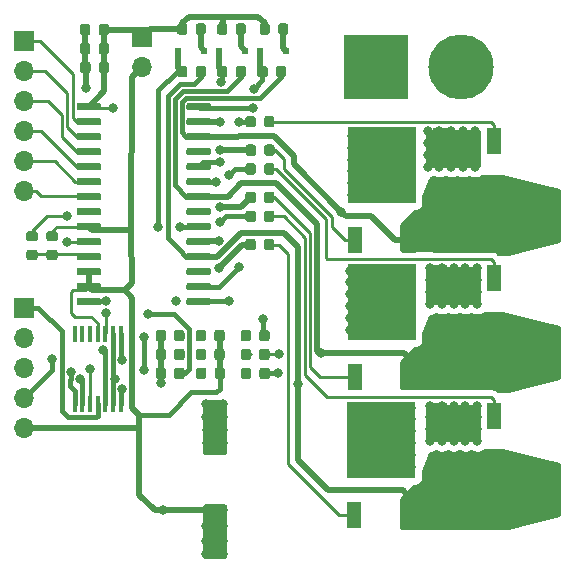
<source format=gbr>
G04 #@! TF.GenerationSoftware,KiCad,Pcbnew,(5.1.5-0)*
G04 #@! TF.CreationDate,2022-03-06T00:17:08-05:00*
G04 #@! TF.ProjectId,ESC_V4,4553435f-5634-42e6-9b69-6361645f7063,rev?*
G04 #@! TF.SameCoordinates,Original*
G04 #@! TF.FileFunction,Copper,L1,Top*
G04 #@! TF.FilePolarity,Positive*
%FSLAX46Y46*%
G04 Gerber Fmt 4.6, Leading zero omitted, Abs format (unit mm)*
G04 Created by KiCad (PCBNEW (5.1.5-0)) date 2022-03-06 00:17:08*
%MOMM*%
%LPD*%
G04 APERTURE LIST*
%ADD10C,0.100000*%
%ADD11R,0.500000X0.500000*%
%ADD12R,5.516000X5.516000*%
%ADD13C,5.516000*%
%ADD14R,1.700000X1.700000*%
%ADD15O,1.700000X1.700000*%
%ADD16R,4.000000X4.000000*%
%ADD17R,1.200000X2.200000*%
%ADD18R,5.800000X6.400000*%
%ADD19R,0.450000X1.450000*%
%ADD20C,0.800000*%
%ADD21C,0.500000*%
%ADD22C,0.250000*%
%ADD23C,0.400000*%
%ADD24C,0.254000*%
G04 APERTURE END LIST*
G04 #@! TA.AperFunction,SMDPad,CuDef*
D10*
G36*
X223024504Y-88801204D02*
G01*
X223048773Y-88804804D01*
X223072571Y-88810765D01*
X223095671Y-88819030D01*
X223117849Y-88829520D01*
X223138893Y-88842133D01*
X223158598Y-88856747D01*
X223176777Y-88873223D01*
X223193253Y-88891402D01*
X223207867Y-88911107D01*
X223220480Y-88932151D01*
X223230970Y-88954329D01*
X223239235Y-88977429D01*
X223245196Y-89001227D01*
X223248796Y-89025496D01*
X223250000Y-89050000D01*
X223250000Y-93150000D01*
X223248796Y-93174504D01*
X223245196Y-93198773D01*
X223239235Y-93222571D01*
X223230970Y-93245671D01*
X223220480Y-93267849D01*
X223207867Y-93288893D01*
X223193253Y-93308598D01*
X223176777Y-93326777D01*
X223158598Y-93343253D01*
X223138893Y-93357867D01*
X223117849Y-93370480D01*
X223095671Y-93380970D01*
X223072571Y-93389235D01*
X223048773Y-93395196D01*
X223024504Y-93398796D01*
X223000000Y-93400000D01*
X221400000Y-93400000D01*
X221375496Y-93398796D01*
X221351227Y-93395196D01*
X221327429Y-93389235D01*
X221304329Y-93380970D01*
X221282151Y-93370480D01*
X221261107Y-93357867D01*
X221241402Y-93343253D01*
X221223223Y-93326777D01*
X221206747Y-93308598D01*
X221192133Y-93288893D01*
X221179520Y-93267849D01*
X221169030Y-93245671D01*
X221160765Y-93222571D01*
X221154804Y-93198773D01*
X221151204Y-93174504D01*
X221150000Y-93150000D01*
X221150000Y-89050000D01*
X221151204Y-89025496D01*
X221154804Y-89001227D01*
X221160765Y-88977429D01*
X221169030Y-88954329D01*
X221179520Y-88932151D01*
X221192133Y-88911107D01*
X221206747Y-88891402D01*
X221223223Y-88873223D01*
X221241402Y-88856747D01*
X221261107Y-88842133D01*
X221282151Y-88829520D01*
X221304329Y-88819030D01*
X221327429Y-88810765D01*
X221351227Y-88804804D01*
X221375496Y-88801204D01*
X221400000Y-88800000D01*
X223000000Y-88800000D01*
X223024504Y-88801204D01*
G37*
G04 #@! TD.AperFunction*
G04 #@! TA.AperFunction,SMDPad,CuDef*
G36*
X223024504Y-80001204D02*
G01*
X223048773Y-80004804D01*
X223072571Y-80010765D01*
X223095671Y-80019030D01*
X223117849Y-80029520D01*
X223138893Y-80042133D01*
X223158598Y-80056747D01*
X223176777Y-80073223D01*
X223193253Y-80091402D01*
X223207867Y-80111107D01*
X223220480Y-80132151D01*
X223230970Y-80154329D01*
X223239235Y-80177429D01*
X223245196Y-80201227D01*
X223248796Y-80225496D01*
X223250000Y-80250000D01*
X223250000Y-84350000D01*
X223248796Y-84374504D01*
X223245196Y-84398773D01*
X223239235Y-84422571D01*
X223230970Y-84445671D01*
X223220480Y-84467849D01*
X223207867Y-84488893D01*
X223193253Y-84508598D01*
X223176777Y-84526777D01*
X223158598Y-84543253D01*
X223138893Y-84557867D01*
X223117849Y-84570480D01*
X223095671Y-84580970D01*
X223072571Y-84589235D01*
X223048773Y-84595196D01*
X223024504Y-84598796D01*
X223000000Y-84600000D01*
X221400000Y-84600000D01*
X221375496Y-84598796D01*
X221351227Y-84595196D01*
X221327429Y-84589235D01*
X221304329Y-84580970D01*
X221282151Y-84570480D01*
X221261107Y-84557867D01*
X221241402Y-84543253D01*
X221223223Y-84526777D01*
X221206747Y-84508598D01*
X221192133Y-84488893D01*
X221179520Y-84467849D01*
X221169030Y-84445671D01*
X221160765Y-84422571D01*
X221154804Y-84398773D01*
X221151204Y-84374504D01*
X221150000Y-84350000D01*
X221150000Y-80250000D01*
X221151204Y-80225496D01*
X221154804Y-80201227D01*
X221160765Y-80177429D01*
X221169030Y-80154329D01*
X221179520Y-80132151D01*
X221192133Y-80111107D01*
X221206747Y-80091402D01*
X221223223Y-80073223D01*
X221241402Y-80056747D01*
X221261107Y-80042133D01*
X221282151Y-80029520D01*
X221304329Y-80019030D01*
X221327429Y-80010765D01*
X221351227Y-80004804D01*
X221375496Y-80001204D01*
X221400000Y-80000000D01*
X223000000Y-80000000D01*
X223024504Y-80001204D01*
G37*
G04 #@! TD.AperFunction*
G04 #@! TA.AperFunction,SMDPad,CuDef*
G36*
X213040191Y-51326053D02*
G01*
X213061426Y-51329203D01*
X213082250Y-51334419D01*
X213102462Y-51341651D01*
X213121868Y-51350830D01*
X213140281Y-51361866D01*
X213157524Y-51374654D01*
X213173430Y-51389070D01*
X213187846Y-51404976D01*
X213200634Y-51422219D01*
X213211670Y-51440632D01*
X213220849Y-51460038D01*
X213228081Y-51480250D01*
X213233297Y-51501074D01*
X213236447Y-51522309D01*
X213237500Y-51543750D01*
X213237500Y-52056250D01*
X213236447Y-52077691D01*
X213233297Y-52098926D01*
X213228081Y-52119750D01*
X213220849Y-52139962D01*
X213211670Y-52159368D01*
X213200634Y-52177781D01*
X213187846Y-52195024D01*
X213173430Y-52210930D01*
X213157524Y-52225346D01*
X213140281Y-52238134D01*
X213121868Y-52249170D01*
X213102462Y-52258349D01*
X213082250Y-52265581D01*
X213061426Y-52270797D01*
X213040191Y-52273947D01*
X213018750Y-52275000D01*
X212581250Y-52275000D01*
X212559809Y-52273947D01*
X212538574Y-52270797D01*
X212517750Y-52265581D01*
X212497538Y-52258349D01*
X212478132Y-52249170D01*
X212459719Y-52238134D01*
X212442476Y-52225346D01*
X212426570Y-52210930D01*
X212412154Y-52195024D01*
X212399366Y-52177781D01*
X212388330Y-52159368D01*
X212379151Y-52139962D01*
X212371919Y-52119750D01*
X212366703Y-52098926D01*
X212363553Y-52077691D01*
X212362500Y-52056250D01*
X212362500Y-51543750D01*
X212363553Y-51522309D01*
X212366703Y-51501074D01*
X212371919Y-51480250D01*
X212379151Y-51460038D01*
X212388330Y-51440632D01*
X212399366Y-51422219D01*
X212412154Y-51404976D01*
X212426570Y-51389070D01*
X212442476Y-51374654D01*
X212459719Y-51361866D01*
X212478132Y-51350830D01*
X212497538Y-51341651D01*
X212517750Y-51334419D01*
X212538574Y-51329203D01*
X212559809Y-51326053D01*
X212581250Y-51325000D01*
X213018750Y-51325000D01*
X213040191Y-51326053D01*
G37*
G04 #@! TD.AperFunction*
G04 #@! TA.AperFunction,SMDPad,CuDef*
G36*
X211465191Y-51326053D02*
G01*
X211486426Y-51329203D01*
X211507250Y-51334419D01*
X211527462Y-51341651D01*
X211546868Y-51350830D01*
X211565281Y-51361866D01*
X211582524Y-51374654D01*
X211598430Y-51389070D01*
X211612846Y-51404976D01*
X211625634Y-51422219D01*
X211636670Y-51440632D01*
X211645849Y-51460038D01*
X211653081Y-51480250D01*
X211658297Y-51501074D01*
X211661447Y-51522309D01*
X211662500Y-51543750D01*
X211662500Y-52056250D01*
X211661447Y-52077691D01*
X211658297Y-52098926D01*
X211653081Y-52119750D01*
X211645849Y-52139962D01*
X211636670Y-52159368D01*
X211625634Y-52177781D01*
X211612846Y-52195024D01*
X211598430Y-52210930D01*
X211582524Y-52225346D01*
X211565281Y-52238134D01*
X211546868Y-52249170D01*
X211527462Y-52258349D01*
X211507250Y-52265581D01*
X211486426Y-52270797D01*
X211465191Y-52273947D01*
X211443750Y-52275000D01*
X211006250Y-52275000D01*
X210984809Y-52273947D01*
X210963574Y-52270797D01*
X210942750Y-52265581D01*
X210922538Y-52258349D01*
X210903132Y-52249170D01*
X210884719Y-52238134D01*
X210867476Y-52225346D01*
X210851570Y-52210930D01*
X210837154Y-52195024D01*
X210824366Y-52177781D01*
X210813330Y-52159368D01*
X210804151Y-52139962D01*
X210796919Y-52119750D01*
X210791703Y-52098926D01*
X210788553Y-52077691D01*
X210787500Y-52056250D01*
X210787500Y-51543750D01*
X210788553Y-51522309D01*
X210791703Y-51501074D01*
X210796919Y-51480250D01*
X210804151Y-51460038D01*
X210813330Y-51440632D01*
X210824366Y-51422219D01*
X210837154Y-51404976D01*
X210851570Y-51389070D01*
X210867476Y-51374654D01*
X210884719Y-51361866D01*
X210903132Y-51350830D01*
X210922538Y-51341651D01*
X210942750Y-51334419D01*
X210963574Y-51329203D01*
X210984809Y-51326053D01*
X211006250Y-51325000D01*
X211443750Y-51325000D01*
X211465191Y-51326053D01*
G37*
G04 #@! TD.AperFunction*
G04 #@! TA.AperFunction,SMDPad,CuDef*
G36*
X211452691Y-49726053D02*
G01*
X211473926Y-49729203D01*
X211494750Y-49734419D01*
X211514962Y-49741651D01*
X211534368Y-49750830D01*
X211552781Y-49761866D01*
X211570024Y-49774654D01*
X211585930Y-49789070D01*
X211600346Y-49804976D01*
X211613134Y-49822219D01*
X211624170Y-49840632D01*
X211633349Y-49860038D01*
X211640581Y-49880250D01*
X211645797Y-49901074D01*
X211648947Y-49922309D01*
X211650000Y-49943750D01*
X211650000Y-50456250D01*
X211648947Y-50477691D01*
X211645797Y-50498926D01*
X211640581Y-50519750D01*
X211633349Y-50539962D01*
X211624170Y-50559368D01*
X211613134Y-50577781D01*
X211600346Y-50595024D01*
X211585930Y-50610930D01*
X211570024Y-50625346D01*
X211552781Y-50638134D01*
X211534368Y-50649170D01*
X211514962Y-50658349D01*
X211494750Y-50665581D01*
X211473926Y-50670797D01*
X211452691Y-50673947D01*
X211431250Y-50675000D01*
X210993750Y-50675000D01*
X210972309Y-50673947D01*
X210951074Y-50670797D01*
X210930250Y-50665581D01*
X210910038Y-50658349D01*
X210890632Y-50649170D01*
X210872219Y-50638134D01*
X210854976Y-50625346D01*
X210839070Y-50610930D01*
X210824654Y-50595024D01*
X210811866Y-50577781D01*
X210800830Y-50559368D01*
X210791651Y-50539962D01*
X210784419Y-50519750D01*
X210779203Y-50498926D01*
X210776053Y-50477691D01*
X210775000Y-50456250D01*
X210775000Y-49943750D01*
X210776053Y-49922309D01*
X210779203Y-49901074D01*
X210784419Y-49880250D01*
X210791651Y-49860038D01*
X210800830Y-49840632D01*
X210811866Y-49822219D01*
X210824654Y-49804976D01*
X210839070Y-49789070D01*
X210854976Y-49774654D01*
X210872219Y-49761866D01*
X210890632Y-49750830D01*
X210910038Y-49741651D01*
X210930250Y-49734419D01*
X210951074Y-49729203D01*
X210972309Y-49726053D01*
X210993750Y-49725000D01*
X211431250Y-49725000D01*
X211452691Y-49726053D01*
G37*
G04 #@! TD.AperFunction*
G04 #@! TA.AperFunction,SMDPad,CuDef*
G36*
X213027691Y-49726053D02*
G01*
X213048926Y-49729203D01*
X213069750Y-49734419D01*
X213089962Y-49741651D01*
X213109368Y-49750830D01*
X213127781Y-49761866D01*
X213145024Y-49774654D01*
X213160930Y-49789070D01*
X213175346Y-49804976D01*
X213188134Y-49822219D01*
X213199170Y-49840632D01*
X213208349Y-49860038D01*
X213215581Y-49880250D01*
X213220797Y-49901074D01*
X213223947Y-49922309D01*
X213225000Y-49943750D01*
X213225000Y-50456250D01*
X213223947Y-50477691D01*
X213220797Y-50498926D01*
X213215581Y-50519750D01*
X213208349Y-50539962D01*
X213199170Y-50559368D01*
X213188134Y-50577781D01*
X213175346Y-50595024D01*
X213160930Y-50610930D01*
X213145024Y-50625346D01*
X213127781Y-50638134D01*
X213109368Y-50649170D01*
X213089962Y-50658349D01*
X213069750Y-50665581D01*
X213048926Y-50670797D01*
X213027691Y-50673947D01*
X213006250Y-50675000D01*
X212568750Y-50675000D01*
X212547309Y-50673947D01*
X212526074Y-50670797D01*
X212505250Y-50665581D01*
X212485038Y-50658349D01*
X212465632Y-50649170D01*
X212447219Y-50638134D01*
X212429976Y-50625346D01*
X212414070Y-50610930D01*
X212399654Y-50595024D01*
X212386866Y-50577781D01*
X212375830Y-50559368D01*
X212366651Y-50539962D01*
X212359419Y-50519750D01*
X212354203Y-50498926D01*
X212351053Y-50477691D01*
X212350000Y-50456250D01*
X212350000Y-49943750D01*
X212351053Y-49922309D01*
X212354203Y-49901074D01*
X212359419Y-49880250D01*
X212366651Y-49860038D01*
X212375830Y-49840632D01*
X212386866Y-49822219D01*
X212399654Y-49804976D01*
X212414070Y-49789070D01*
X212429976Y-49774654D01*
X212447219Y-49761866D01*
X212465632Y-49750830D01*
X212485038Y-49741651D01*
X212505250Y-49734419D01*
X212526074Y-49729203D01*
X212547309Y-49726053D01*
X212568750Y-49725000D01*
X213006250Y-49725000D01*
X213027691Y-49726053D01*
G37*
G04 #@! TD.AperFunction*
G04 #@! TA.AperFunction,SMDPad,CuDef*
G36*
X213027691Y-48126053D02*
G01*
X213048926Y-48129203D01*
X213069750Y-48134419D01*
X213089962Y-48141651D01*
X213109368Y-48150830D01*
X213127781Y-48161866D01*
X213145024Y-48174654D01*
X213160930Y-48189070D01*
X213175346Y-48204976D01*
X213188134Y-48222219D01*
X213199170Y-48240632D01*
X213208349Y-48260038D01*
X213215581Y-48280250D01*
X213220797Y-48301074D01*
X213223947Y-48322309D01*
X213225000Y-48343750D01*
X213225000Y-48856250D01*
X213223947Y-48877691D01*
X213220797Y-48898926D01*
X213215581Y-48919750D01*
X213208349Y-48939962D01*
X213199170Y-48959368D01*
X213188134Y-48977781D01*
X213175346Y-48995024D01*
X213160930Y-49010930D01*
X213145024Y-49025346D01*
X213127781Y-49038134D01*
X213109368Y-49049170D01*
X213089962Y-49058349D01*
X213069750Y-49065581D01*
X213048926Y-49070797D01*
X213027691Y-49073947D01*
X213006250Y-49075000D01*
X212568750Y-49075000D01*
X212547309Y-49073947D01*
X212526074Y-49070797D01*
X212505250Y-49065581D01*
X212485038Y-49058349D01*
X212465632Y-49049170D01*
X212447219Y-49038134D01*
X212429976Y-49025346D01*
X212414070Y-49010930D01*
X212399654Y-48995024D01*
X212386866Y-48977781D01*
X212375830Y-48959368D01*
X212366651Y-48939962D01*
X212359419Y-48919750D01*
X212354203Y-48898926D01*
X212351053Y-48877691D01*
X212350000Y-48856250D01*
X212350000Y-48343750D01*
X212351053Y-48322309D01*
X212354203Y-48301074D01*
X212359419Y-48280250D01*
X212366651Y-48260038D01*
X212375830Y-48240632D01*
X212386866Y-48222219D01*
X212399654Y-48204976D01*
X212414070Y-48189070D01*
X212429976Y-48174654D01*
X212447219Y-48161866D01*
X212465632Y-48150830D01*
X212485038Y-48141651D01*
X212505250Y-48134419D01*
X212526074Y-48129203D01*
X212547309Y-48126053D01*
X212568750Y-48125000D01*
X213006250Y-48125000D01*
X213027691Y-48126053D01*
G37*
G04 #@! TD.AperFunction*
G04 #@! TA.AperFunction,SMDPad,CuDef*
G36*
X211452691Y-48126053D02*
G01*
X211473926Y-48129203D01*
X211494750Y-48134419D01*
X211514962Y-48141651D01*
X211534368Y-48150830D01*
X211552781Y-48161866D01*
X211570024Y-48174654D01*
X211585930Y-48189070D01*
X211600346Y-48204976D01*
X211613134Y-48222219D01*
X211624170Y-48240632D01*
X211633349Y-48260038D01*
X211640581Y-48280250D01*
X211645797Y-48301074D01*
X211648947Y-48322309D01*
X211650000Y-48343750D01*
X211650000Y-48856250D01*
X211648947Y-48877691D01*
X211645797Y-48898926D01*
X211640581Y-48919750D01*
X211633349Y-48939962D01*
X211624170Y-48959368D01*
X211613134Y-48977781D01*
X211600346Y-48995024D01*
X211585930Y-49010930D01*
X211570024Y-49025346D01*
X211552781Y-49038134D01*
X211534368Y-49049170D01*
X211514962Y-49058349D01*
X211494750Y-49065581D01*
X211473926Y-49070797D01*
X211452691Y-49073947D01*
X211431250Y-49075000D01*
X210993750Y-49075000D01*
X210972309Y-49073947D01*
X210951074Y-49070797D01*
X210930250Y-49065581D01*
X210910038Y-49058349D01*
X210890632Y-49049170D01*
X210872219Y-49038134D01*
X210854976Y-49025346D01*
X210839070Y-49010930D01*
X210824654Y-48995024D01*
X210811866Y-48977781D01*
X210800830Y-48959368D01*
X210791651Y-48939962D01*
X210784419Y-48919750D01*
X210779203Y-48898926D01*
X210776053Y-48877691D01*
X210775000Y-48856250D01*
X210775000Y-48343750D01*
X210776053Y-48322309D01*
X210779203Y-48301074D01*
X210784419Y-48280250D01*
X210791651Y-48260038D01*
X210800830Y-48240632D01*
X210811866Y-48222219D01*
X210824654Y-48204976D01*
X210839070Y-48189070D01*
X210854976Y-48174654D01*
X210872219Y-48161866D01*
X210890632Y-48150830D01*
X210910038Y-48141651D01*
X210930250Y-48134419D01*
X210951074Y-48129203D01*
X210972309Y-48126053D01*
X210993750Y-48125000D01*
X211431250Y-48125000D01*
X211452691Y-48126053D01*
G37*
G04 #@! TD.AperFunction*
G04 #@! TA.AperFunction,SMDPad,CuDef*
G36*
X226452691Y-51676053D02*
G01*
X226473926Y-51679203D01*
X226494750Y-51684419D01*
X226514962Y-51691651D01*
X226534368Y-51700830D01*
X226552781Y-51711866D01*
X226570024Y-51724654D01*
X226585930Y-51739070D01*
X226600346Y-51754976D01*
X226613134Y-51772219D01*
X226624170Y-51790632D01*
X226633349Y-51810038D01*
X226640581Y-51830250D01*
X226645797Y-51851074D01*
X226648947Y-51872309D01*
X226650000Y-51893750D01*
X226650000Y-52406250D01*
X226648947Y-52427691D01*
X226645797Y-52448926D01*
X226640581Y-52469750D01*
X226633349Y-52489962D01*
X226624170Y-52509368D01*
X226613134Y-52527781D01*
X226600346Y-52545024D01*
X226585930Y-52560930D01*
X226570024Y-52575346D01*
X226552781Y-52588134D01*
X226534368Y-52599170D01*
X226514962Y-52608349D01*
X226494750Y-52615581D01*
X226473926Y-52620797D01*
X226452691Y-52623947D01*
X226431250Y-52625000D01*
X225993750Y-52625000D01*
X225972309Y-52623947D01*
X225951074Y-52620797D01*
X225930250Y-52615581D01*
X225910038Y-52608349D01*
X225890632Y-52599170D01*
X225872219Y-52588134D01*
X225854976Y-52575346D01*
X225839070Y-52560930D01*
X225824654Y-52545024D01*
X225811866Y-52527781D01*
X225800830Y-52509368D01*
X225791651Y-52489962D01*
X225784419Y-52469750D01*
X225779203Y-52448926D01*
X225776053Y-52427691D01*
X225775000Y-52406250D01*
X225775000Y-51893750D01*
X225776053Y-51872309D01*
X225779203Y-51851074D01*
X225784419Y-51830250D01*
X225791651Y-51810038D01*
X225800830Y-51790632D01*
X225811866Y-51772219D01*
X225824654Y-51754976D01*
X225839070Y-51739070D01*
X225854976Y-51724654D01*
X225872219Y-51711866D01*
X225890632Y-51700830D01*
X225910038Y-51691651D01*
X225930250Y-51684419D01*
X225951074Y-51679203D01*
X225972309Y-51676053D01*
X225993750Y-51675000D01*
X226431250Y-51675000D01*
X226452691Y-51676053D01*
G37*
G04 #@! TD.AperFunction*
G04 #@! TA.AperFunction,SMDPad,CuDef*
G36*
X228027691Y-51676053D02*
G01*
X228048926Y-51679203D01*
X228069750Y-51684419D01*
X228089962Y-51691651D01*
X228109368Y-51700830D01*
X228127781Y-51711866D01*
X228145024Y-51724654D01*
X228160930Y-51739070D01*
X228175346Y-51754976D01*
X228188134Y-51772219D01*
X228199170Y-51790632D01*
X228208349Y-51810038D01*
X228215581Y-51830250D01*
X228220797Y-51851074D01*
X228223947Y-51872309D01*
X228225000Y-51893750D01*
X228225000Y-52406250D01*
X228223947Y-52427691D01*
X228220797Y-52448926D01*
X228215581Y-52469750D01*
X228208349Y-52489962D01*
X228199170Y-52509368D01*
X228188134Y-52527781D01*
X228175346Y-52545024D01*
X228160930Y-52560930D01*
X228145024Y-52575346D01*
X228127781Y-52588134D01*
X228109368Y-52599170D01*
X228089962Y-52608349D01*
X228069750Y-52615581D01*
X228048926Y-52620797D01*
X228027691Y-52623947D01*
X228006250Y-52625000D01*
X227568750Y-52625000D01*
X227547309Y-52623947D01*
X227526074Y-52620797D01*
X227505250Y-52615581D01*
X227485038Y-52608349D01*
X227465632Y-52599170D01*
X227447219Y-52588134D01*
X227429976Y-52575346D01*
X227414070Y-52560930D01*
X227399654Y-52545024D01*
X227386866Y-52527781D01*
X227375830Y-52509368D01*
X227366651Y-52489962D01*
X227359419Y-52469750D01*
X227354203Y-52448926D01*
X227351053Y-52427691D01*
X227350000Y-52406250D01*
X227350000Y-51893750D01*
X227351053Y-51872309D01*
X227354203Y-51851074D01*
X227359419Y-51830250D01*
X227366651Y-51810038D01*
X227375830Y-51790632D01*
X227386866Y-51772219D01*
X227399654Y-51754976D01*
X227414070Y-51739070D01*
X227429976Y-51724654D01*
X227447219Y-51711866D01*
X227465632Y-51700830D01*
X227485038Y-51691651D01*
X227505250Y-51684419D01*
X227526074Y-51679203D01*
X227547309Y-51676053D01*
X227568750Y-51675000D01*
X228006250Y-51675000D01*
X228027691Y-51676053D01*
G37*
G04 #@! TD.AperFunction*
G04 #@! TA.AperFunction,SMDPad,CuDef*
G36*
X224627691Y-51676053D02*
G01*
X224648926Y-51679203D01*
X224669750Y-51684419D01*
X224689962Y-51691651D01*
X224709368Y-51700830D01*
X224727781Y-51711866D01*
X224745024Y-51724654D01*
X224760930Y-51739070D01*
X224775346Y-51754976D01*
X224788134Y-51772219D01*
X224799170Y-51790632D01*
X224808349Y-51810038D01*
X224815581Y-51830250D01*
X224820797Y-51851074D01*
X224823947Y-51872309D01*
X224825000Y-51893750D01*
X224825000Y-52406250D01*
X224823947Y-52427691D01*
X224820797Y-52448926D01*
X224815581Y-52469750D01*
X224808349Y-52489962D01*
X224799170Y-52509368D01*
X224788134Y-52527781D01*
X224775346Y-52545024D01*
X224760930Y-52560930D01*
X224745024Y-52575346D01*
X224727781Y-52588134D01*
X224709368Y-52599170D01*
X224689962Y-52608349D01*
X224669750Y-52615581D01*
X224648926Y-52620797D01*
X224627691Y-52623947D01*
X224606250Y-52625000D01*
X224168750Y-52625000D01*
X224147309Y-52623947D01*
X224126074Y-52620797D01*
X224105250Y-52615581D01*
X224085038Y-52608349D01*
X224065632Y-52599170D01*
X224047219Y-52588134D01*
X224029976Y-52575346D01*
X224014070Y-52560930D01*
X223999654Y-52545024D01*
X223986866Y-52527781D01*
X223975830Y-52509368D01*
X223966651Y-52489962D01*
X223959419Y-52469750D01*
X223954203Y-52448926D01*
X223951053Y-52427691D01*
X223950000Y-52406250D01*
X223950000Y-51893750D01*
X223951053Y-51872309D01*
X223954203Y-51851074D01*
X223959419Y-51830250D01*
X223966651Y-51810038D01*
X223975830Y-51790632D01*
X223986866Y-51772219D01*
X223999654Y-51754976D01*
X224014070Y-51739070D01*
X224029976Y-51724654D01*
X224047219Y-51711866D01*
X224065632Y-51700830D01*
X224085038Y-51691651D01*
X224105250Y-51684419D01*
X224126074Y-51679203D01*
X224147309Y-51676053D01*
X224168750Y-51675000D01*
X224606250Y-51675000D01*
X224627691Y-51676053D01*
G37*
G04 #@! TD.AperFunction*
G04 #@! TA.AperFunction,SMDPad,CuDef*
G36*
X223052691Y-51676053D02*
G01*
X223073926Y-51679203D01*
X223094750Y-51684419D01*
X223114962Y-51691651D01*
X223134368Y-51700830D01*
X223152781Y-51711866D01*
X223170024Y-51724654D01*
X223185930Y-51739070D01*
X223200346Y-51754976D01*
X223213134Y-51772219D01*
X223224170Y-51790632D01*
X223233349Y-51810038D01*
X223240581Y-51830250D01*
X223245797Y-51851074D01*
X223248947Y-51872309D01*
X223250000Y-51893750D01*
X223250000Y-52406250D01*
X223248947Y-52427691D01*
X223245797Y-52448926D01*
X223240581Y-52469750D01*
X223233349Y-52489962D01*
X223224170Y-52509368D01*
X223213134Y-52527781D01*
X223200346Y-52545024D01*
X223185930Y-52560930D01*
X223170024Y-52575346D01*
X223152781Y-52588134D01*
X223134368Y-52599170D01*
X223114962Y-52608349D01*
X223094750Y-52615581D01*
X223073926Y-52620797D01*
X223052691Y-52623947D01*
X223031250Y-52625000D01*
X222593750Y-52625000D01*
X222572309Y-52623947D01*
X222551074Y-52620797D01*
X222530250Y-52615581D01*
X222510038Y-52608349D01*
X222490632Y-52599170D01*
X222472219Y-52588134D01*
X222454976Y-52575346D01*
X222439070Y-52560930D01*
X222424654Y-52545024D01*
X222411866Y-52527781D01*
X222400830Y-52509368D01*
X222391651Y-52489962D01*
X222384419Y-52469750D01*
X222379203Y-52448926D01*
X222376053Y-52427691D01*
X222375000Y-52406250D01*
X222375000Y-51893750D01*
X222376053Y-51872309D01*
X222379203Y-51851074D01*
X222384419Y-51830250D01*
X222391651Y-51810038D01*
X222400830Y-51790632D01*
X222411866Y-51772219D01*
X222424654Y-51754976D01*
X222439070Y-51739070D01*
X222454976Y-51724654D01*
X222472219Y-51711866D01*
X222490632Y-51700830D01*
X222510038Y-51691651D01*
X222530250Y-51684419D01*
X222551074Y-51679203D01*
X222572309Y-51676053D01*
X222593750Y-51675000D01*
X223031250Y-51675000D01*
X223052691Y-51676053D01*
G37*
G04 #@! TD.AperFunction*
G04 #@! TA.AperFunction,SMDPad,CuDef*
G36*
X219652691Y-51676053D02*
G01*
X219673926Y-51679203D01*
X219694750Y-51684419D01*
X219714962Y-51691651D01*
X219734368Y-51700830D01*
X219752781Y-51711866D01*
X219770024Y-51724654D01*
X219785930Y-51739070D01*
X219800346Y-51754976D01*
X219813134Y-51772219D01*
X219824170Y-51790632D01*
X219833349Y-51810038D01*
X219840581Y-51830250D01*
X219845797Y-51851074D01*
X219848947Y-51872309D01*
X219850000Y-51893750D01*
X219850000Y-52406250D01*
X219848947Y-52427691D01*
X219845797Y-52448926D01*
X219840581Y-52469750D01*
X219833349Y-52489962D01*
X219824170Y-52509368D01*
X219813134Y-52527781D01*
X219800346Y-52545024D01*
X219785930Y-52560930D01*
X219770024Y-52575346D01*
X219752781Y-52588134D01*
X219734368Y-52599170D01*
X219714962Y-52608349D01*
X219694750Y-52615581D01*
X219673926Y-52620797D01*
X219652691Y-52623947D01*
X219631250Y-52625000D01*
X219193750Y-52625000D01*
X219172309Y-52623947D01*
X219151074Y-52620797D01*
X219130250Y-52615581D01*
X219110038Y-52608349D01*
X219090632Y-52599170D01*
X219072219Y-52588134D01*
X219054976Y-52575346D01*
X219039070Y-52560930D01*
X219024654Y-52545024D01*
X219011866Y-52527781D01*
X219000830Y-52509368D01*
X218991651Y-52489962D01*
X218984419Y-52469750D01*
X218979203Y-52448926D01*
X218976053Y-52427691D01*
X218975000Y-52406250D01*
X218975000Y-51893750D01*
X218976053Y-51872309D01*
X218979203Y-51851074D01*
X218984419Y-51830250D01*
X218991651Y-51810038D01*
X219000830Y-51790632D01*
X219011866Y-51772219D01*
X219024654Y-51754976D01*
X219039070Y-51739070D01*
X219054976Y-51724654D01*
X219072219Y-51711866D01*
X219090632Y-51700830D01*
X219110038Y-51691651D01*
X219130250Y-51684419D01*
X219151074Y-51679203D01*
X219172309Y-51676053D01*
X219193750Y-51675000D01*
X219631250Y-51675000D01*
X219652691Y-51676053D01*
G37*
G04 #@! TD.AperFunction*
G04 #@! TA.AperFunction,SMDPad,CuDef*
G36*
X221227691Y-51676053D02*
G01*
X221248926Y-51679203D01*
X221269750Y-51684419D01*
X221289962Y-51691651D01*
X221309368Y-51700830D01*
X221327781Y-51711866D01*
X221345024Y-51724654D01*
X221360930Y-51739070D01*
X221375346Y-51754976D01*
X221388134Y-51772219D01*
X221399170Y-51790632D01*
X221408349Y-51810038D01*
X221415581Y-51830250D01*
X221420797Y-51851074D01*
X221423947Y-51872309D01*
X221425000Y-51893750D01*
X221425000Y-52406250D01*
X221423947Y-52427691D01*
X221420797Y-52448926D01*
X221415581Y-52469750D01*
X221408349Y-52489962D01*
X221399170Y-52509368D01*
X221388134Y-52527781D01*
X221375346Y-52545024D01*
X221360930Y-52560930D01*
X221345024Y-52575346D01*
X221327781Y-52588134D01*
X221309368Y-52599170D01*
X221289962Y-52608349D01*
X221269750Y-52615581D01*
X221248926Y-52620797D01*
X221227691Y-52623947D01*
X221206250Y-52625000D01*
X220768750Y-52625000D01*
X220747309Y-52623947D01*
X220726074Y-52620797D01*
X220705250Y-52615581D01*
X220685038Y-52608349D01*
X220665632Y-52599170D01*
X220647219Y-52588134D01*
X220629976Y-52575346D01*
X220614070Y-52560930D01*
X220599654Y-52545024D01*
X220586866Y-52527781D01*
X220575830Y-52509368D01*
X220566651Y-52489962D01*
X220559419Y-52469750D01*
X220554203Y-52448926D01*
X220551053Y-52427691D01*
X220550000Y-52406250D01*
X220550000Y-51893750D01*
X220551053Y-51872309D01*
X220554203Y-51851074D01*
X220559419Y-51830250D01*
X220566651Y-51810038D01*
X220575830Y-51790632D01*
X220586866Y-51772219D01*
X220599654Y-51754976D01*
X220614070Y-51739070D01*
X220629976Y-51724654D01*
X220647219Y-51711866D01*
X220665632Y-51700830D01*
X220685038Y-51691651D01*
X220705250Y-51684419D01*
X220726074Y-51679203D01*
X220747309Y-51676053D01*
X220768750Y-51675000D01*
X221206250Y-51675000D01*
X221227691Y-51676053D01*
G37*
G04 #@! TD.AperFunction*
G04 #@! TA.AperFunction,SMDPad,CuDef*
G36*
X208677691Y-67238553D02*
G01*
X208698926Y-67241703D01*
X208719750Y-67246919D01*
X208739962Y-67254151D01*
X208759368Y-67263330D01*
X208777781Y-67274366D01*
X208795024Y-67287154D01*
X208810930Y-67301570D01*
X208825346Y-67317476D01*
X208838134Y-67334719D01*
X208849170Y-67353132D01*
X208858349Y-67372538D01*
X208865581Y-67392750D01*
X208870797Y-67413574D01*
X208873947Y-67434809D01*
X208875000Y-67456250D01*
X208875000Y-67893750D01*
X208873947Y-67915191D01*
X208870797Y-67936426D01*
X208865581Y-67957250D01*
X208858349Y-67977462D01*
X208849170Y-67996868D01*
X208838134Y-68015281D01*
X208825346Y-68032524D01*
X208810930Y-68048430D01*
X208795024Y-68062846D01*
X208777781Y-68075634D01*
X208759368Y-68086670D01*
X208739962Y-68095849D01*
X208719750Y-68103081D01*
X208698926Y-68108297D01*
X208677691Y-68111447D01*
X208656250Y-68112500D01*
X208143750Y-68112500D01*
X208122309Y-68111447D01*
X208101074Y-68108297D01*
X208080250Y-68103081D01*
X208060038Y-68095849D01*
X208040632Y-68086670D01*
X208022219Y-68075634D01*
X208004976Y-68062846D01*
X207989070Y-68048430D01*
X207974654Y-68032524D01*
X207961866Y-68015281D01*
X207950830Y-67996868D01*
X207941651Y-67977462D01*
X207934419Y-67957250D01*
X207929203Y-67936426D01*
X207926053Y-67915191D01*
X207925000Y-67893750D01*
X207925000Y-67456250D01*
X207926053Y-67434809D01*
X207929203Y-67413574D01*
X207934419Y-67392750D01*
X207941651Y-67372538D01*
X207950830Y-67353132D01*
X207961866Y-67334719D01*
X207974654Y-67317476D01*
X207989070Y-67301570D01*
X208004976Y-67287154D01*
X208022219Y-67274366D01*
X208040632Y-67263330D01*
X208060038Y-67254151D01*
X208080250Y-67246919D01*
X208101074Y-67241703D01*
X208122309Y-67238553D01*
X208143750Y-67237500D01*
X208656250Y-67237500D01*
X208677691Y-67238553D01*
G37*
G04 #@! TD.AperFunction*
G04 #@! TA.AperFunction,SMDPad,CuDef*
G36*
X208677691Y-65663553D02*
G01*
X208698926Y-65666703D01*
X208719750Y-65671919D01*
X208739962Y-65679151D01*
X208759368Y-65688330D01*
X208777781Y-65699366D01*
X208795024Y-65712154D01*
X208810930Y-65726570D01*
X208825346Y-65742476D01*
X208838134Y-65759719D01*
X208849170Y-65778132D01*
X208858349Y-65797538D01*
X208865581Y-65817750D01*
X208870797Y-65838574D01*
X208873947Y-65859809D01*
X208875000Y-65881250D01*
X208875000Y-66318750D01*
X208873947Y-66340191D01*
X208870797Y-66361426D01*
X208865581Y-66382250D01*
X208858349Y-66402462D01*
X208849170Y-66421868D01*
X208838134Y-66440281D01*
X208825346Y-66457524D01*
X208810930Y-66473430D01*
X208795024Y-66487846D01*
X208777781Y-66500634D01*
X208759368Y-66511670D01*
X208739962Y-66520849D01*
X208719750Y-66528081D01*
X208698926Y-66533297D01*
X208677691Y-66536447D01*
X208656250Y-66537500D01*
X208143750Y-66537500D01*
X208122309Y-66536447D01*
X208101074Y-66533297D01*
X208080250Y-66528081D01*
X208060038Y-66520849D01*
X208040632Y-66511670D01*
X208022219Y-66500634D01*
X208004976Y-66487846D01*
X207989070Y-66473430D01*
X207974654Y-66457524D01*
X207961866Y-66440281D01*
X207950830Y-66421868D01*
X207941651Y-66402462D01*
X207934419Y-66382250D01*
X207929203Y-66361426D01*
X207926053Y-66340191D01*
X207925000Y-66318750D01*
X207925000Y-65881250D01*
X207926053Y-65859809D01*
X207929203Y-65838574D01*
X207934419Y-65817750D01*
X207941651Y-65797538D01*
X207950830Y-65778132D01*
X207961866Y-65759719D01*
X207974654Y-65742476D01*
X207989070Y-65726570D01*
X208004976Y-65712154D01*
X208022219Y-65699366D01*
X208040632Y-65688330D01*
X208060038Y-65679151D01*
X208080250Y-65671919D01*
X208101074Y-65666703D01*
X208122309Y-65663553D01*
X208143750Y-65662500D01*
X208656250Y-65662500D01*
X208677691Y-65663553D01*
G37*
G04 #@! TD.AperFunction*
D11*
X225974999Y-50374999D03*
X228174999Y-50374999D03*
X224724999Y-50374999D03*
X222524999Y-50374999D03*
X221274999Y-50374999D03*
X219074999Y-50374999D03*
D12*
X235800000Y-51800000D03*
D13*
X243000000Y-51800000D03*
D14*
X216000000Y-49200000D03*
D15*
X216000000Y-51740000D03*
D14*
X206000000Y-49550000D03*
D15*
X206000000Y-52090000D03*
X206000000Y-54630000D03*
X206000000Y-57170000D03*
X206000000Y-59710000D03*
X206000000Y-62250000D03*
D14*
X206000000Y-72200000D03*
D15*
X206000000Y-74740000D03*
X206000000Y-77280000D03*
X206000000Y-79820000D03*
X206000000Y-82360000D03*
D16*
X249500000Y-64300000D03*
X249500000Y-75900000D03*
X249500000Y-87600000D03*
D17*
X234020000Y-66400000D03*
X238580000Y-66400000D03*
D18*
X236300000Y-60100000D03*
X243500000Y-64300000D03*
D17*
X241220000Y-58000000D03*
X245780000Y-58000000D03*
X234020000Y-78000000D03*
X238580000Y-78000000D03*
D18*
X236300000Y-71700000D03*
D17*
X245780000Y-69600000D03*
X241220000Y-69600000D03*
D18*
X243500000Y-75900000D03*
X236275000Y-83375000D03*
D17*
X238555000Y-89675000D03*
X233995000Y-89675000D03*
G04 #@! TA.AperFunction,SMDPad,CuDef*
D10*
G36*
X219415191Y-74026053D02*
G01*
X219436426Y-74029203D01*
X219457250Y-74034419D01*
X219477462Y-74041651D01*
X219496868Y-74050830D01*
X219515281Y-74061866D01*
X219532524Y-74074654D01*
X219548430Y-74089070D01*
X219562846Y-74104976D01*
X219575634Y-74122219D01*
X219586670Y-74140632D01*
X219595849Y-74160038D01*
X219603081Y-74180250D01*
X219608297Y-74201074D01*
X219611447Y-74222309D01*
X219612500Y-74243750D01*
X219612500Y-74756250D01*
X219611447Y-74777691D01*
X219608297Y-74798926D01*
X219603081Y-74819750D01*
X219595849Y-74839962D01*
X219586670Y-74859368D01*
X219575634Y-74877781D01*
X219562846Y-74895024D01*
X219548430Y-74910930D01*
X219532524Y-74925346D01*
X219515281Y-74938134D01*
X219496868Y-74949170D01*
X219477462Y-74958349D01*
X219457250Y-74965581D01*
X219436426Y-74970797D01*
X219415191Y-74973947D01*
X219393750Y-74975000D01*
X218956250Y-74975000D01*
X218934809Y-74973947D01*
X218913574Y-74970797D01*
X218892750Y-74965581D01*
X218872538Y-74958349D01*
X218853132Y-74949170D01*
X218834719Y-74938134D01*
X218817476Y-74925346D01*
X218801570Y-74910930D01*
X218787154Y-74895024D01*
X218774366Y-74877781D01*
X218763330Y-74859368D01*
X218754151Y-74839962D01*
X218746919Y-74819750D01*
X218741703Y-74798926D01*
X218738553Y-74777691D01*
X218737500Y-74756250D01*
X218737500Y-74243750D01*
X218738553Y-74222309D01*
X218741703Y-74201074D01*
X218746919Y-74180250D01*
X218754151Y-74160038D01*
X218763330Y-74140632D01*
X218774366Y-74122219D01*
X218787154Y-74104976D01*
X218801570Y-74089070D01*
X218817476Y-74074654D01*
X218834719Y-74061866D01*
X218853132Y-74050830D01*
X218872538Y-74041651D01*
X218892750Y-74034419D01*
X218913574Y-74029203D01*
X218934809Y-74026053D01*
X218956250Y-74025000D01*
X219393750Y-74025000D01*
X219415191Y-74026053D01*
G37*
G04 #@! TD.AperFunction*
G04 #@! TA.AperFunction,SMDPad,CuDef*
G36*
X217840191Y-74026053D02*
G01*
X217861426Y-74029203D01*
X217882250Y-74034419D01*
X217902462Y-74041651D01*
X217921868Y-74050830D01*
X217940281Y-74061866D01*
X217957524Y-74074654D01*
X217973430Y-74089070D01*
X217987846Y-74104976D01*
X218000634Y-74122219D01*
X218011670Y-74140632D01*
X218020849Y-74160038D01*
X218028081Y-74180250D01*
X218033297Y-74201074D01*
X218036447Y-74222309D01*
X218037500Y-74243750D01*
X218037500Y-74756250D01*
X218036447Y-74777691D01*
X218033297Y-74798926D01*
X218028081Y-74819750D01*
X218020849Y-74839962D01*
X218011670Y-74859368D01*
X218000634Y-74877781D01*
X217987846Y-74895024D01*
X217973430Y-74910930D01*
X217957524Y-74925346D01*
X217940281Y-74938134D01*
X217921868Y-74949170D01*
X217902462Y-74958349D01*
X217882250Y-74965581D01*
X217861426Y-74970797D01*
X217840191Y-74973947D01*
X217818750Y-74975000D01*
X217381250Y-74975000D01*
X217359809Y-74973947D01*
X217338574Y-74970797D01*
X217317750Y-74965581D01*
X217297538Y-74958349D01*
X217278132Y-74949170D01*
X217259719Y-74938134D01*
X217242476Y-74925346D01*
X217226570Y-74910930D01*
X217212154Y-74895024D01*
X217199366Y-74877781D01*
X217188330Y-74859368D01*
X217179151Y-74839962D01*
X217171919Y-74819750D01*
X217166703Y-74798926D01*
X217163553Y-74777691D01*
X217162500Y-74756250D01*
X217162500Y-74243750D01*
X217163553Y-74222309D01*
X217166703Y-74201074D01*
X217171919Y-74180250D01*
X217179151Y-74160038D01*
X217188330Y-74140632D01*
X217199366Y-74122219D01*
X217212154Y-74104976D01*
X217226570Y-74089070D01*
X217242476Y-74074654D01*
X217259719Y-74061866D01*
X217278132Y-74050830D01*
X217297538Y-74041651D01*
X217317750Y-74034419D01*
X217338574Y-74029203D01*
X217359809Y-74026053D01*
X217381250Y-74025000D01*
X217818750Y-74025000D01*
X217840191Y-74026053D01*
G37*
G04 #@! TD.AperFunction*
G04 #@! TA.AperFunction,SMDPad,CuDef*
G36*
X217840191Y-75626053D02*
G01*
X217861426Y-75629203D01*
X217882250Y-75634419D01*
X217902462Y-75641651D01*
X217921868Y-75650830D01*
X217940281Y-75661866D01*
X217957524Y-75674654D01*
X217973430Y-75689070D01*
X217987846Y-75704976D01*
X218000634Y-75722219D01*
X218011670Y-75740632D01*
X218020849Y-75760038D01*
X218028081Y-75780250D01*
X218033297Y-75801074D01*
X218036447Y-75822309D01*
X218037500Y-75843750D01*
X218037500Y-76356250D01*
X218036447Y-76377691D01*
X218033297Y-76398926D01*
X218028081Y-76419750D01*
X218020849Y-76439962D01*
X218011670Y-76459368D01*
X218000634Y-76477781D01*
X217987846Y-76495024D01*
X217973430Y-76510930D01*
X217957524Y-76525346D01*
X217940281Y-76538134D01*
X217921868Y-76549170D01*
X217902462Y-76558349D01*
X217882250Y-76565581D01*
X217861426Y-76570797D01*
X217840191Y-76573947D01*
X217818750Y-76575000D01*
X217381250Y-76575000D01*
X217359809Y-76573947D01*
X217338574Y-76570797D01*
X217317750Y-76565581D01*
X217297538Y-76558349D01*
X217278132Y-76549170D01*
X217259719Y-76538134D01*
X217242476Y-76525346D01*
X217226570Y-76510930D01*
X217212154Y-76495024D01*
X217199366Y-76477781D01*
X217188330Y-76459368D01*
X217179151Y-76439962D01*
X217171919Y-76419750D01*
X217166703Y-76398926D01*
X217163553Y-76377691D01*
X217162500Y-76356250D01*
X217162500Y-75843750D01*
X217163553Y-75822309D01*
X217166703Y-75801074D01*
X217171919Y-75780250D01*
X217179151Y-75760038D01*
X217188330Y-75740632D01*
X217199366Y-75722219D01*
X217212154Y-75704976D01*
X217226570Y-75689070D01*
X217242476Y-75674654D01*
X217259719Y-75661866D01*
X217278132Y-75650830D01*
X217297538Y-75641651D01*
X217317750Y-75634419D01*
X217338574Y-75629203D01*
X217359809Y-75626053D01*
X217381250Y-75625000D01*
X217818750Y-75625000D01*
X217840191Y-75626053D01*
G37*
G04 #@! TD.AperFunction*
G04 #@! TA.AperFunction,SMDPad,CuDef*
G36*
X219415191Y-75626053D02*
G01*
X219436426Y-75629203D01*
X219457250Y-75634419D01*
X219477462Y-75641651D01*
X219496868Y-75650830D01*
X219515281Y-75661866D01*
X219532524Y-75674654D01*
X219548430Y-75689070D01*
X219562846Y-75704976D01*
X219575634Y-75722219D01*
X219586670Y-75740632D01*
X219595849Y-75760038D01*
X219603081Y-75780250D01*
X219608297Y-75801074D01*
X219611447Y-75822309D01*
X219612500Y-75843750D01*
X219612500Y-76356250D01*
X219611447Y-76377691D01*
X219608297Y-76398926D01*
X219603081Y-76419750D01*
X219595849Y-76439962D01*
X219586670Y-76459368D01*
X219575634Y-76477781D01*
X219562846Y-76495024D01*
X219548430Y-76510930D01*
X219532524Y-76525346D01*
X219515281Y-76538134D01*
X219496868Y-76549170D01*
X219477462Y-76558349D01*
X219457250Y-76565581D01*
X219436426Y-76570797D01*
X219415191Y-76573947D01*
X219393750Y-76575000D01*
X218956250Y-76575000D01*
X218934809Y-76573947D01*
X218913574Y-76570797D01*
X218892750Y-76565581D01*
X218872538Y-76558349D01*
X218853132Y-76549170D01*
X218834719Y-76538134D01*
X218817476Y-76525346D01*
X218801570Y-76510930D01*
X218787154Y-76495024D01*
X218774366Y-76477781D01*
X218763330Y-76459368D01*
X218754151Y-76439962D01*
X218746919Y-76419750D01*
X218741703Y-76398926D01*
X218738553Y-76377691D01*
X218737500Y-76356250D01*
X218737500Y-75843750D01*
X218738553Y-75822309D01*
X218741703Y-75801074D01*
X218746919Y-75780250D01*
X218754151Y-75760038D01*
X218763330Y-75740632D01*
X218774366Y-75722219D01*
X218787154Y-75704976D01*
X218801570Y-75689070D01*
X218817476Y-75674654D01*
X218834719Y-75661866D01*
X218853132Y-75650830D01*
X218872538Y-75641651D01*
X218892750Y-75634419D01*
X218913574Y-75629203D01*
X218934809Y-75626053D01*
X218956250Y-75625000D01*
X219393750Y-75625000D01*
X219415191Y-75626053D01*
G37*
G04 #@! TD.AperFunction*
G04 #@! TA.AperFunction,SMDPad,CuDef*
G36*
X219415191Y-77226053D02*
G01*
X219436426Y-77229203D01*
X219457250Y-77234419D01*
X219477462Y-77241651D01*
X219496868Y-77250830D01*
X219515281Y-77261866D01*
X219532524Y-77274654D01*
X219548430Y-77289070D01*
X219562846Y-77304976D01*
X219575634Y-77322219D01*
X219586670Y-77340632D01*
X219595849Y-77360038D01*
X219603081Y-77380250D01*
X219608297Y-77401074D01*
X219611447Y-77422309D01*
X219612500Y-77443750D01*
X219612500Y-77956250D01*
X219611447Y-77977691D01*
X219608297Y-77998926D01*
X219603081Y-78019750D01*
X219595849Y-78039962D01*
X219586670Y-78059368D01*
X219575634Y-78077781D01*
X219562846Y-78095024D01*
X219548430Y-78110930D01*
X219532524Y-78125346D01*
X219515281Y-78138134D01*
X219496868Y-78149170D01*
X219477462Y-78158349D01*
X219457250Y-78165581D01*
X219436426Y-78170797D01*
X219415191Y-78173947D01*
X219393750Y-78175000D01*
X218956250Y-78175000D01*
X218934809Y-78173947D01*
X218913574Y-78170797D01*
X218892750Y-78165581D01*
X218872538Y-78158349D01*
X218853132Y-78149170D01*
X218834719Y-78138134D01*
X218817476Y-78125346D01*
X218801570Y-78110930D01*
X218787154Y-78095024D01*
X218774366Y-78077781D01*
X218763330Y-78059368D01*
X218754151Y-78039962D01*
X218746919Y-78019750D01*
X218741703Y-77998926D01*
X218738553Y-77977691D01*
X218737500Y-77956250D01*
X218737500Y-77443750D01*
X218738553Y-77422309D01*
X218741703Y-77401074D01*
X218746919Y-77380250D01*
X218754151Y-77360038D01*
X218763330Y-77340632D01*
X218774366Y-77322219D01*
X218787154Y-77304976D01*
X218801570Y-77289070D01*
X218817476Y-77274654D01*
X218834719Y-77261866D01*
X218853132Y-77250830D01*
X218872538Y-77241651D01*
X218892750Y-77234419D01*
X218913574Y-77229203D01*
X218934809Y-77226053D01*
X218956250Y-77225000D01*
X219393750Y-77225000D01*
X219415191Y-77226053D01*
G37*
G04 #@! TD.AperFunction*
G04 #@! TA.AperFunction,SMDPad,CuDef*
G36*
X217840191Y-77226053D02*
G01*
X217861426Y-77229203D01*
X217882250Y-77234419D01*
X217902462Y-77241651D01*
X217921868Y-77250830D01*
X217940281Y-77261866D01*
X217957524Y-77274654D01*
X217973430Y-77289070D01*
X217987846Y-77304976D01*
X218000634Y-77322219D01*
X218011670Y-77340632D01*
X218020849Y-77360038D01*
X218028081Y-77380250D01*
X218033297Y-77401074D01*
X218036447Y-77422309D01*
X218037500Y-77443750D01*
X218037500Y-77956250D01*
X218036447Y-77977691D01*
X218033297Y-77998926D01*
X218028081Y-78019750D01*
X218020849Y-78039962D01*
X218011670Y-78059368D01*
X218000634Y-78077781D01*
X217987846Y-78095024D01*
X217973430Y-78110930D01*
X217957524Y-78125346D01*
X217940281Y-78138134D01*
X217921868Y-78149170D01*
X217902462Y-78158349D01*
X217882250Y-78165581D01*
X217861426Y-78170797D01*
X217840191Y-78173947D01*
X217818750Y-78175000D01*
X217381250Y-78175000D01*
X217359809Y-78173947D01*
X217338574Y-78170797D01*
X217317750Y-78165581D01*
X217297538Y-78158349D01*
X217278132Y-78149170D01*
X217259719Y-78138134D01*
X217242476Y-78125346D01*
X217226570Y-78110930D01*
X217212154Y-78095024D01*
X217199366Y-78077781D01*
X217188330Y-78059368D01*
X217179151Y-78039962D01*
X217171919Y-78019750D01*
X217166703Y-77998926D01*
X217163553Y-77977691D01*
X217162500Y-77956250D01*
X217162500Y-77443750D01*
X217163553Y-77422309D01*
X217166703Y-77401074D01*
X217171919Y-77380250D01*
X217179151Y-77360038D01*
X217188330Y-77340632D01*
X217199366Y-77322219D01*
X217212154Y-77304976D01*
X217226570Y-77289070D01*
X217242476Y-77274654D01*
X217259719Y-77261866D01*
X217278132Y-77250830D01*
X217297538Y-77241651D01*
X217317750Y-77234419D01*
X217338574Y-77229203D01*
X217359809Y-77226053D01*
X217381250Y-77225000D01*
X217818750Y-77225000D01*
X217840191Y-77226053D01*
G37*
G04 #@! TD.AperFunction*
G04 #@! TA.AperFunction,SMDPad,CuDef*
G36*
X222815191Y-74026053D02*
G01*
X222836426Y-74029203D01*
X222857250Y-74034419D01*
X222877462Y-74041651D01*
X222896868Y-74050830D01*
X222915281Y-74061866D01*
X222932524Y-74074654D01*
X222948430Y-74089070D01*
X222962846Y-74104976D01*
X222975634Y-74122219D01*
X222986670Y-74140632D01*
X222995849Y-74160038D01*
X223003081Y-74180250D01*
X223008297Y-74201074D01*
X223011447Y-74222309D01*
X223012500Y-74243750D01*
X223012500Y-74756250D01*
X223011447Y-74777691D01*
X223008297Y-74798926D01*
X223003081Y-74819750D01*
X222995849Y-74839962D01*
X222986670Y-74859368D01*
X222975634Y-74877781D01*
X222962846Y-74895024D01*
X222948430Y-74910930D01*
X222932524Y-74925346D01*
X222915281Y-74938134D01*
X222896868Y-74949170D01*
X222877462Y-74958349D01*
X222857250Y-74965581D01*
X222836426Y-74970797D01*
X222815191Y-74973947D01*
X222793750Y-74975000D01*
X222356250Y-74975000D01*
X222334809Y-74973947D01*
X222313574Y-74970797D01*
X222292750Y-74965581D01*
X222272538Y-74958349D01*
X222253132Y-74949170D01*
X222234719Y-74938134D01*
X222217476Y-74925346D01*
X222201570Y-74910930D01*
X222187154Y-74895024D01*
X222174366Y-74877781D01*
X222163330Y-74859368D01*
X222154151Y-74839962D01*
X222146919Y-74819750D01*
X222141703Y-74798926D01*
X222138553Y-74777691D01*
X222137500Y-74756250D01*
X222137500Y-74243750D01*
X222138553Y-74222309D01*
X222141703Y-74201074D01*
X222146919Y-74180250D01*
X222154151Y-74160038D01*
X222163330Y-74140632D01*
X222174366Y-74122219D01*
X222187154Y-74104976D01*
X222201570Y-74089070D01*
X222217476Y-74074654D01*
X222234719Y-74061866D01*
X222253132Y-74050830D01*
X222272538Y-74041651D01*
X222292750Y-74034419D01*
X222313574Y-74029203D01*
X222334809Y-74026053D01*
X222356250Y-74025000D01*
X222793750Y-74025000D01*
X222815191Y-74026053D01*
G37*
G04 #@! TD.AperFunction*
G04 #@! TA.AperFunction,SMDPad,CuDef*
G36*
X221240191Y-74026053D02*
G01*
X221261426Y-74029203D01*
X221282250Y-74034419D01*
X221302462Y-74041651D01*
X221321868Y-74050830D01*
X221340281Y-74061866D01*
X221357524Y-74074654D01*
X221373430Y-74089070D01*
X221387846Y-74104976D01*
X221400634Y-74122219D01*
X221411670Y-74140632D01*
X221420849Y-74160038D01*
X221428081Y-74180250D01*
X221433297Y-74201074D01*
X221436447Y-74222309D01*
X221437500Y-74243750D01*
X221437500Y-74756250D01*
X221436447Y-74777691D01*
X221433297Y-74798926D01*
X221428081Y-74819750D01*
X221420849Y-74839962D01*
X221411670Y-74859368D01*
X221400634Y-74877781D01*
X221387846Y-74895024D01*
X221373430Y-74910930D01*
X221357524Y-74925346D01*
X221340281Y-74938134D01*
X221321868Y-74949170D01*
X221302462Y-74958349D01*
X221282250Y-74965581D01*
X221261426Y-74970797D01*
X221240191Y-74973947D01*
X221218750Y-74975000D01*
X220781250Y-74975000D01*
X220759809Y-74973947D01*
X220738574Y-74970797D01*
X220717750Y-74965581D01*
X220697538Y-74958349D01*
X220678132Y-74949170D01*
X220659719Y-74938134D01*
X220642476Y-74925346D01*
X220626570Y-74910930D01*
X220612154Y-74895024D01*
X220599366Y-74877781D01*
X220588330Y-74859368D01*
X220579151Y-74839962D01*
X220571919Y-74819750D01*
X220566703Y-74798926D01*
X220563553Y-74777691D01*
X220562500Y-74756250D01*
X220562500Y-74243750D01*
X220563553Y-74222309D01*
X220566703Y-74201074D01*
X220571919Y-74180250D01*
X220579151Y-74160038D01*
X220588330Y-74140632D01*
X220599366Y-74122219D01*
X220612154Y-74104976D01*
X220626570Y-74089070D01*
X220642476Y-74074654D01*
X220659719Y-74061866D01*
X220678132Y-74050830D01*
X220697538Y-74041651D01*
X220717750Y-74034419D01*
X220738574Y-74029203D01*
X220759809Y-74026053D01*
X220781250Y-74025000D01*
X221218750Y-74025000D01*
X221240191Y-74026053D01*
G37*
G04 #@! TD.AperFunction*
D19*
X210300000Y-80300000D03*
X210950000Y-80300000D03*
X211600000Y-80300000D03*
X212250000Y-80300000D03*
X212900000Y-80300000D03*
X213550000Y-80300000D03*
X214200000Y-80300000D03*
X214200000Y-74400000D03*
X213550000Y-74400000D03*
X212900000Y-74400000D03*
X212250000Y-74400000D03*
X211600000Y-74400000D03*
X210950000Y-74400000D03*
X210300000Y-74400000D03*
G04 #@! TA.AperFunction,SMDPad,CuDef*
D10*
G36*
X212389703Y-54820722D02*
G01*
X212404264Y-54822882D01*
X212418543Y-54826459D01*
X212432403Y-54831418D01*
X212445710Y-54837712D01*
X212458336Y-54845280D01*
X212470159Y-54854048D01*
X212481066Y-54863934D01*
X212490952Y-54874841D01*
X212499720Y-54886664D01*
X212507288Y-54899290D01*
X212513582Y-54912597D01*
X212518541Y-54926457D01*
X212522118Y-54940736D01*
X212524278Y-54955297D01*
X212525000Y-54970000D01*
X212525000Y-55270000D01*
X212524278Y-55284703D01*
X212522118Y-55299264D01*
X212518541Y-55313543D01*
X212513582Y-55327403D01*
X212507288Y-55340710D01*
X212499720Y-55353336D01*
X212490952Y-55365159D01*
X212481066Y-55376066D01*
X212470159Y-55385952D01*
X212458336Y-55394720D01*
X212445710Y-55402288D01*
X212432403Y-55408582D01*
X212418543Y-55413541D01*
X212404264Y-55417118D01*
X212389703Y-55419278D01*
X212375000Y-55420000D01*
X210625000Y-55420000D01*
X210610297Y-55419278D01*
X210595736Y-55417118D01*
X210581457Y-55413541D01*
X210567597Y-55408582D01*
X210554290Y-55402288D01*
X210541664Y-55394720D01*
X210529841Y-55385952D01*
X210518934Y-55376066D01*
X210509048Y-55365159D01*
X210500280Y-55353336D01*
X210492712Y-55340710D01*
X210486418Y-55327403D01*
X210481459Y-55313543D01*
X210477882Y-55299264D01*
X210475722Y-55284703D01*
X210475000Y-55270000D01*
X210475000Y-54970000D01*
X210475722Y-54955297D01*
X210477882Y-54940736D01*
X210481459Y-54926457D01*
X210486418Y-54912597D01*
X210492712Y-54899290D01*
X210500280Y-54886664D01*
X210509048Y-54874841D01*
X210518934Y-54863934D01*
X210529841Y-54854048D01*
X210541664Y-54845280D01*
X210554290Y-54837712D01*
X210567597Y-54831418D01*
X210581457Y-54826459D01*
X210595736Y-54822882D01*
X210610297Y-54820722D01*
X210625000Y-54820000D01*
X212375000Y-54820000D01*
X212389703Y-54820722D01*
G37*
G04 #@! TD.AperFunction*
G04 #@! TA.AperFunction,SMDPad,CuDef*
G36*
X212389703Y-56090722D02*
G01*
X212404264Y-56092882D01*
X212418543Y-56096459D01*
X212432403Y-56101418D01*
X212445710Y-56107712D01*
X212458336Y-56115280D01*
X212470159Y-56124048D01*
X212481066Y-56133934D01*
X212490952Y-56144841D01*
X212499720Y-56156664D01*
X212507288Y-56169290D01*
X212513582Y-56182597D01*
X212518541Y-56196457D01*
X212522118Y-56210736D01*
X212524278Y-56225297D01*
X212525000Y-56240000D01*
X212525000Y-56540000D01*
X212524278Y-56554703D01*
X212522118Y-56569264D01*
X212518541Y-56583543D01*
X212513582Y-56597403D01*
X212507288Y-56610710D01*
X212499720Y-56623336D01*
X212490952Y-56635159D01*
X212481066Y-56646066D01*
X212470159Y-56655952D01*
X212458336Y-56664720D01*
X212445710Y-56672288D01*
X212432403Y-56678582D01*
X212418543Y-56683541D01*
X212404264Y-56687118D01*
X212389703Y-56689278D01*
X212375000Y-56690000D01*
X210625000Y-56690000D01*
X210610297Y-56689278D01*
X210595736Y-56687118D01*
X210581457Y-56683541D01*
X210567597Y-56678582D01*
X210554290Y-56672288D01*
X210541664Y-56664720D01*
X210529841Y-56655952D01*
X210518934Y-56646066D01*
X210509048Y-56635159D01*
X210500280Y-56623336D01*
X210492712Y-56610710D01*
X210486418Y-56597403D01*
X210481459Y-56583543D01*
X210477882Y-56569264D01*
X210475722Y-56554703D01*
X210475000Y-56540000D01*
X210475000Y-56240000D01*
X210475722Y-56225297D01*
X210477882Y-56210736D01*
X210481459Y-56196457D01*
X210486418Y-56182597D01*
X210492712Y-56169290D01*
X210500280Y-56156664D01*
X210509048Y-56144841D01*
X210518934Y-56133934D01*
X210529841Y-56124048D01*
X210541664Y-56115280D01*
X210554290Y-56107712D01*
X210567597Y-56101418D01*
X210581457Y-56096459D01*
X210595736Y-56092882D01*
X210610297Y-56090722D01*
X210625000Y-56090000D01*
X212375000Y-56090000D01*
X212389703Y-56090722D01*
G37*
G04 #@! TD.AperFunction*
G04 #@! TA.AperFunction,SMDPad,CuDef*
G36*
X212389703Y-57360722D02*
G01*
X212404264Y-57362882D01*
X212418543Y-57366459D01*
X212432403Y-57371418D01*
X212445710Y-57377712D01*
X212458336Y-57385280D01*
X212470159Y-57394048D01*
X212481066Y-57403934D01*
X212490952Y-57414841D01*
X212499720Y-57426664D01*
X212507288Y-57439290D01*
X212513582Y-57452597D01*
X212518541Y-57466457D01*
X212522118Y-57480736D01*
X212524278Y-57495297D01*
X212525000Y-57510000D01*
X212525000Y-57810000D01*
X212524278Y-57824703D01*
X212522118Y-57839264D01*
X212518541Y-57853543D01*
X212513582Y-57867403D01*
X212507288Y-57880710D01*
X212499720Y-57893336D01*
X212490952Y-57905159D01*
X212481066Y-57916066D01*
X212470159Y-57925952D01*
X212458336Y-57934720D01*
X212445710Y-57942288D01*
X212432403Y-57948582D01*
X212418543Y-57953541D01*
X212404264Y-57957118D01*
X212389703Y-57959278D01*
X212375000Y-57960000D01*
X210625000Y-57960000D01*
X210610297Y-57959278D01*
X210595736Y-57957118D01*
X210581457Y-57953541D01*
X210567597Y-57948582D01*
X210554290Y-57942288D01*
X210541664Y-57934720D01*
X210529841Y-57925952D01*
X210518934Y-57916066D01*
X210509048Y-57905159D01*
X210500280Y-57893336D01*
X210492712Y-57880710D01*
X210486418Y-57867403D01*
X210481459Y-57853543D01*
X210477882Y-57839264D01*
X210475722Y-57824703D01*
X210475000Y-57810000D01*
X210475000Y-57510000D01*
X210475722Y-57495297D01*
X210477882Y-57480736D01*
X210481459Y-57466457D01*
X210486418Y-57452597D01*
X210492712Y-57439290D01*
X210500280Y-57426664D01*
X210509048Y-57414841D01*
X210518934Y-57403934D01*
X210529841Y-57394048D01*
X210541664Y-57385280D01*
X210554290Y-57377712D01*
X210567597Y-57371418D01*
X210581457Y-57366459D01*
X210595736Y-57362882D01*
X210610297Y-57360722D01*
X210625000Y-57360000D01*
X212375000Y-57360000D01*
X212389703Y-57360722D01*
G37*
G04 #@! TD.AperFunction*
G04 #@! TA.AperFunction,SMDPad,CuDef*
G36*
X212389703Y-58630722D02*
G01*
X212404264Y-58632882D01*
X212418543Y-58636459D01*
X212432403Y-58641418D01*
X212445710Y-58647712D01*
X212458336Y-58655280D01*
X212470159Y-58664048D01*
X212481066Y-58673934D01*
X212490952Y-58684841D01*
X212499720Y-58696664D01*
X212507288Y-58709290D01*
X212513582Y-58722597D01*
X212518541Y-58736457D01*
X212522118Y-58750736D01*
X212524278Y-58765297D01*
X212525000Y-58780000D01*
X212525000Y-59080000D01*
X212524278Y-59094703D01*
X212522118Y-59109264D01*
X212518541Y-59123543D01*
X212513582Y-59137403D01*
X212507288Y-59150710D01*
X212499720Y-59163336D01*
X212490952Y-59175159D01*
X212481066Y-59186066D01*
X212470159Y-59195952D01*
X212458336Y-59204720D01*
X212445710Y-59212288D01*
X212432403Y-59218582D01*
X212418543Y-59223541D01*
X212404264Y-59227118D01*
X212389703Y-59229278D01*
X212375000Y-59230000D01*
X210625000Y-59230000D01*
X210610297Y-59229278D01*
X210595736Y-59227118D01*
X210581457Y-59223541D01*
X210567597Y-59218582D01*
X210554290Y-59212288D01*
X210541664Y-59204720D01*
X210529841Y-59195952D01*
X210518934Y-59186066D01*
X210509048Y-59175159D01*
X210500280Y-59163336D01*
X210492712Y-59150710D01*
X210486418Y-59137403D01*
X210481459Y-59123543D01*
X210477882Y-59109264D01*
X210475722Y-59094703D01*
X210475000Y-59080000D01*
X210475000Y-58780000D01*
X210475722Y-58765297D01*
X210477882Y-58750736D01*
X210481459Y-58736457D01*
X210486418Y-58722597D01*
X210492712Y-58709290D01*
X210500280Y-58696664D01*
X210509048Y-58684841D01*
X210518934Y-58673934D01*
X210529841Y-58664048D01*
X210541664Y-58655280D01*
X210554290Y-58647712D01*
X210567597Y-58641418D01*
X210581457Y-58636459D01*
X210595736Y-58632882D01*
X210610297Y-58630722D01*
X210625000Y-58630000D01*
X212375000Y-58630000D01*
X212389703Y-58630722D01*
G37*
G04 #@! TD.AperFunction*
G04 #@! TA.AperFunction,SMDPad,CuDef*
G36*
X212389703Y-59900722D02*
G01*
X212404264Y-59902882D01*
X212418543Y-59906459D01*
X212432403Y-59911418D01*
X212445710Y-59917712D01*
X212458336Y-59925280D01*
X212470159Y-59934048D01*
X212481066Y-59943934D01*
X212490952Y-59954841D01*
X212499720Y-59966664D01*
X212507288Y-59979290D01*
X212513582Y-59992597D01*
X212518541Y-60006457D01*
X212522118Y-60020736D01*
X212524278Y-60035297D01*
X212525000Y-60050000D01*
X212525000Y-60350000D01*
X212524278Y-60364703D01*
X212522118Y-60379264D01*
X212518541Y-60393543D01*
X212513582Y-60407403D01*
X212507288Y-60420710D01*
X212499720Y-60433336D01*
X212490952Y-60445159D01*
X212481066Y-60456066D01*
X212470159Y-60465952D01*
X212458336Y-60474720D01*
X212445710Y-60482288D01*
X212432403Y-60488582D01*
X212418543Y-60493541D01*
X212404264Y-60497118D01*
X212389703Y-60499278D01*
X212375000Y-60500000D01*
X210625000Y-60500000D01*
X210610297Y-60499278D01*
X210595736Y-60497118D01*
X210581457Y-60493541D01*
X210567597Y-60488582D01*
X210554290Y-60482288D01*
X210541664Y-60474720D01*
X210529841Y-60465952D01*
X210518934Y-60456066D01*
X210509048Y-60445159D01*
X210500280Y-60433336D01*
X210492712Y-60420710D01*
X210486418Y-60407403D01*
X210481459Y-60393543D01*
X210477882Y-60379264D01*
X210475722Y-60364703D01*
X210475000Y-60350000D01*
X210475000Y-60050000D01*
X210475722Y-60035297D01*
X210477882Y-60020736D01*
X210481459Y-60006457D01*
X210486418Y-59992597D01*
X210492712Y-59979290D01*
X210500280Y-59966664D01*
X210509048Y-59954841D01*
X210518934Y-59943934D01*
X210529841Y-59934048D01*
X210541664Y-59925280D01*
X210554290Y-59917712D01*
X210567597Y-59911418D01*
X210581457Y-59906459D01*
X210595736Y-59902882D01*
X210610297Y-59900722D01*
X210625000Y-59900000D01*
X212375000Y-59900000D01*
X212389703Y-59900722D01*
G37*
G04 #@! TD.AperFunction*
G04 #@! TA.AperFunction,SMDPad,CuDef*
G36*
X212389703Y-61170722D02*
G01*
X212404264Y-61172882D01*
X212418543Y-61176459D01*
X212432403Y-61181418D01*
X212445710Y-61187712D01*
X212458336Y-61195280D01*
X212470159Y-61204048D01*
X212481066Y-61213934D01*
X212490952Y-61224841D01*
X212499720Y-61236664D01*
X212507288Y-61249290D01*
X212513582Y-61262597D01*
X212518541Y-61276457D01*
X212522118Y-61290736D01*
X212524278Y-61305297D01*
X212525000Y-61320000D01*
X212525000Y-61620000D01*
X212524278Y-61634703D01*
X212522118Y-61649264D01*
X212518541Y-61663543D01*
X212513582Y-61677403D01*
X212507288Y-61690710D01*
X212499720Y-61703336D01*
X212490952Y-61715159D01*
X212481066Y-61726066D01*
X212470159Y-61735952D01*
X212458336Y-61744720D01*
X212445710Y-61752288D01*
X212432403Y-61758582D01*
X212418543Y-61763541D01*
X212404264Y-61767118D01*
X212389703Y-61769278D01*
X212375000Y-61770000D01*
X210625000Y-61770000D01*
X210610297Y-61769278D01*
X210595736Y-61767118D01*
X210581457Y-61763541D01*
X210567597Y-61758582D01*
X210554290Y-61752288D01*
X210541664Y-61744720D01*
X210529841Y-61735952D01*
X210518934Y-61726066D01*
X210509048Y-61715159D01*
X210500280Y-61703336D01*
X210492712Y-61690710D01*
X210486418Y-61677403D01*
X210481459Y-61663543D01*
X210477882Y-61649264D01*
X210475722Y-61634703D01*
X210475000Y-61620000D01*
X210475000Y-61320000D01*
X210475722Y-61305297D01*
X210477882Y-61290736D01*
X210481459Y-61276457D01*
X210486418Y-61262597D01*
X210492712Y-61249290D01*
X210500280Y-61236664D01*
X210509048Y-61224841D01*
X210518934Y-61213934D01*
X210529841Y-61204048D01*
X210541664Y-61195280D01*
X210554290Y-61187712D01*
X210567597Y-61181418D01*
X210581457Y-61176459D01*
X210595736Y-61172882D01*
X210610297Y-61170722D01*
X210625000Y-61170000D01*
X212375000Y-61170000D01*
X212389703Y-61170722D01*
G37*
G04 #@! TD.AperFunction*
G04 #@! TA.AperFunction,SMDPad,CuDef*
G36*
X212389703Y-62440722D02*
G01*
X212404264Y-62442882D01*
X212418543Y-62446459D01*
X212432403Y-62451418D01*
X212445710Y-62457712D01*
X212458336Y-62465280D01*
X212470159Y-62474048D01*
X212481066Y-62483934D01*
X212490952Y-62494841D01*
X212499720Y-62506664D01*
X212507288Y-62519290D01*
X212513582Y-62532597D01*
X212518541Y-62546457D01*
X212522118Y-62560736D01*
X212524278Y-62575297D01*
X212525000Y-62590000D01*
X212525000Y-62890000D01*
X212524278Y-62904703D01*
X212522118Y-62919264D01*
X212518541Y-62933543D01*
X212513582Y-62947403D01*
X212507288Y-62960710D01*
X212499720Y-62973336D01*
X212490952Y-62985159D01*
X212481066Y-62996066D01*
X212470159Y-63005952D01*
X212458336Y-63014720D01*
X212445710Y-63022288D01*
X212432403Y-63028582D01*
X212418543Y-63033541D01*
X212404264Y-63037118D01*
X212389703Y-63039278D01*
X212375000Y-63040000D01*
X210625000Y-63040000D01*
X210610297Y-63039278D01*
X210595736Y-63037118D01*
X210581457Y-63033541D01*
X210567597Y-63028582D01*
X210554290Y-63022288D01*
X210541664Y-63014720D01*
X210529841Y-63005952D01*
X210518934Y-62996066D01*
X210509048Y-62985159D01*
X210500280Y-62973336D01*
X210492712Y-62960710D01*
X210486418Y-62947403D01*
X210481459Y-62933543D01*
X210477882Y-62919264D01*
X210475722Y-62904703D01*
X210475000Y-62890000D01*
X210475000Y-62590000D01*
X210475722Y-62575297D01*
X210477882Y-62560736D01*
X210481459Y-62546457D01*
X210486418Y-62532597D01*
X210492712Y-62519290D01*
X210500280Y-62506664D01*
X210509048Y-62494841D01*
X210518934Y-62483934D01*
X210529841Y-62474048D01*
X210541664Y-62465280D01*
X210554290Y-62457712D01*
X210567597Y-62451418D01*
X210581457Y-62446459D01*
X210595736Y-62442882D01*
X210610297Y-62440722D01*
X210625000Y-62440000D01*
X212375000Y-62440000D01*
X212389703Y-62440722D01*
G37*
G04 #@! TD.AperFunction*
G04 #@! TA.AperFunction,SMDPad,CuDef*
G36*
X212389703Y-63710722D02*
G01*
X212404264Y-63712882D01*
X212418543Y-63716459D01*
X212432403Y-63721418D01*
X212445710Y-63727712D01*
X212458336Y-63735280D01*
X212470159Y-63744048D01*
X212481066Y-63753934D01*
X212490952Y-63764841D01*
X212499720Y-63776664D01*
X212507288Y-63789290D01*
X212513582Y-63802597D01*
X212518541Y-63816457D01*
X212522118Y-63830736D01*
X212524278Y-63845297D01*
X212525000Y-63860000D01*
X212525000Y-64160000D01*
X212524278Y-64174703D01*
X212522118Y-64189264D01*
X212518541Y-64203543D01*
X212513582Y-64217403D01*
X212507288Y-64230710D01*
X212499720Y-64243336D01*
X212490952Y-64255159D01*
X212481066Y-64266066D01*
X212470159Y-64275952D01*
X212458336Y-64284720D01*
X212445710Y-64292288D01*
X212432403Y-64298582D01*
X212418543Y-64303541D01*
X212404264Y-64307118D01*
X212389703Y-64309278D01*
X212375000Y-64310000D01*
X210625000Y-64310000D01*
X210610297Y-64309278D01*
X210595736Y-64307118D01*
X210581457Y-64303541D01*
X210567597Y-64298582D01*
X210554290Y-64292288D01*
X210541664Y-64284720D01*
X210529841Y-64275952D01*
X210518934Y-64266066D01*
X210509048Y-64255159D01*
X210500280Y-64243336D01*
X210492712Y-64230710D01*
X210486418Y-64217403D01*
X210481459Y-64203543D01*
X210477882Y-64189264D01*
X210475722Y-64174703D01*
X210475000Y-64160000D01*
X210475000Y-63860000D01*
X210475722Y-63845297D01*
X210477882Y-63830736D01*
X210481459Y-63816457D01*
X210486418Y-63802597D01*
X210492712Y-63789290D01*
X210500280Y-63776664D01*
X210509048Y-63764841D01*
X210518934Y-63753934D01*
X210529841Y-63744048D01*
X210541664Y-63735280D01*
X210554290Y-63727712D01*
X210567597Y-63721418D01*
X210581457Y-63716459D01*
X210595736Y-63712882D01*
X210610297Y-63710722D01*
X210625000Y-63710000D01*
X212375000Y-63710000D01*
X212389703Y-63710722D01*
G37*
G04 #@! TD.AperFunction*
G04 #@! TA.AperFunction,SMDPad,CuDef*
G36*
X212389703Y-64980722D02*
G01*
X212404264Y-64982882D01*
X212418543Y-64986459D01*
X212432403Y-64991418D01*
X212445710Y-64997712D01*
X212458336Y-65005280D01*
X212470159Y-65014048D01*
X212481066Y-65023934D01*
X212490952Y-65034841D01*
X212499720Y-65046664D01*
X212507288Y-65059290D01*
X212513582Y-65072597D01*
X212518541Y-65086457D01*
X212522118Y-65100736D01*
X212524278Y-65115297D01*
X212525000Y-65130000D01*
X212525000Y-65430000D01*
X212524278Y-65444703D01*
X212522118Y-65459264D01*
X212518541Y-65473543D01*
X212513582Y-65487403D01*
X212507288Y-65500710D01*
X212499720Y-65513336D01*
X212490952Y-65525159D01*
X212481066Y-65536066D01*
X212470159Y-65545952D01*
X212458336Y-65554720D01*
X212445710Y-65562288D01*
X212432403Y-65568582D01*
X212418543Y-65573541D01*
X212404264Y-65577118D01*
X212389703Y-65579278D01*
X212375000Y-65580000D01*
X210625000Y-65580000D01*
X210610297Y-65579278D01*
X210595736Y-65577118D01*
X210581457Y-65573541D01*
X210567597Y-65568582D01*
X210554290Y-65562288D01*
X210541664Y-65554720D01*
X210529841Y-65545952D01*
X210518934Y-65536066D01*
X210509048Y-65525159D01*
X210500280Y-65513336D01*
X210492712Y-65500710D01*
X210486418Y-65487403D01*
X210481459Y-65473543D01*
X210477882Y-65459264D01*
X210475722Y-65444703D01*
X210475000Y-65430000D01*
X210475000Y-65130000D01*
X210475722Y-65115297D01*
X210477882Y-65100736D01*
X210481459Y-65086457D01*
X210486418Y-65072597D01*
X210492712Y-65059290D01*
X210500280Y-65046664D01*
X210509048Y-65034841D01*
X210518934Y-65023934D01*
X210529841Y-65014048D01*
X210541664Y-65005280D01*
X210554290Y-64997712D01*
X210567597Y-64991418D01*
X210581457Y-64986459D01*
X210595736Y-64982882D01*
X210610297Y-64980722D01*
X210625000Y-64980000D01*
X212375000Y-64980000D01*
X212389703Y-64980722D01*
G37*
G04 #@! TD.AperFunction*
G04 #@! TA.AperFunction,SMDPad,CuDef*
G36*
X212389703Y-66250722D02*
G01*
X212404264Y-66252882D01*
X212418543Y-66256459D01*
X212432403Y-66261418D01*
X212445710Y-66267712D01*
X212458336Y-66275280D01*
X212470159Y-66284048D01*
X212481066Y-66293934D01*
X212490952Y-66304841D01*
X212499720Y-66316664D01*
X212507288Y-66329290D01*
X212513582Y-66342597D01*
X212518541Y-66356457D01*
X212522118Y-66370736D01*
X212524278Y-66385297D01*
X212525000Y-66400000D01*
X212525000Y-66700000D01*
X212524278Y-66714703D01*
X212522118Y-66729264D01*
X212518541Y-66743543D01*
X212513582Y-66757403D01*
X212507288Y-66770710D01*
X212499720Y-66783336D01*
X212490952Y-66795159D01*
X212481066Y-66806066D01*
X212470159Y-66815952D01*
X212458336Y-66824720D01*
X212445710Y-66832288D01*
X212432403Y-66838582D01*
X212418543Y-66843541D01*
X212404264Y-66847118D01*
X212389703Y-66849278D01*
X212375000Y-66850000D01*
X210625000Y-66850000D01*
X210610297Y-66849278D01*
X210595736Y-66847118D01*
X210581457Y-66843541D01*
X210567597Y-66838582D01*
X210554290Y-66832288D01*
X210541664Y-66824720D01*
X210529841Y-66815952D01*
X210518934Y-66806066D01*
X210509048Y-66795159D01*
X210500280Y-66783336D01*
X210492712Y-66770710D01*
X210486418Y-66757403D01*
X210481459Y-66743543D01*
X210477882Y-66729264D01*
X210475722Y-66714703D01*
X210475000Y-66700000D01*
X210475000Y-66400000D01*
X210475722Y-66385297D01*
X210477882Y-66370736D01*
X210481459Y-66356457D01*
X210486418Y-66342597D01*
X210492712Y-66329290D01*
X210500280Y-66316664D01*
X210509048Y-66304841D01*
X210518934Y-66293934D01*
X210529841Y-66284048D01*
X210541664Y-66275280D01*
X210554290Y-66267712D01*
X210567597Y-66261418D01*
X210581457Y-66256459D01*
X210595736Y-66252882D01*
X210610297Y-66250722D01*
X210625000Y-66250000D01*
X212375000Y-66250000D01*
X212389703Y-66250722D01*
G37*
G04 #@! TD.AperFunction*
G04 #@! TA.AperFunction,SMDPad,CuDef*
G36*
X212389703Y-67520722D02*
G01*
X212404264Y-67522882D01*
X212418543Y-67526459D01*
X212432403Y-67531418D01*
X212445710Y-67537712D01*
X212458336Y-67545280D01*
X212470159Y-67554048D01*
X212481066Y-67563934D01*
X212490952Y-67574841D01*
X212499720Y-67586664D01*
X212507288Y-67599290D01*
X212513582Y-67612597D01*
X212518541Y-67626457D01*
X212522118Y-67640736D01*
X212524278Y-67655297D01*
X212525000Y-67670000D01*
X212525000Y-67970000D01*
X212524278Y-67984703D01*
X212522118Y-67999264D01*
X212518541Y-68013543D01*
X212513582Y-68027403D01*
X212507288Y-68040710D01*
X212499720Y-68053336D01*
X212490952Y-68065159D01*
X212481066Y-68076066D01*
X212470159Y-68085952D01*
X212458336Y-68094720D01*
X212445710Y-68102288D01*
X212432403Y-68108582D01*
X212418543Y-68113541D01*
X212404264Y-68117118D01*
X212389703Y-68119278D01*
X212375000Y-68120000D01*
X210625000Y-68120000D01*
X210610297Y-68119278D01*
X210595736Y-68117118D01*
X210581457Y-68113541D01*
X210567597Y-68108582D01*
X210554290Y-68102288D01*
X210541664Y-68094720D01*
X210529841Y-68085952D01*
X210518934Y-68076066D01*
X210509048Y-68065159D01*
X210500280Y-68053336D01*
X210492712Y-68040710D01*
X210486418Y-68027403D01*
X210481459Y-68013543D01*
X210477882Y-67999264D01*
X210475722Y-67984703D01*
X210475000Y-67970000D01*
X210475000Y-67670000D01*
X210475722Y-67655297D01*
X210477882Y-67640736D01*
X210481459Y-67626457D01*
X210486418Y-67612597D01*
X210492712Y-67599290D01*
X210500280Y-67586664D01*
X210509048Y-67574841D01*
X210518934Y-67563934D01*
X210529841Y-67554048D01*
X210541664Y-67545280D01*
X210554290Y-67537712D01*
X210567597Y-67531418D01*
X210581457Y-67526459D01*
X210595736Y-67522882D01*
X210610297Y-67520722D01*
X210625000Y-67520000D01*
X212375000Y-67520000D01*
X212389703Y-67520722D01*
G37*
G04 #@! TD.AperFunction*
G04 #@! TA.AperFunction,SMDPad,CuDef*
G36*
X212389703Y-68790722D02*
G01*
X212404264Y-68792882D01*
X212418543Y-68796459D01*
X212432403Y-68801418D01*
X212445710Y-68807712D01*
X212458336Y-68815280D01*
X212470159Y-68824048D01*
X212481066Y-68833934D01*
X212490952Y-68844841D01*
X212499720Y-68856664D01*
X212507288Y-68869290D01*
X212513582Y-68882597D01*
X212518541Y-68896457D01*
X212522118Y-68910736D01*
X212524278Y-68925297D01*
X212525000Y-68940000D01*
X212525000Y-69240000D01*
X212524278Y-69254703D01*
X212522118Y-69269264D01*
X212518541Y-69283543D01*
X212513582Y-69297403D01*
X212507288Y-69310710D01*
X212499720Y-69323336D01*
X212490952Y-69335159D01*
X212481066Y-69346066D01*
X212470159Y-69355952D01*
X212458336Y-69364720D01*
X212445710Y-69372288D01*
X212432403Y-69378582D01*
X212418543Y-69383541D01*
X212404264Y-69387118D01*
X212389703Y-69389278D01*
X212375000Y-69390000D01*
X210625000Y-69390000D01*
X210610297Y-69389278D01*
X210595736Y-69387118D01*
X210581457Y-69383541D01*
X210567597Y-69378582D01*
X210554290Y-69372288D01*
X210541664Y-69364720D01*
X210529841Y-69355952D01*
X210518934Y-69346066D01*
X210509048Y-69335159D01*
X210500280Y-69323336D01*
X210492712Y-69310710D01*
X210486418Y-69297403D01*
X210481459Y-69283543D01*
X210477882Y-69269264D01*
X210475722Y-69254703D01*
X210475000Y-69240000D01*
X210475000Y-68940000D01*
X210475722Y-68925297D01*
X210477882Y-68910736D01*
X210481459Y-68896457D01*
X210486418Y-68882597D01*
X210492712Y-68869290D01*
X210500280Y-68856664D01*
X210509048Y-68844841D01*
X210518934Y-68833934D01*
X210529841Y-68824048D01*
X210541664Y-68815280D01*
X210554290Y-68807712D01*
X210567597Y-68801418D01*
X210581457Y-68796459D01*
X210595736Y-68792882D01*
X210610297Y-68790722D01*
X210625000Y-68790000D01*
X212375000Y-68790000D01*
X212389703Y-68790722D01*
G37*
G04 #@! TD.AperFunction*
G04 #@! TA.AperFunction,SMDPad,CuDef*
G36*
X212389703Y-70060722D02*
G01*
X212404264Y-70062882D01*
X212418543Y-70066459D01*
X212432403Y-70071418D01*
X212445710Y-70077712D01*
X212458336Y-70085280D01*
X212470159Y-70094048D01*
X212481066Y-70103934D01*
X212490952Y-70114841D01*
X212499720Y-70126664D01*
X212507288Y-70139290D01*
X212513582Y-70152597D01*
X212518541Y-70166457D01*
X212522118Y-70180736D01*
X212524278Y-70195297D01*
X212525000Y-70210000D01*
X212525000Y-70510000D01*
X212524278Y-70524703D01*
X212522118Y-70539264D01*
X212518541Y-70553543D01*
X212513582Y-70567403D01*
X212507288Y-70580710D01*
X212499720Y-70593336D01*
X212490952Y-70605159D01*
X212481066Y-70616066D01*
X212470159Y-70625952D01*
X212458336Y-70634720D01*
X212445710Y-70642288D01*
X212432403Y-70648582D01*
X212418543Y-70653541D01*
X212404264Y-70657118D01*
X212389703Y-70659278D01*
X212375000Y-70660000D01*
X210625000Y-70660000D01*
X210610297Y-70659278D01*
X210595736Y-70657118D01*
X210581457Y-70653541D01*
X210567597Y-70648582D01*
X210554290Y-70642288D01*
X210541664Y-70634720D01*
X210529841Y-70625952D01*
X210518934Y-70616066D01*
X210509048Y-70605159D01*
X210500280Y-70593336D01*
X210492712Y-70580710D01*
X210486418Y-70567403D01*
X210481459Y-70553543D01*
X210477882Y-70539264D01*
X210475722Y-70524703D01*
X210475000Y-70510000D01*
X210475000Y-70210000D01*
X210475722Y-70195297D01*
X210477882Y-70180736D01*
X210481459Y-70166457D01*
X210486418Y-70152597D01*
X210492712Y-70139290D01*
X210500280Y-70126664D01*
X210509048Y-70114841D01*
X210518934Y-70103934D01*
X210529841Y-70094048D01*
X210541664Y-70085280D01*
X210554290Y-70077712D01*
X210567597Y-70071418D01*
X210581457Y-70066459D01*
X210595736Y-70062882D01*
X210610297Y-70060722D01*
X210625000Y-70060000D01*
X212375000Y-70060000D01*
X212389703Y-70060722D01*
G37*
G04 #@! TD.AperFunction*
G04 #@! TA.AperFunction,SMDPad,CuDef*
G36*
X212389703Y-71330722D02*
G01*
X212404264Y-71332882D01*
X212418543Y-71336459D01*
X212432403Y-71341418D01*
X212445710Y-71347712D01*
X212458336Y-71355280D01*
X212470159Y-71364048D01*
X212481066Y-71373934D01*
X212490952Y-71384841D01*
X212499720Y-71396664D01*
X212507288Y-71409290D01*
X212513582Y-71422597D01*
X212518541Y-71436457D01*
X212522118Y-71450736D01*
X212524278Y-71465297D01*
X212525000Y-71480000D01*
X212525000Y-71780000D01*
X212524278Y-71794703D01*
X212522118Y-71809264D01*
X212518541Y-71823543D01*
X212513582Y-71837403D01*
X212507288Y-71850710D01*
X212499720Y-71863336D01*
X212490952Y-71875159D01*
X212481066Y-71886066D01*
X212470159Y-71895952D01*
X212458336Y-71904720D01*
X212445710Y-71912288D01*
X212432403Y-71918582D01*
X212418543Y-71923541D01*
X212404264Y-71927118D01*
X212389703Y-71929278D01*
X212375000Y-71930000D01*
X210625000Y-71930000D01*
X210610297Y-71929278D01*
X210595736Y-71927118D01*
X210581457Y-71923541D01*
X210567597Y-71918582D01*
X210554290Y-71912288D01*
X210541664Y-71904720D01*
X210529841Y-71895952D01*
X210518934Y-71886066D01*
X210509048Y-71875159D01*
X210500280Y-71863336D01*
X210492712Y-71850710D01*
X210486418Y-71837403D01*
X210481459Y-71823543D01*
X210477882Y-71809264D01*
X210475722Y-71794703D01*
X210475000Y-71780000D01*
X210475000Y-71480000D01*
X210475722Y-71465297D01*
X210477882Y-71450736D01*
X210481459Y-71436457D01*
X210486418Y-71422597D01*
X210492712Y-71409290D01*
X210500280Y-71396664D01*
X210509048Y-71384841D01*
X210518934Y-71373934D01*
X210529841Y-71364048D01*
X210541664Y-71355280D01*
X210554290Y-71347712D01*
X210567597Y-71341418D01*
X210581457Y-71336459D01*
X210595736Y-71332882D01*
X210610297Y-71330722D01*
X210625000Y-71330000D01*
X212375000Y-71330000D01*
X212389703Y-71330722D01*
G37*
G04 #@! TD.AperFunction*
G04 #@! TA.AperFunction,SMDPad,CuDef*
G36*
X221689703Y-71330722D02*
G01*
X221704264Y-71332882D01*
X221718543Y-71336459D01*
X221732403Y-71341418D01*
X221745710Y-71347712D01*
X221758336Y-71355280D01*
X221770159Y-71364048D01*
X221781066Y-71373934D01*
X221790952Y-71384841D01*
X221799720Y-71396664D01*
X221807288Y-71409290D01*
X221813582Y-71422597D01*
X221818541Y-71436457D01*
X221822118Y-71450736D01*
X221824278Y-71465297D01*
X221825000Y-71480000D01*
X221825000Y-71780000D01*
X221824278Y-71794703D01*
X221822118Y-71809264D01*
X221818541Y-71823543D01*
X221813582Y-71837403D01*
X221807288Y-71850710D01*
X221799720Y-71863336D01*
X221790952Y-71875159D01*
X221781066Y-71886066D01*
X221770159Y-71895952D01*
X221758336Y-71904720D01*
X221745710Y-71912288D01*
X221732403Y-71918582D01*
X221718543Y-71923541D01*
X221704264Y-71927118D01*
X221689703Y-71929278D01*
X221675000Y-71930000D01*
X219925000Y-71930000D01*
X219910297Y-71929278D01*
X219895736Y-71927118D01*
X219881457Y-71923541D01*
X219867597Y-71918582D01*
X219854290Y-71912288D01*
X219841664Y-71904720D01*
X219829841Y-71895952D01*
X219818934Y-71886066D01*
X219809048Y-71875159D01*
X219800280Y-71863336D01*
X219792712Y-71850710D01*
X219786418Y-71837403D01*
X219781459Y-71823543D01*
X219777882Y-71809264D01*
X219775722Y-71794703D01*
X219775000Y-71780000D01*
X219775000Y-71480000D01*
X219775722Y-71465297D01*
X219777882Y-71450736D01*
X219781459Y-71436457D01*
X219786418Y-71422597D01*
X219792712Y-71409290D01*
X219800280Y-71396664D01*
X219809048Y-71384841D01*
X219818934Y-71373934D01*
X219829841Y-71364048D01*
X219841664Y-71355280D01*
X219854290Y-71347712D01*
X219867597Y-71341418D01*
X219881457Y-71336459D01*
X219895736Y-71332882D01*
X219910297Y-71330722D01*
X219925000Y-71330000D01*
X221675000Y-71330000D01*
X221689703Y-71330722D01*
G37*
G04 #@! TD.AperFunction*
G04 #@! TA.AperFunction,SMDPad,CuDef*
G36*
X221689703Y-70060722D02*
G01*
X221704264Y-70062882D01*
X221718543Y-70066459D01*
X221732403Y-70071418D01*
X221745710Y-70077712D01*
X221758336Y-70085280D01*
X221770159Y-70094048D01*
X221781066Y-70103934D01*
X221790952Y-70114841D01*
X221799720Y-70126664D01*
X221807288Y-70139290D01*
X221813582Y-70152597D01*
X221818541Y-70166457D01*
X221822118Y-70180736D01*
X221824278Y-70195297D01*
X221825000Y-70210000D01*
X221825000Y-70510000D01*
X221824278Y-70524703D01*
X221822118Y-70539264D01*
X221818541Y-70553543D01*
X221813582Y-70567403D01*
X221807288Y-70580710D01*
X221799720Y-70593336D01*
X221790952Y-70605159D01*
X221781066Y-70616066D01*
X221770159Y-70625952D01*
X221758336Y-70634720D01*
X221745710Y-70642288D01*
X221732403Y-70648582D01*
X221718543Y-70653541D01*
X221704264Y-70657118D01*
X221689703Y-70659278D01*
X221675000Y-70660000D01*
X219925000Y-70660000D01*
X219910297Y-70659278D01*
X219895736Y-70657118D01*
X219881457Y-70653541D01*
X219867597Y-70648582D01*
X219854290Y-70642288D01*
X219841664Y-70634720D01*
X219829841Y-70625952D01*
X219818934Y-70616066D01*
X219809048Y-70605159D01*
X219800280Y-70593336D01*
X219792712Y-70580710D01*
X219786418Y-70567403D01*
X219781459Y-70553543D01*
X219777882Y-70539264D01*
X219775722Y-70524703D01*
X219775000Y-70510000D01*
X219775000Y-70210000D01*
X219775722Y-70195297D01*
X219777882Y-70180736D01*
X219781459Y-70166457D01*
X219786418Y-70152597D01*
X219792712Y-70139290D01*
X219800280Y-70126664D01*
X219809048Y-70114841D01*
X219818934Y-70103934D01*
X219829841Y-70094048D01*
X219841664Y-70085280D01*
X219854290Y-70077712D01*
X219867597Y-70071418D01*
X219881457Y-70066459D01*
X219895736Y-70062882D01*
X219910297Y-70060722D01*
X219925000Y-70060000D01*
X221675000Y-70060000D01*
X221689703Y-70060722D01*
G37*
G04 #@! TD.AperFunction*
G04 #@! TA.AperFunction,SMDPad,CuDef*
G36*
X221689703Y-68790722D02*
G01*
X221704264Y-68792882D01*
X221718543Y-68796459D01*
X221732403Y-68801418D01*
X221745710Y-68807712D01*
X221758336Y-68815280D01*
X221770159Y-68824048D01*
X221781066Y-68833934D01*
X221790952Y-68844841D01*
X221799720Y-68856664D01*
X221807288Y-68869290D01*
X221813582Y-68882597D01*
X221818541Y-68896457D01*
X221822118Y-68910736D01*
X221824278Y-68925297D01*
X221825000Y-68940000D01*
X221825000Y-69240000D01*
X221824278Y-69254703D01*
X221822118Y-69269264D01*
X221818541Y-69283543D01*
X221813582Y-69297403D01*
X221807288Y-69310710D01*
X221799720Y-69323336D01*
X221790952Y-69335159D01*
X221781066Y-69346066D01*
X221770159Y-69355952D01*
X221758336Y-69364720D01*
X221745710Y-69372288D01*
X221732403Y-69378582D01*
X221718543Y-69383541D01*
X221704264Y-69387118D01*
X221689703Y-69389278D01*
X221675000Y-69390000D01*
X219925000Y-69390000D01*
X219910297Y-69389278D01*
X219895736Y-69387118D01*
X219881457Y-69383541D01*
X219867597Y-69378582D01*
X219854290Y-69372288D01*
X219841664Y-69364720D01*
X219829841Y-69355952D01*
X219818934Y-69346066D01*
X219809048Y-69335159D01*
X219800280Y-69323336D01*
X219792712Y-69310710D01*
X219786418Y-69297403D01*
X219781459Y-69283543D01*
X219777882Y-69269264D01*
X219775722Y-69254703D01*
X219775000Y-69240000D01*
X219775000Y-68940000D01*
X219775722Y-68925297D01*
X219777882Y-68910736D01*
X219781459Y-68896457D01*
X219786418Y-68882597D01*
X219792712Y-68869290D01*
X219800280Y-68856664D01*
X219809048Y-68844841D01*
X219818934Y-68833934D01*
X219829841Y-68824048D01*
X219841664Y-68815280D01*
X219854290Y-68807712D01*
X219867597Y-68801418D01*
X219881457Y-68796459D01*
X219895736Y-68792882D01*
X219910297Y-68790722D01*
X219925000Y-68790000D01*
X221675000Y-68790000D01*
X221689703Y-68790722D01*
G37*
G04 #@! TD.AperFunction*
G04 #@! TA.AperFunction,SMDPad,CuDef*
G36*
X221689703Y-67520722D02*
G01*
X221704264Y-67522882D01*
X221718543Y-67526459D01*
X221732403Y-67531418D01*
X221745710Y-67537712D01*
X221758336Y-67545280D01*
X221770159Y-67554048D01*
X221781066Y-67563934D01*
X221790952Y-67574841D01*
X221799720Y-67586664D01*
X221807288Y-67599290D01*
X221813582Y-67612597D01*
X221818541Y-67626457D01*
X221822118Y-67640736D01*
X221824278Y-67655297D01*
X221825000Y-67670000D01*
X221825000Y-67970000D01*
X221824278Y-67984703D01*
X221822118Y-67999264D01*
X221818541Y-68013543D01*
X221813582Y-68027403D01*
X221807288Y-68040710D01*
X221799720Y-68053336D01*
X221790952Y-68065159D01*
X221781066Y-68076066D01*
X221770159Y-68085952D01*
X221758336Y-68094720D01*
X221745710Y-68102288D01*
X221732403Y-68108582D01*
X221718543Y-68113541D01*
X221704264Y-68117118D01*
X221689703Y-68119278D01*
X221675000Y-68120000D01*
X219925000Y-68120000D01*
X219910297Y-68119278D01*
X219895736Y-68117118D01*
X219881457Y-68113541D01*
X219867597Y-68108582D01*
X219854290Y-68102288D01*
X219841664Y-68094720D01*
X219829841Y-68085952D01*
X219818934Y-68076066D01*
X219809048Y-68065159D01*
X219800280Y-68053336D01*
X219792712Y-68040710D01*
X219786418Y-68027403D01*
X219781459Y-68013543D01*
X219777882Y-67999264D01*
X219775722Y-67984703D01*
X219775000Y-67970000D01*
X219775000Y-67670000D01*
X219775722Y-67655297D01*
X219777882Y-67640736D01*
X219781459Y-67626457D01*
X219786418Y-67612597D01*
X219792712Y-67599290D01*
X219800280Y-67586664D01*
X219809048Y-67574841D01*
X219818934Y-67563934D01*
X219829841Y-67554048D01*
X219841664Y-67545280D01*
X219854290Y-67537712D01*
X219867597Y-67531418D01*
X219881457Y-67526459D01*
X219895736Y-67522882D01*
X219910297Y-67520722D01*
X219925000Y-67520000D01*
X221675000Y-67520000D01*
X221689703Y-67520722D01*
G37*
G04 #@! TD.AperFunction*
G04 #@! TA.AperFunction,SMDPad,CuDef*
G36*
X221689703Y-66250722D02*
G01*
X221704264Y-66252882D01*
X221718543Y-66256459D01*
X221732403Y-66261418D01*
X221745710Y-66267712D01*
X221758336Y-66275280D01*
X221770159Y-66284048D01*
X221781066Y-66293934D01*
X221790952Y-66304841D01*
X221799720Y-66316664D01*
X221807288Y-66329290D01*
X221813582Y-66342597D01*
X221818541Y-66356457D01*
X221822118Y-66370736D01*
X221824278Y-66385297D01*
X221825000Y-66400000D01*
X221825000Y-66700000D01*
X221824278Y-66714703D01*
X221822118Y-66729264D01*
X221818541Y-66743543D01*
X221813582Y-66757403D01*
X221807288Y-66770710D01*
X221799720Y-66783336D01*
X221790952Y-66795159D01*
X221781066Y-66806066D01*
X221770159Y-66815952D01*
X221758336Y-66824720D01*
X221745710Y-66832288D01*
X221732403Y-66838582D01*
X221718543Y-66843541D01*
X221704264Y-66847118D01*
X221689703Y-66849278D01*
X221675000Y-66850000D01*
X219925000Y-66850000D01*
X219910297Y-66849278D01*
X219895736Y-66847118D01*
X219881457Y-66843541D01*
X219867597Y-66838582D01*
X219854290Y-66832288D01*
X219841664Y-66824720D01*
X219829841Y-66815952D01*
X219818934Y-66806066D01*
X219809048Y-66795159D01*
X219800280Y-66783336D01*
X219792712Y-66770710D01*
X219786418Y-66757403D01*
X219781459Y-66743543D01*
X219777882Y-66729264D01*
X219775722Y-66714703D01*
X219775000Y-66700000D01*
X219775000Y-66400000D01*
X219775722Y-66385297D01*
X219777882Y-66370736D01*
X219781459Y-66356457D01*
X219786418Y-66342597D01*
X219792712Y-66329290D01*
X219800280Y-66316664D01*
X219809048Y-66304841D01*
X219818934Y-66293934D01*
X219829841Y-66284048D01*
X219841664Y-66275280D01*
X219854290Y-66267712D01*
X219867597Y-66261418D01*
X219881457Y-66256459D01*
X219895736Y-66252882D01*
X219910297Y-66250722D01*
X219925000Y-66250000D01*
X221675000Y-66250000D01*
X221689703Y-66250722D01*
G37*
G04 #@! TD.AperFunction*
G04 #@! TA.AperFunction,SMDPad,CuDef*
G36*
X221689703Y-64980722D02*
G01*
X221704264Y-64982882D01*
X221718543Y-64986459D01*
X221732403Y-64991418D01*
X221745710Y-64997712D01*
X221758336Y-65005280D01*
X221770159Y-65014048D01*
X221781066Y-65023934D01*
X221790952Y-65034841D01*
X221799720Y-65046664D01*
X221807288Y-65059290D01*
X221813582Y-65072597D01*
X221818541Y-65086457D01*
X221822118Y-65100736D01*
X221824278Y-65115297D01*
X221825000Y-65130000D01*
X221825000Y-65430000D01*
X221824278Y-65444703D01*
X221822118Y-65459264D01*
X221818541Y-65473543D01*
X221813582Y-65487403D01*
X221807288Y-65500710D01*
X221799720Y-65513336D01*
X221790952Y-65525159D01*
X221781066Y-65536066D01*
X221770159Y-65545952D01*
X221758336Y-65554720D01*
X221745710Y-65562288D01*
X221732403Y-65568582D01*
X221718543Y-65573541D01*
X221704264Y-65577118D01*
X221689703Y-65579278D01*
X221675000Y-65580000D01*
X219925000Y-65580000D01*
X219910297Y-65579278D01*
X219895736Y-65577118D01*
X219881457Y-65573541D01*
X219867597Y-65568582D01*
X219854290Y-65562288D01*
X219841664Y-65554720D01*
X219829841Y-65545952D01*
X219818934Y-65536066D01*
X219809048Y-65525159D01*
X219800280Y-65513336D01*
X219792712Y-65500710D01*
X219786418Y-65487403D01*
X219781459Y-65473543D01*
X219777882Y-65459264D01*
X219775722Y-65444703D01*
X219775000Y-65430000D01*
X219775000Y-65130000D01*
X219775722Y-65115297D01*
X219777882Y-65100736D01*
X219781459Y-65086457D01*
X219786418Y-65072597D01*
X219792712Y-65059290D01*
X219800280Y-65046664D01*
X219809048Y-65034841D01*
X219818934Y-65023934D01*
X219829841Y-65014048D01*
X219841664Y-65005280D01*
X219854290Y-64997712D01*
X219867597Y-64991418D01*
X219881457Y-64986459D01*
X219895736Y-64982882D01*
X219910297Y-64980722D01*
X219925000Y-64980000D01*
X221675000Y-64980000D01*
X221689703Y-64980722D01*
G37*
G04 #@! TD.AperFunction*
G04 #@! TA.AperFunction,SMDPad,CuDef*
G36*
X221689703Y-63710722D02*
G01*
X221704264Y-63712882D01*
X221718543Y-63716459D01*
X221732403Y-63721418D01*
X221745710Y-63727712D01*
X221758336Y-63735280D01*
X221770159Y-63744048D01*
X221781066Y-63753934D01*
X221790952Y-63764841D01*
X221799720Y-63776664D01*
X221807288Y-63789290D01*
X221813582Y-63802597D01*
X221818541Y-63816457D01*
X221822118Y-63830736D01*
X221824278Y-63845297D01*
X221825000Y-63860000D01*
X221825000Y-64160000D01*
X221824278Y-64174703D01*
X221822118Y-64189264D01*
X221818541Y-64203543D01*
X221813582Y-64217403D01*
X221807288Y-64230710D01*
X221799720Y-64243336D01*
X221790952Y-64255159D01*
X221781066Y-64266066D01*
X221770159Y-64275952D01*
X221758336Y-64284720D01*
X221745710Y-64292288D01*
X221732403Y-64298582D01*
X221718543Y-64303541D01*
X221704264Y-64307118D01*
X221689703Y-64309278D01*
X221675000Y-64310000D01*
X219925000Y-64310000D01*
X219910297Y-64309278D01*
X219895736Y-64307118D01*
X219881457Y-64303541D01*
X219867597Y-64298582D01*
X219854290Y-64292288D01*
X219841664Y-64284720D01*
X219829841Y-64275952D01*
X219818934Y-64266066D01*
X219809048Y-64255159D01*
X219800280Y-64243336D01*
X219792712Y-64230710D01*
X219786418Y-64217403D01*
X219781459Y-64203543D01*
X219777882Y-64189264D01*
X219775722Y-64174703D01*
X219775000Y-64160000D01*
X219775000Y-63860000D01*
X219775722Y-63845297D01*
X219777882Y-63830736D01*
X219781459Y-63816457D01*
X219786418Y-63802597D01*
X219792712Y-63789290D01*
X219800280Y-63776664D01*
X219809048Y-63764841D01*
X219818934Y-63753934D01*
X219829841Y-63744048D01*
X219841664Y-63735280D01*
X219854290Y-63727712D01*
X219867597Y-63721418D01*
X219881457Y-63716459D01*
X219895736Y-63712882D01*
X219910297Y-63710722D01*
X219925000Y-63710000D01*
X221675000Y-63710000D01*
X221689703Y-63710722D01*
G37*
G04 #@! TD.AperFunction*
G04 #@! TA.AperFunction,SMDPad,CuDef*
G36*
X221689703Y-62440722D02*
G01*
X221704264Y-62442882D01*
X221718543Y-62446459D01*
X221732403Y-62451418D01*
X221745710Y-62457712D01*
X221758336Y-62465280D01*
X221770159Y-62474048D01*
X221781066Y-62483934D01*
X221790952Y-62494841D01*
X221799720Y-62506664D01*
X221807288Y-62519290D01*
X221813582Y-62532597D01*
X221818541Y-62546457D01*
X221822118Y-62560736D01*
X221824278Y-62575297D01*
X221825000Y-62590000D01*
X221825000Y-62890000D01*
X221824278Y-62904703D01*
X221822118Y-62919264D01*
X221818541Y-62933543D01*
X221813582Y-62947403D01*
X221807288Y-62960710D01*
X221799720Y-62973336D01*
X221790952Y-62985159D01*
X221781066Y-62996066D01*
X221770159Y-63005952D01*
X221758336Y-63014720D01*
X221745710Y-63022288D01*
X221732403Y-63028582D01*
X221718543Y-63033541D01*
X221704264Y-63037118D01*
X221689703Y-63039278D01*
X221675000Y-63040000D01*
X219925000Y-63040000D01*
X219910297Y-63039278D01*
X219895736Y-63037118D01*
X219881457Y-63033541D01*
X219867597Y-63028582D01*
X219854290Y-63022288D01*
X219841664Y-63014720D01*
X219829841Y-63005952D01*
X219818934Y-62996066D01*
X219809048Y-62985159D01*
X219800280Y-62973336D01*
X219792712Y-62960710D01*
X219786418Y-62947403D01*
X219781459Y-62933543D01*
X219777882Y-62919264D01*
X219775722Y-62904703D01*
X219775000Y-62890000D01*
X219775000Y-62590000D01*
X219775722Y-62575297D01*
X219777882Y-62560736D01*
X219781459Y-62546457D01*
X219786418Y-62532597D01*
X219792712Y-62519290D01*
X219800280Y-62506664D01*
X219809048Y-62494841D01*
X219818934Y-62483934D01*
X219829841Y-62474048D01*
X219841664Y-62465280D01*
X219854290Y-62457712D01*
X219867597Y-62451418D01*
X219881457Y-62446459D01*
X219895736Y-62442882D01*
X219910297Y-62440722D01*
X219925000Y-62440000D01*
X221675000Y-62440000D01*
X221689703Y-62440722D01*
G37*
G04 #@! TD.AperFunction*
G04 #@! TA.AperFunction,SMDPad,CuDef*
G36*
X221689703Y-61170722D02*
G01*
X221704264Y-61172882D01*
X221718543Y-61176459D01*
X221732403Y-61181418D01*
X221745710Y-61187712D01*
X221758336Y-61195280D01*
X221770159Y-61204048D01*
X221781066Y-61213934D01*
X221790952Y-61224841D01*
X221799720Y-61236664D01*
X221807288Y-61249290D01*
X221813582Y-61262597D01*
X221818541Y-61276457D01*
X221822118Y-61290736D01*
X221824278Y-61305297D01*
X221825000Y-61320000D01*
X221825000Y-61620000D01*
X221824278Y-61634703D01*
X221822118Y-61649264D01*
X221818541Y-61663543D01*
X221813582Y-61677403D01*
X221807288Y-61690710D01*
X221799720Y-61703336D01*
X221790952Y-61715159D01*
X221781066Y-61726066D01*
X221770159Y-61735952D01*
X221758336Y-61744720D01*
X221745710Y-61752288D01*
X221732403Y-61758582D01*
X221718543Y-61763541D01*
X221704264Y-61767118D01*
X221689703Y-61769278D01*
X221675000Y-61770000D01*
X219925000Y-61770000D01*
X219910297Y-61769278D01*
X219895736Y-61767118D01*
X219881457Y-61763541D01*
X219867597Y-61758582D01*
X219854290Y-61752288D01*
X219841664Y-61744720D01*
X219829841Y-61735952D01*
X219818934Y-61726066D01*
X219809048Y-61715159D01*
X219800280Y-61703336D01*
X219792712Y-61690710D01*
X219786418Y-61677403D01*
X219781459Y-61663543D01*
X219777882Y-61649264D01*
X219775722Y-61634703D01*
X219775000Y-61620000D01*
X219775000Y-61320000D01*
X219775722Y-61305297D01*
X219777882Y-61290736D01*
X219781459Y-61276457D01*
X219786418Y-61262597D01*
X219792712Y-61249290D01*
X219800280Y-61236664D01*
X219809048Y-61224841D01*
X219818934Y-61213934D01*
X219829841Y-61204048D01*
X219841664Y-61195280D01*
X219854290Y-61187712D01*
X219867597Y-61181418D01*
X219881457Y-61176459D01*
X219895736Y-61172882D01*
X219910297Y-61170722D01*
X219925000Y-61170000D01*
X221675000Y-61170000D01*
X221689703Y-61170722D01*
G37*
G04 #@! TD.AperFunction*
G04 #@! TA.AperFunction,SMDPad,CuDef*
G36*
X221689703Y-59900722D02*
G01*
X221704264Y-59902882D01*
X221718543Y-59906459D01*
X221732403Y-59911418D01*
X221745710Y-59917712D01*
X221758336Y-59925280D01*
X221770159Y-59934048D01*
X221781066Y-59943934D01*
X221790952Y-59954841D01*
X221799720Y-59966664D01*
X221807288Y-59979290D01*
X221813582Y-59992597D01*
X221818541Y-60006457D01*
X221822118Y-60020736D01*
X221824278Y-60035297D01*
X221825000Y-60050000D01*
X221825000Y-60350000D01*
X221824278Y-60364703D01*
X221822118Y-60379264D01*
X221818541Y-60393543D01*
X221813582Y-60407403D01*
X221807288Y-60420710D01*
X221799720Y-60433336D01*
X221790952Y-60445159D01*
X221781066Y-60456066D01*
X221770159Y-60465952D01*
X221758336Y-60474720D01*
X221745710Y-60482288D01*
X221732403Y-60488582D01*
X221718543Y-60493541D01*
X221704264Y-60497118D01*
X221689703Y-60499278D01*
X221675000Y-60500000D01*
X219925000Y-60500000D01*
X219910297Y-60499278D01*
X219895736Y-60497118D01*
X219881457Y-60493541D01*
X219867597Y-60488582D01*
X219854290Y-60482288D01*
X219841664Y-60474720D01*
X219829841Y-60465952D01*
X219818934Y-60456066D01*
X219809048Y-60445159D01*
X219800280Y-60433336D01*
X219792712Y-60420710D01*
X219786418Y-60407403D01*
X219781459Y-60393543D01*
X219777882Y-60379264D01*
X219775722Y-60364703D01*
X219775000Y-60350000D01*
X219775000Y-60050000D01*
X219775722Y-60035297D01*
X219777882Y-60020736D01*
X219781459Y-60006457D01*
X219786418Y-59992597D01*
X219792712Y-59979290D01*
X219800280Y-59966664D01*
X219809048Y-59954841D01*
X219818934Y-59943934D01*
X219829841Y-59934048D01*
X219841664Y-59925280D01*
X219854290Y-59917712D01*
X219867597Y-59911418D01*
X219881457Y-59906459D01*
X219895736Y-59902882D01*
X219910297Y-59900722D01*
X219925000Y-59900000D01*
X221675000Y-59900000D01*
X221689703Y-59900722D01*
G37*
G04 #@! TD.AperFunction*
G04 #@! TA.AperFunction,SMDPad,CuDef*
G36*
X221689703Y-58630722D02*
G01*
X221704264Y-58632882D01*
X221718543Y-58636459D01*
X221732403Y-58641418D01*
X221745710Y-58647712D01*
X221758336Y-58655280D01*
X221770159Y-58664048D01*
X221781066Y-58673934D01*
X221790952Y-58684841D01*
X221799720Y-58696664D01*
X221807288Y-58709290D01*
X221813582Y-58722597D01*
X221818541Y-58736457D01*
X221822118Y-58750736D01*
X221824278Y-58765297D01*
X221825000Y-58780000D01*
X221825000Y-59080000D01*
X221824278Y-59094703D01*
X221822118Y-59109264D01*
X221818541Y-59123543D01*
X221813582Y-59137403D01*
X221807288Y-59150710D01*
X221799720Y-59163336D01*
X221790952Y-59175159D01*
X221781066Y-59186066D01*
X221770159Y-59195952D01*
X221758336Y-59204720D01*
X221745710Y-59212288D01*
X221732403Y-59218582D01*
X221718543Y-59223541D01*
X221704264Y-59227118D01*
X221689703Y-59229278D01*
X221675000Y-59230000D01*
X219925000Y-59230000D01*
X219910297Y-59229278D01*
X219895736Y-59227118D01*
X219881457Y-59223541D01*
X219867597Y-59218582D01*
X219854290Y-59212288D01*
X219841664Y-59204720D01*
X219829841Y-59195952D01*
X219818934Y-59186066D01*
X219809048Y-59175159D01*
X219800280Y-59163336D01*
X219792712Y-59150710D01*
X219786418Y-59137403D01*
X219781459Y-59123543D01*
X219777882Y-59109264D01*
X219775722Y-59094703D01*
X219775000Y-59080000D01*
X219775000Y-58780000D01*
X219775722Y-58765297D01*
X219777882Y-58750736D01*
X219781459Y-58736457D01*
X219786418Y-58722597D01*
X219792712Y-58709290D01*
X219800280Y-58696664D01*
X219809048Y-58684841D01*
X219818934Y-58673934D01*
X219829841Y-58664048D01*
X219841664Y-58655280D01*
X219854290Y-58647712D01*
X219867597Y-58641418D01*
X219881457Y-58636459D01*
X219895736Y-58632882D01*
X219910297Y-58630722D01*
X219925000Y-58630000D01*
X221675000Y-58630000D01*
X221689703Y-58630722D01*
G37*
G04 #@! TD.AperFunction*
G04 #@! TA.AperFunction,SMDPad,CuDef*
G36*
X221689703Y-57360722D02*
G01*
X221704264Y-57362882D01*
X221718543Y-57366459D01*
X221732403Y-57371418D01*
X221745710Y-57377712D01*
X221758336Y-57385280D01*
X221770159Y-57394048D01*
X221781066Y-57403934D01*
X221790952Y-57414841D01*
X221799720Y-57426664D01*
X221807288Y-57439290D01*
X221813582Y-57452597D01*
X221818541Y-57466457D01*
X221822118Y-57480736D01*
X221824278Y-57495297D01*
X221825000Y-57510000D01*
X221825000Y-57810000D01*
X221824278Y-57824703D01*
X221822118Y-57839264D01*
X221818541Y-57853543D01*
X221813582Y-57867403D01*
X221807288Y-57880710D01*
X221799720Y-57893336D01*
X221790952Y-57905159D01*
X221781066Y-57916066D01*
X221770159Y-57925952D01*
X221758336Y-57934720D01*
X221745710Y-57942288D01*
X221732403Y-57948582D01*
X221718543Y-57953541D01*
X221704264Y-57957118D01*
X221689703Y-57959278D01*
X221675000Y-57960000D01*
X219925000Y-57960000D01*
X219910297Y-57959278D01*
X219895736Y-57957118D01*
X219881457Y-57953541D01*
X219867597Y-57948582D01*
X219854290Y-57942288D01*
X219841664Y-57934720D01*
X219829841Y-57925952D01*
X219818934Y-57916066D01*
X219809048Y-57905159D01*
X219800280Y-57893336D01*
X219792712Y-57880710D01*
X219786418Y-57867403D01*
X219781459Y-57853543D01*
X219777882Y-57839264D01*
X219775722Y-57824703D01*
X219775000Y-57810000D01*
X219775000Y-57510000D01*
X219775722Y-57495297D01*
X219777882Y-57480736D01*
X219781459Y-57466457D01*
X219786418Y-57452597D01*
X219792712Y-57439290D01*
X219800280Y-57426664D01*
X219809048Y-57414841D01*
X219818934Y-57403934D01*
X219829841Y-57394048D01*
X219841664Y-57385280D01*
X219854290Y-57377712D01*
X219867597Y-57371418D01*
X219881457Y-57366459D01*
X219895736Y-57362882D01*
X219910297Y-57360722D01*
X219925000Y-57360000D01*
X221675000Y-57360000D01*
X221689703Y-57360722D01*
G37*
G04 #@! TD.AperFunction*
G04 #@! TA.AperFunction,SMDPad,CuDef*
G36*
X221689703Y-56090722D02*
G01*
X221704264Y-56092882D01*
X221718543Y-56096459D01*
X221732403Y-56101418D01*
X221745710Y-56107712D01*
X221758336Y-56115280D01*
X221770159Y-56124048D01*
X221781066Y-56133934D01*
X221790952Y-56144841D01*
X221799720Y-56156664D01*
X221807288Y-56169290D01*
X221813582Y-56182597D01*
X221818541Y-56196457D01*
X221822118Y-56210736D01*
X221824278Y-56225297D01*
X221825000Y-56240000D01*
X221825000Y-56540000D01*
X221824278Y-56554703D01*
X221822118Y-56569264D01*
X221818541Y-56583543D01*
X221813582Y-56597403D01*
X221807288Y-56610710D01*
X221799720Y-56623336D01*
X221790952Y-56635159D01*
X221781066Y-56646066D01*
X221770159Y-56655952D01*
X221758336Y-56664720D01*
X221745710Y-56672288D01*
X221732403Y-56678582D01*
X221718543Y-56683541D01*
X221704264Y-56687118D01*
X221689703Y-56689278D01*
X221675000Y-56690000D01*
X219925000Y-56690000D01*
X219910297Y-56689278D01*
X219895736Y-56687118D01*
X219881457Y-56683541D01*
X219867597Y-56678582D01*
X219854290Y-56672288D01*
X219841664Y-56664720D01*
X219829841Y-56655952D01*
X219818934Y-56646066D01*
X219809048Y-56635159D01*
X219800280Y-56623336D01*
X219792712Y-56610710D01*
X219786418Y-56597403D01*
X219781459Y-56583543D01*
X219777882Y-56569264D01*
X219775722Y-56554703D01*
X219775000Y-56540000D01*
X219775000Y-56240000D01*
X219775722Y-56225297D01*
X219777882Y-56210736D01*
X219781459Y-56196457D01*
X219786418Y-56182597D01*
X219792712Y-56169290D01*
X219800280Y-56156664D01*
X219809048Y-56144841D01*
X219818934Y-56133934D01*
X219829841Y-56124048D01*
X219841664Y-56115280D01*
X219854290Y-56107712D01*
X219867597Y-56101418D01*
X219881457Y-56096459D01*
X219895736Y-56092882D01*
X219910297Y-56090722D01*
X219925000Y-56090000D01*
X221675000Y-56090000D01*
X221689703Y-56090722D01*
G37*
G04 #@! TD.AperFunction*
G04 #@! TA.AperFunction,SMDPad,CuDef*
G36*
X221689703Y-54820722D02*
G01*
X221704264Y-54822882D01*
X221718543Y-54826459D01*
X221732403Y-54831418D01*
X221745710Y-54837712D01*
X221758336Y-54845280D01*
X221770159Y-54854048D01*
X221781066Y-54863934D01*
X221790952Y-54874841D01*
X221799720Y-54886664D01*
X221807288Y-54899290D01*
X221813582Y-54912597D01*
X221818541Y-54926457D01*
X221822118Y-54940736D01*
X221824278Y-54955297D01*
X221825000Y-54970000D01*
X221825000Y-55270000D01*
X221824278Y-55284703D01*
X221822118Y-55299264D01*
X221818541Y-55313543D01*
X221813582Y-55327403D01*
X221807288Y-55340710D01*
X221799720Y-55353336D01*
X221790952Y-55365159D01*
X221781066Y-55376066D01*
X221770159Y-55385952D01*
X221758336Y-55394720D01*
X221745710Y-55402288D01*
X221732403Y-55408582D01*
X221718543Y-55413541D01*
X221704264Y-55417118D01*
X221689703Y-55419278D01*
X221675000Y-55420000D01*
X219925000Y-55420000D01*
X219910297Y-55419278D01*
X219895736Y-55417118D01*
X219881457Y-55413541D01*
X219867597Y-55408582D01*
X219854290Y-55402288D01*
X219841664Y-55394720D01*
X219829841Y-55385952D01*
X219818934Y-55376066D01*
X219809048Y-55365159D01*
X219800280Y-55353336D01*
X219792712Y-55340710D01*
X219786418Y-55327403D01*
X219781459Y-55313543D01*
X219777882Y-55299264D01*
X219775722Y-55284703D01*
X219775000Y-55270000D01*
X219775000Y-54970000D01*
X219775722Y-54955297D01*
X219777882Y-54940736D01*
X219781459Y-54926457D01*
X219786418Y-54912597D01*
X219792712Y-54899290D01*
X219800280Y-54886664D01*
X219809048Y-54874841D01*
X219818934Y-54863934D01*
X219829841Y-54854048D01*
X219841664Y-54845280D01*
X219854290Y-54837712D01*
X219867597Y-54831418D01*
X219881457Y-54826459D01*
X219895736Y-54822882D01*
X219910297Y-54820722D01*
X219925000Y-54820000D01*
X221675000Y-54820000D01*
X221689703Y-54820722D01*
G37*
G04 #@! TD.AperFunction*
D17*
X245780000Y-81300000D03*
X241220000Y-81300000D03*
D18*
X243500000Y-87600000D03*
G04 #@! TA.AperFunction,SMDPad,CuDef*
D10*
G36*
X221240191Y-75626053D02*
G01*
X221261426Y-75629203D01*
X221282250Y-75634419D01*
X221302462Y-75641651D01*
X221321868Y-75650830D01*
X221340281Y-75661866D01*
X221357524Y-75674654D01*
X221373430Y-75689070D01*
X221387846Y-75704976D01*
X221400634Y-75722219D01*
X221411670Y-75740632D01*
X221420849Y-75760038D01*
X221428081Y-75780250D01*
X221433297Y-75801074D01*
X221436447Y-75822309D01*
X221437500Y-75843750D01*
X221437500Y-76356250D01*
X221436447Y-76377691D01*
X221433297Y-76398926D01*
X221428081Y-76419750D01*
X221420849Y-76439962D01*
X221411670Y-76459368D01*
X221400634Y-76477781D01*
X221387846Y-76495024D01*
X221373430Y-76510930D01*
X221357524Y-76525346D01*
X221340281Y-76538134D01*
X221321868Y-76549170D01*
X221302462Y-76558349D01*
X221282250Y-76565581D01*
X221261426Y-76570797D01*
X221240191Y-76573947D01*
X221218750Y-76575000D01*
X220781250Y-76575000D01*
X220759809Y-76573947D01*
X220738574Y-76570797D01*
X220717750Y-76565581D01*
X220697538Y-76558349D01*
X220678132Y-76549170D01*
X220659719Y-76538134D01*
X220642476Y-76525346D01*
X220626570Y-76510930D01*
X220612154Y-76495024D01*
X220599366Y-76477781D01*
X220588330Y-76459368D01*
X220579151Y-76439962D01*
X220571919Y-76419750D01*
X220566703Y-76398926D01*
X220563553Y-76377691D01*
X220562500Y-76356250D01*
X220562500Y-75843750D01*
X220563553Y-75822309D01*
X220566703Y-75801074D01*
X220571919Y-75780250D01*
X220579151Y-75760038D01*
X220588330Y-75740632D01*
X220599366Y-75722219D01*
X220612154Y-75704976D01*
X220626570Y-75689070D01*
X220642476Y-75674654D01*
X220659719Y-75661866D01*
X220678132Y-75650830D01*
X220697538Y-75641651D01*
X220717750Y-75634419D01*
X220738574Y-75629203D01*
X220759809Y-75626053D01*
X220781250Y-75625000D01*
X221218750Y-75625000D01*
X221240191Y-75626053D01*
G37*
G04 #@! TD.AperFunction*
G04 #@! TA.AperFunction,SMDPad,CuDef*
G36*
X222815191Y-75626053D02*
G01*
X222836426Y-75629203D01*
X222857250Y-75634419D01*
X222877462Y-75641651D01*
X222896868Y-75650830D01*
X222915281Y-75661866D01*
X222932524Y-75674654D01*
X222948430Y-75689070D01*
X222962846Y-75704976D01*
X222975634Y-75722219D01*
X222986670Y-75740632D01*
X222995849Y-75760038D01*
X223003081Y-75780250D01*
X223008297Y-75801074D01*
X223011447Y-75822309D01*
X223012500Y-75843750D01*
X223012500Y-76356250D01*
X223011447Y-76377691D01*
X223008297Y-76398926D01*
X223003081Y-76419750D01*
X222995849Y-76439962D01*
X222986670Y-76459368D01*
X222975634Y-76477781D01*
X222962846Y-76495024D01*
X222948430Y-76510930D01*
X222932524Y-76525346D01*
X222915281Y-76538134D01*
X222896868Y-76549170D01*
X222877462Y-76558349D01*
X222857250Y-76565581D01*
X222836426Y-76570797D01*
X222815191Y-76573947D01*
X222793750Y-76575000D01*
X222356250Y-76575000D01*
X222334809Y-76573947D01*
X222313574Y-76570797D01*
X222292750Y-76565581D01*
X222272538Y-76558349D01*
X222253132Y-76549170D01*
X222234719Y-76538134D01*
X222217476Y-76525346D01*
X222201570Y-76510930D01*
X222187154Y-76495024D01*
X222174366Y-76477781D01*
X222163330Y-76459368D01*
X222154151Y-76439962D01*
X222146919Y-76419750D01*
X222141703Y-76398926D01*
X222138553Y-76377691D01*
X222137500Y-76356250D01*
X222137500Y-75843750D01*
X222138553Y-75822309D01*
X222141703Y-75801074D01*
X222146919Y-75780250D01*
X222154151Y-75760038D01*
X222163330Y-75740632D01*
X222174366Y-75722219D01*
X222187154Y-75704976D01*
X222201570Y-75689070D01*
X222217476Y-75674654D01*
X222234719Y-75661866D01*
X222253132Y-75650830D01*
X222272538Y-75641651D01*
X222292750Y-75634419D01*
X222313574Y-75629203D01*
X222334809Y-75626053D01*
X222356250Y-75625000D01*
X222793750Y-75625000D01*
X222815191Y-75626053D01*
G37*
G04 #@! TD.AperFunction*
G04 #@! TA.AperFunction,SMDPad,CuDef*
G36*
X222840191Y-77226053D02*
G01*
X222861426Y-77229203D01*
X222882250Y-77234419D01*
X222902462Y-77241651D01*
X222921868Y-77250830D01*
X222940281Y-77261866D01*
X222957524Y-77274654D01*
X222973430Y-77289070D01*
X222987846Y-77304976D01*
X223000634Y-77322219D01*
X223011670Y-77340632D01*
X223020849Y-77360038D01*
X223028081Y-77380250D01*
X223033297Y-77401074D01*
X223036447Y-77422309D01*
X223037500Y-77443750D01*
X223037500Y-77956250D01*
X223036447Y-77977691D01*
X223033297Y-77998926D01*
X223028081Y-78019750D01*
X223020849Y-78039962D01*
X223011670Y-78059368D01*
X223000634Y-78077781D01*
X222987846Y-78095024D01*
X222973430Y-78110930D01*
X222957524Y-78125346D01*
X222940281Y-78138134D01*
X222921868Y-78149170D01*
X222902462Y-78158349D01*
X222882250Y-78165581D01*
X222861426Y-78170797D01*
X222840191Y-78173947D01*
X222818750Y-78175000D01*
X222381250Y-78175000D01*
X222359809Y-78173947D01*
X222338574Y-78170797D01*
X222317750Y-78165581D01*
X222297538Y-78158349D01*
X222278132Y-78149170D01*
X222259719Y-78138134D01*
X222242476Y-78125346D01*
X222226570Y-78110930D01*
X222212154Y-78095024D01*
X222199366Y-78077781D01*
X222188330Y-78059368D01*
X222179151Y-78039962D01*
X222171919Y-78019750D01*
X222166703Y-77998926D01*
X222163553Y-77977691D01*
X222162500Y-77956250D01*
X222162500Y-77443750D01*
X222163553Y-77422309D01*
X222166703Y-77401074D01*
X222171919Y-77380250D01*
X222179151Y-77360038D01*
X222188330Y-77340632D01*
X222199366Y-77322219D01*
X222212154Y-77304976D01*
X222226570Y-77289070D01*
X222242476Y-77274654D01*
X222259719Y-77261866D01*
X222278132Y-77250830D01*
X222297538Y-77241651D01*
X222317750Y-77234419D01*
X222338574Y-77229203D01*
X222359809Y-77226053D01*
X222381250Y-77225000D01*
X222818750Y-77225000D01*
X222840191Y-77226053D01*
G37*
G04 #@! TD.AperFunction*
G04 #@! TA.AperFunction,SMDPad,CuDef*
G36*
X221265191Y-77226053D02*
G01*
X221286426Y-77229203D01*
X221307250Y-77234419D01*
X221327462Y-77241651D01*
X221346868Y-77250830D01*
X221365281Y-77261866D01*
X221382524Y-77274654D01*
X221398430Y-77289070D01*
X221412846Y-77304976D01*
X221425634Y-77322219D01*
X221436670Y-77340632D01*
X221445849Y-77360038D01*
X221453081Y-77380250D01*
X221458297Y-77401074D01*
X221461447Y-77422309D01*
X221462500Y-77443750D01*
X221462500Y-77956250D01*
X221461447Y-77977691D01*
X221458297Y-77998926D01*
X221453081Y-78019750D01*
X221445849Y-78039962D01*
X221436670Y-78059368D01*
X221425634Y-78077781D01*
X221412846Y-78095024D01*
X221398430Y-78110930D01*
X221382524Y-78125346D01*
X221365281Y-78138134D01*
X221346868Y-78149170D01*
X221327462Y-78158349D01*
X221307250Y-78165581D01*
X221286426Y-78170797D01*
X221265191Y-78173947D01*
X221243750Y-78175000D01*
X220806250Y-78175000D01*
X220784809Y-78173947D01*
X220763574Y-78170797D01*
X220742750Y-78165581D01*
X220722538Y-78158349D01*
X220703132Y-78149170D01*
X220684719Y-78138134D01*
X220667476Y-78125346D01*
X220651570Y-78110930D01*
X220637154Y-78095024D01*
X220624366Y-78077781D01*
X220613330Y-78059368D01*
X220604151Y-78039962D01*
X220596919Y-78019750D01*
X220591703Y-77998926D01*
X220588553Y-77977691D01*
X220587500Y-77956250D01*
X220587500Y-77443750D01*
X220588553Y-77422309D01*
X220591703Y-77401074D01*
X220596919Y-77380250D01*
X220604151Y-77360038D01*
X220613330Y-77340632D01*
X220624366Y-77322219D01*
X220637154Y-77304976D01*
X220651570Y-77289070D01*
X220667476Y-77274654D01*
X220684719Y-77261866D01*
X220703132Y-77250830D01*
X220722538Y-77241651D01*
X220742750Y-77234419D01*
X220763574Y-77229203D01*
X220784809Y-77226053D01*
X220806250Y-77225000D01*
X221243750Y-77225000D01*
X221265191Y-77226053D01*
G37*
G04 #@! TD.AperFunction*
G04 #@! TA.AperFunction,SMDPad,CuDef*
G36*
X225040191Y-74026053D02*
G01*
X225061426Y-74029203D01*
X225082250Y-74034419D01*
X225102462Y-74041651D01*
X225121868Y-74050830D01*
X225140281Y-74061866D01*
X225157524Y-74074654D01*
X225173430Y-74089070D01*
X225187846Y-74104976D01*
X225200634Y-74122219D01*
X225211670Y-74140632D01*
X225220849Y-74160038D01*
X225228081Y-74180250D01*
X225233297Y-74201074D01*
X225236447Y-74222309D01*
X225237500Y-74243750D01*
X225237500Y-74756250D01*
X225236447Y-74777691D01*
X225233297Y-74798926D01*
X225228081Y-74819750D01*
X225220849Y-74839962D01*
X225211670Y-74859368D01*
X225200634Y-74877781D01*
X225187846Y-74895024D01*
X225173430Y-74910930D01*
X225157524Y-74925346D01*
X225140281Y-74938134D01*
X225121868Y-74949170D01*
X225102462Y-74958349D01*
X225082250Y-74965581D01*
X225061426Y-74970797D01*
X225040191Y-74973947D01*
X225018750Y-74975000D01*
X224581250Y-74975000D01*
X224559809Y-74973947D01*
X224538574Y-74970797D01*
X224517750Y-74965581D01*
X224497538Y-74958349D01*
X224478132Y-74949170D01*
X224459719Y-74938134D01*
X224442476Y-74925346D01*
X224426570Y-74910930D01*
X224412154Y-74895024D01*
X224399366Y-74877781D01*
X224388330Y-74859368D01*
X224379151Y-74839962D01*
X224371919Y-74819750D01*
X224366703Y-74798926D01*
X224363553Y-74777691D01*
X224362500Y-74756250D01*
X224362500Y-74243750D01*
X224363553Y-74222309D01*
X224366703Y-74201074D01*
X224371919Y-74180250D01*
X224379151Y-74160038D01*
X224388330Y-74140632D01*
X224399366Y-74122219D01*
X224412154Y-74104976D01*
X224426570Y-74089070D01*
X224442476Y-74074654D01*
X224459719Y-74061866D01*
X224478132Y-74050830D01*
X224497538Y-74041651D01*
X224517750Y-74034419D01*
X224538574Y-74029203D01*
X224559809Y-74026053D01*
X224581250Y-74025000D01*
X225018750Y-74025000D01*
X225040191Y-74026053D01*
G37*
G04 #@! TD.AperFunction*
G04 #@! TA.AperFunction,SMDPad,CuDef*
G36*
X226615191Y-74026053D02*
G01*
X226636426Y-74029203D01*
X226657250Y-74034419D01*
X226677462Y-74041651D01*
X226696868Y-74050830D01*
X226715281Y-74061866D01*
X226732524Y-74074654D01*
X226748430Y-74089070D01*
X226762846Y-74104976D01*
X226775634Y-74122219D01*
X226786670Y-74140632D01*
X226795849Y-74160038D01*
X226803081Y-74180250D01*
X226808297Y-74201074D01*
X226811447Y-74222309D01*
X226812500Y-74243750D01*
X226812500Y-74756250D01*
X226811447Y-74777691D01*
X226808297Y-74798926D01*
X226803081Y-74819750D01*
X226795849Y-74839962D01*
X226786670Y-74859368D01*
X226775634Y-74877781D01*
X226762846Y-74895024D01*
X226748430Y-74910930D01*
X226732524Y-74925346D01*
X226715281Y-74938134D01*
X226696868Y-74949170D01*
X226677462Y-74958349D01*
X226657250Y-74965581D01*
X226636426Y-74970797D01*
X226615191Y-74973947D01*
X226593750Y-74975000D01*
X226156250Y-74975000D01*
X226134809Y-74973947D01*
X226113574Y-74970797D01*
X226092750Y-74965581D01*
X226072538Y-74958349D01*
X226053132Y-74949170D01*
X226034719Y-74938134D01*
X226017476Y-74925346D01*
X226001570Y-74910930D01*
X225987154Y-74895024D01*
X225974366Y-74877781D01*
X225963330Y-74859368D01*
X225954151Y-74839962D01*
X225946919Y-74819750D01*
X225941703Y-74798926D01*
X225938553Y-74777691D01*
X225937500Y-74756250D01*
X225937500Y-74243750D01*
X225938553Y-74222309D01*
X225941703Y-74201074D01*
X225946919Y-74180250D01*
X225954151Y-74160038D01*
X225963330Y-74140632D01*
X225974366Y-74122219D01*
X225987154Y-74104976D01*
X226001570Y-74089070D01*
X226017476Y-74074654D01*
X226034719Y-74061866D01*
X226053132Y-74050830D01*
X226072538Y-74041651D01*
X226092750Y-74034419D01*
X226113574Y-74029203D01*
X226134809Y-74026053D01*
X226156250Y-74025000D01*
X226593750Y-74025000D01*
X226615191Y-74026053D01*
G37*
G04 #@! TD.AperFunction*
G04 #@! TA.AperFunction,SMDPad,CuDef*
G36*
X226615191Y-75626053D02*
G01*
X226636426Y-75629203D01*
X226657250Y-75634419D01*
X226677462Y-75641651D01*
X226696868Y-75650830D01*
X226715281Y-75661866D01*
X226732524Y-75674654D01*
X226748430Y-75689070D01*
X226762846Y-75704976D01*
X226775634Y-75722219D01*
X226786670Y-75740632D01*
X226795849Y-75760038D01*
X226803081Y-75780250D01*
X226808297Y-75801074D01*
X226811447Y-75822309D01*
X226812500Y-75843750D01*
X226812500Y-76356250D01*
X226811447Y-76377691D01*
X226808297Y-76398926D01*
X226803081Y-76419750D01*
X226795849Y-76439962D01*
X226786670Y-76459368D01*
X226775634Y-76477781D01*
X226762846Y-76495024D01*
X226748430Y-76510930D01*
X226732524Y-76525346D01*
X226715281Y-76538134D01*
X226696868Y-76549170D01*
X226677462Y-76558349D01*
X226657250Y-76565581D01*
X226636426Y-76570797D01*
X226615191Y-76573947D01*
X226593750Y-76575000D01*
X226156250Y-76575000D01*
X226134809Y-76573947D01*
X226113574Y-76570797D01*
X226092750Y-76565581D01*
X226072538Y-76558349D01*
X226053132Y-76549170D01*
X226034719Y-76538134D01*
X226017476Y-76525346D01*
X226001570Y-76510930D01*
X225987154Y-76495024D01*
X225974366Y-76477781D01*
X225963330Y-76459368D01*
X225954151Y-76439962D01*
X225946919Y-76419750D01*
X225941703Y-76398926D01*
X225938553Y-76377691D01*
X225937500Y-76356250D01*
X225937500Y-75843750D01*
X225938553Y-75822309D01*
X225941703Y-75801074D01*
X225946919Y-75780250D01*
X225954151Y-75760038D01*
X225963330Y-75740632D01*
X225974366Y-75722219D01*
X225987154Y-75704976D01*
X226001570Y-75689070D01*
X226017476Y-75674654D01*
X226034719Y-75661866D01*
X226053132Y-75650830D01*
X226072538Y-75641651D01*
X226092750Y-75634419D01*
X226113574Y-75629203D01*
X226134809Y-75626053D01*
X226156250Y-75625000D01*
X226593750Y-75625000D01*
X226615191Y-75626053D01*
G37*
G04 #@! TD.AperFunction*
G04 #@! TA.AperFunction,SMDPad,CuDef*
G36*
X225040191Y-75626053D02*
G01*
X225061426Y-75629203D01*
X225082250Y-75634419D01*
X225102462Y-75641651D01*
X225121868Y-75650830D01*
X225140281Y-75661866D01*
X225157524Y-75674654D01*
X225173430Y-75689070D01*
X225187846Y-75704976D01*
X225200634Y-75722219D01*
X225211670Y-75740632D01*
X225220849Y-75760038D01*
X225228081Y-75780250D01*
X225233297Y-75801074D01*
X225236447Y-75822309D01*
X225237500Y-75843750D01*
X225237500Y-76356250D01*
X225236447Y-76377691D01*
X225233297Y-76398926D01*
X225228081Y-76419750D01*
X225220849Y-76439962D01*
X225211670Y-76459368D01*
X225200634Y-76477781D01*
X225187846Y-76495024D01*
X225173430Y-76510930D01*
X225157524Y-76525346D01*
X225140281Y-76538134D01*
X225121868Y-76549170D01*
X225102462Y-76558349D01*
X225082250Y-76565581D01*
X225061426Y-76570797D01*
X225040191Y-76573947D01*
X225018750Y-76575000D01*
X224581250Y-76575000D01*
X224559809Y-76573947D01*
X224538574Y-76570797D01*
X224517750Y-76565581D01*
X224497538Y-76558349D01*
X224478132Y-76549170D01*
X224459719Y-76538134D01*
X224442476Y-76525346D01*
X224426570Y-76510930D01*
X224412154Y-76495024D01*
X224399366Y-76477781D01*
X224388330Y-76459368D01*
X224379151Y-76439962D01*
X224371919Y-76419750D01*
X224366703Y-76398926D01*
X224363553Y-76377691D01*
X224362500Y-76356250D01*
X224362500Y-75843750D01*
X224363553Y-75822309D01*
X224366703Y-75801074D01*
X224371919Y-75780250D01*
X224379151Y-75760038D01*
X224388330Y-75740632D01*
X224399366Y-75722219D01*
X224412154Y-75704976D01*
X224426570Y-75689070D01*
X224442476Y-75674654D01*
X224459719Y-75661866D01*
X224478132Y-75650830D01*
X224497538Y-75641651D01*
X224517750Y-75634419D01*
X224538574Y-75629203D01*
X224559809Y-75626053D01*
X224581250Y-75625000D01*
X225018750Y-75625000D01*
X225040191Y-75626053D01*
G37*
G04 #@! TD.AperFunction*
G04 #@! TA.AperFunction,SMDPad,CuDef*
G36*
X225052691Y-77226053D02*
G01*
X225073926Y-77229203D01*
X225094750Y-77234419D01*
X225114962Y-77241651D01*
X225134368Y-77250830D01*
X225152781Y-77261866D01*
X225170024Y-77274654D01*
X225185930Y-77289070D01*
X225200346Y-77304976D01*
X225213134Y-77322219D01*
X225224170Y-77340632D01*
X225233349Y-77360038D01*
X225240581Y-77380250D01*
X225245797Y-77401074D01*
X225248947Y-77422309D01*
X225250000Y-77443750D01*
X225250000Y-77956250D01*
X225248947Y-77977691D01*
X225245797Y-77998926D01*
X225240581Y-78019750D01*
X225233349Y-78039962D01*
X225224170Y-78059368D01*
X225213134Y-78077781D01*
X225200346Y-78095024D01*
X225185930Y-78110930D01*
X225170024Y-78125346D01*
X225152781Y-78138134D01*
X225134368Y-78149170D01*
X225114962Y-78158349D01*
X225094750Y-78165581D01*
X225073926Y-78170797D01*
X225052691Y-78173947D01*
X225031250Y-78175000D01*
X224593750Y-78175000D01*
X224572309Y-78173947D01*
X224551074Y-78170797D01*
X224530250Y-78165581D01*
X224510038Y-78158349D01*
X224490632Y-78149170D01*
X224472219Y-78138134D01*
X224454976Y-78125346D01*
X224439070Y-78110930D01*
X224424654Y-78095024D01*
X224411866Y-78077781D01*
X224400830Y-78059368D01*
X224391651Y-78039962D01*
X224384419Y-78019750D01*
X224379203Y-77998926D01*
X224376053Y-77977691D01*
X224375000Y-77956250D01*
X224375000Y-77443750D01*
X224376053Y-77422309D01*
X224379203Y-77401074D01*
X224384419Y-77380250D01*
X224391651Y-77360038D01*
X224400830Y-77340632D01*
X224411866Y-77322219D01*
X224424654Y-77304976D01*
X224439070Y-77289070D01*
X224454976Y-77274654D01*
X224472219Y-77261866D01*
X224490632Y-77250830D01*
X224510038Y-77241651D01*
X224530250Y-77234419D01*
X224551074Y-77229203D01*
X224572309Y-77226053D01*
X224593750Y-77225000D01*
X225031250Y-77225000D01*
X225052691Y-77226053D01*
G37*
G04 #@! TD.AperFunction*
G04 #@! TA.AperFunction,SMDPad,CuDef*
G36*
X226627691Y-77226053D02*
G01*
X226648926Y-77229203D01*
X226669750Y-77234419D01*
X226689962Y-77241651D01*
X226709368Y-77250830D01*
X226727781Y-77261866D01*
X226745024Y-77274654D01*
X226760930Y-77289070D01*
X226775346Y-77304976D01*
X226788134Y-77322219D01*
X226799170Y-77340632D01*
X226808349Y-77360038D01*
X226815581Y-77380250D01*
X226820797Y-77401074D01*
X226823947Y-77422309D01*
X226825000Y-77443750D01*
X226825000Y-77956250D01*
X226823947Y-77977691D01*
X226820797Y-77998926D01*
X226815581Y-78019750D01*
X226808349Y-78039962D01*
X226799170Y-78059368D01*
X226788134Y-78077781D01*
X226775346Y-78095024D01*
X226760930Y-78110930D01*
X226745024Y-78125346D01*
X226727781Y-78138134D01*
X226709368Y-78149170D01*
X226689962Y-78158349D01*
X226669750Y-78165581D01*
X226648926Y-78170797D01*
X226627691Y-78173947D01*
X226606250Y-78175000D01*
X226168750Y-78175000D01*
X226147309Y-78173947D01*
X226126074Y-78170797D01*
X226105250Y-78165581D01*
X226085038Y-78158349D01*
X226065632Y-78149170D01*
X226047219Y-78138134D01*
X226029976Y-78125346D01*
X226014070Y-78110930D01*
X225999654Y-78095024D01*
X225986866Y-78077781D01*
X225975830Y-78059368D01*
X225966651Y-78039962D01*
X225959419Y-78019750D01*
X225954203Y-77998926D01*
X225951053Y-77977691D01*
X225950000Y-77956250D01*
X225950000Y-77443750D01*
X225951053Y-77422309D01*
X225954203Y-77401074D01*
X225959419Y-77380250D01*
X225966651Y-77360038D01*
X225975830Y-77340632D01*
X225986866Y-77322219D01*
X225999654Y-77304976D01*
X226014070Y-77289070D01*
X226029976Y-77274654D01*
X226047219Y-77261866D01*
X226065632Y-77250830D01*
X226085038Y-77241651D01*
X226105250Y-77234419D01*
X226126074Y-77229203D01*
X226147309Y-77226053D01*
X226168750Y-77225000D01*
X226606250Y-77225000D01*
X226627691Y-77226053D01*
G37*
G04 #@! TD.AperFunction*
G04 #@! TA.AperFunction,SMDPad,CuDef*
G36*
X228215191Y-48076053D02*
G01*
X228236426Y-48079203D01*
X228257250Y-48084419D01*
X228277462Y-48091651D01*
X228296868Y-48100830D01*
X228315281Y-48111866D01*
X228332524Y-48124654D01*
X228348430Y-48139070D01*
X228362846Y-48154976D01*
X228375634Y-48172219D01*
X228386670Y-48190632D01*
X228395849Y-48210038D01*
X228403081Y-48230250D01*
X228408297Y-48251074D01*
X228411447Y-48272309D01*
X228412500Y-48293750D01*
X228412500Y-48806250D01*
X228411447Y-48827691D01*
X228408297Y-48848926D01*
X228403081Y-48869750D01*
X228395849Y-48889962D01*
X228386670Y-48909368D01*
X228375634Y-48927781D01*
X228362846Y-48945024D01*
X228348430Y-48960930D01*
X228332524Y-48975346D01*
X228315281Y-48988134D01*
X228296868Y-48999170D01*
X228277462Y-49008349D01*
X228257250Y-49015581D01*
X228236426Y-49020797D01*
X228215191Y-49023947D01*
X228193750Y-49025000D01*
X227756250Y-49025000D01*
X227734809Y-49023947D01*
X227713574Y-49020797D01*
X227692750Y-49015581D01*
X227672538Y-49008349D01*
X227653132Y-48999170D01*
X227634719Y-48988134D01*
X227617476Y-48975346D01*
X227601570Y-48960930D01*
X227587154Y-48945024D01*
X227574366Y-48927781D01*
X227563330Y-48909368D01*
X227554151Y-48889962D01*
X227546919Y-48869750D01*
X227541703Y-48848926D01*
X227538553Y-48827691D01*
X227537500Y-48806250D01*
X227537500Y-48293750D01*
X227538553Y-48272309D01*
X227541703Y-48251074D01*
X227546919Y-48230250D01*
X227554151Y-48210038D01*
X227563330Y-48190632D01*
X227574366Y-48172219D01*
X227587154Y-48154976D01*
X227601570Y-48139070D01*
X227617476Y-48124654D01*
X227634719Y-48111866D01*
X227653132Y-48100830D01*
X227672538Y-48091651D01*
X227692750Y-48084419D01*
X227713574Y-48079203D01*
X227734809Y-48076053D01*
X227756250Y-48075000D01*
X228193750Y-48075000D01*
X228215191Y-48076053D01*
G37*
G04 #@! TD.AperFunction*
G04 #@! TA.AperFunction,SMDPad,CuDef*
G36*
X226640191Y-48076053D02*
G01*
X226661426Y-48079203D01*
X226682250Y-48084419D01*
X226702462Y-48091651D01*
X226721868Y-48100830D01*
X226740281Y-48111866D01*
X226757524Y-48124654D01*
X226773430Y-48139070D01*
X226787846Y-48154976D01*
X226800634Y-48172219D01*
X226811670Y-48190632D01*
X226820849Y-48210038D01*
X226828081Y-48230250D01*
X226833297Y-48251074D01*
X226836447Y-48272309D01*
X226837500Y-48293750D01*
X226837500Y-48806250D01*
X226836447Y-48827691D01*
X226833297Y-48848926D01*
X226828081Y-48869750D01*
X226820849Y-48889962D01*
X226811670Y-48909368D01*
X226800634Y-48927781D01*
X226787846Y-48945024D01*
X226773430Y-48960930D01*
X226757524Y-48975346D01*
X226740281Y-48988134D01*
X226721868Y-48999170D01*
X226702462Y-49008349D01*
X226682250Y-49015581D01*
X226661426Y-49020797D01*
X226640191Y-49023947D01*
X226618750Y-49025000D01*
X226181250Y-49025000D01*
X226159809Y-49023947D01*
X226138574Y-49020797D01*
X226117750Y-49015581D01*
X226097538Y-49008349D01*
X226078132Y-48999170D01*
X226059719Y-48988134D01*
X226042476Y-48975346D01*
X226026570Y-48960930D01*
X226012154Y-48945024D01*
X225999366Y-48927781D01*
X225988330Y-48909368D01*
X225979151Y-48889962D01*
X225971919Y-48869750D01*
X225966703Y-48848926D01*
X225963553Y-48827691D01*
X225962500Y-48806250D01*
X225962500Y-48293750D01*
X225963553Y-48272309D01*
X225966703Y-48251074D01*
X225971919Y-48230250D01*
X225979151Y-48210038D01*
X225988330Y-48190632D01*
X225999366Y-48172219D01*
X226012154Y-48154976D01*
X226026570Y-48139070D01*
X226042476Y-48124654D01*
X226059719Y-48111866D01*
X226078132Y-48100830D01*
X226097538Y-48091651D01*
X226117750Y-48084419D01*
X226138574Y-48079203D01*
X226159809Y-48076053D01*
X226181250Y-48075000D01*
X226618750Y-48075000D01*
X226640191Y-48076053D01*
G37*
G04 #@! TD.AperFunction*
G04 #@! TA.AperFunction,SMDPad,CuDef*
G36*
X223040191Y-48076053D02*
G01*
X223061426Y-48079203D01*
X223082250Y-48084419D01*
X223102462Y-48091651D01*
X223121868Y-48100830D01*
X223140281Y-48111866D01*
X223157524Y-48124654D01*
X223173430Y-48139070D01*
X223187846Y-48154976D01*
X223200634Y-48172219D01*
X223211670Y-48190632D01*
X223220849Y-48210038D01*
X223228081Y-48230250D01*
X223233297Y-48251074D01*
X223236447Y-48272309D01*
X223237500Y-48293750D01*
X223237500Y-48806250D01*
X223236447Y-48827691D01*
X223233297Y-48848926D01*
X223228081Y-48869750D01*
X223220849Y-48889962D01*
X223211670Y-48909368D01*
X223200634Y-48927781D01*
X223187846Y-48945024D01*
X223173430Y-48960930D01*
X223157524Y-48975346D01*
X223140281Y-48988134D01*
X223121868Y-48999170D01*
X223102462Y-49008349D01*
X223082250Y-49015581D01*
X223061426Y-49020797D01*
X223040191Y-49023947D01*
X223018750Y-49025000D01*
X222581250Y-49025000D01*
X222559809Y-49023947D01*
X222538574Y-49020797D01*
X222517750Y-49015581D01*
X222497538Y-49008349D01*
X222478132Y-48999170D01*
X222459719Y-48988134D01*
X222442476Y-48975346D01*
X222426570Y-48960930D01*
X222412154Y-48945024D01*
X222399366Y-48927781D01*
X222388330Y-48909368D01*
X222379151Y-48889962D01*
X222371919Y-48869750D01*
X222366703Y-48848926D01*
X222363553Y-48827691D01*
X222362500Y-48806250D01*
X222362500Y-48293750D01*
X222363553Y-48272309D01*
X222366703Y-48251074D01*
X222371919Y-48230250D01*
X222379151Y-48210038D01*
X222388330Y-48190632D01*
X222399366Y-48172219D01*
X222412154Y-48154976D01*
X222426570Y-48139070D01*
X222442476Y-48124654D01*
X222459719Y-48111866D01*
X222478132Y-48100830D01*
X222497538Y-48091651D01*
X222517750Y-48084419D01*
X222538574Y-48079203D01*
X222559809Y-48076053D01*
X222581250Y-48075000D01*
X223018750Y-48075000D01*
X223040191Y-48076053D01*
G37*
G04 #@! TD.AperFunction*
G04 #@! TA.AperFunction,SMDPad,CuDef*
G36*
X224615191Y-48076053D02*
G01*
X224636426Y-48079203D01*
X224657250Y-48084419D01*
X224677462Y-48091651D01*
X224696868Y-48100830D01*
X224715281Y-48111866D01*
X224732524Y-48124654D01*
X224748430Y-48139070D01*
X224762846Y-48154976D01*
X224775634Y-48172219D01*
X224786670Y-48190632D01*
X224795849Y-48210038D01*
X224803081Y-48230250D01*
X224808297Y-48251074D01*
X224811447Y-48272309D01*
X224812500Y-48293750D01*
X224812500Y-48806250D01*
X224811447Y-48827691D01*
X224808297Y-48848926D01*
X224803081Y-48869750D01*
X224795849Y-48889962D01*
X224786670Y-48909368D01*
X224775634Y-48927781D01*
X224762846Y-48945024D01*
X224748430Y-48960930D01*
X224732524Y-48975346D01*
X224715281Y-48988134D01*
X224696868Y-48999170D01*
X224677462Y-49008349D01*
X224657250Y-49015581D01*
X224636426Y-49020797D01*
X224615191Y-49023947D01*
X224593750Y-49025000D01*
X224156250Y-49025000D01*
X224134809Y-49023947D01*
X224113574Y-49020797D01*
X224092750Y-49015581D01*
X224072538Y-49008349D01*
X224053132Y-48999170D01*
X224034719Y-48988134D01*
X224017476Y-48975346D01*
X224001570Y-48960930D01*
X223987154Y-48945024D01*
X223974366Y-48927781D01*
X223963330Y-48909368D01*
X223954151Y-48889962D01*
X223946919Y-48869750D01*
X223941703Y-48848926D01*
X223938553Y-48827691D01*
X223937500Y-48806250D01*
X223937500Y-48293750D01*
X223938553Y-48272309D01*
X223941703Y-48251074D01*
X223946919Y-48230250D01*
X223954151Y-48210038D01*
X223963330Y-48190632D01*
X223974366Y-48172219D01*
X223987154Y-48154976D01*
X224001570Y-48139070D01*
X224017476Y-48124654D01*
X224034719Y-48111866D01*
X224053132Y-48100830D01*
X224072538Y-48091651D01*
X224092750Y-48084419D01*
X224113574Y-48079203D01*
X224134809Y-48076053D01*
X224156250Y-48075000D01*
X224593750Y-48075000D01*
X224615191Y-48076053D01*
G37*
G04 #@! TD.AperFunction*
G04 #@! TA.AperFunction,SMDPad,CuDef*
G36*
X219652691Y-48076053D02*
G01*
X219673926Y-48079203D01*
X219694750Y-48084419D01*
X219714962Y-48091651D01*
X219734368Y-48100830D01*
X219752781Y-48111866D01*
X219770024Y-48124654D01*
X219785930Y-48139070D01*
X219800346Y-48154976D01*
X219813134Y-48172219D01*
X219824170Y-48190632D01*
X219833349Y-48210038D01*
X219840581Y-48230250D01*
X219845797Y-48251074D01*
X219848947Y-48272309D01*
X219850000Y-48293750D01*
X219850000Y-48806250D01*
X219848947Y-48827691D01*
X219845797Y-48848926D01*
X219840581Y-48869750D01*
X219833349Y-48889962D01*
X219824170Y-48909368D01*
X219813134Y-48927781D01*
X219800346Y-48945024D01*
X219785930Y-48960930D01*
X219770024Y-48975346D01*
X219752781Y-48988134D01*
X219734368Y-48999170D01*
X219714962Y-49008349D01*
X219694750Y-49015581D01*
X219673926Y-49020797D01*
X219652691Y-49023947D01*
X219631250Y-49025000D01*
X219193750Y-49025000D01*
X219172309Y-49023947D01*
X219151074Y-49020797D01*
X219130250Y-49015581D01*
X219110038Y-49008349D01*
X219090632Y-48999170D01*
X219072219Y-48988134D01*
X219054976Y-48975346D01*
X219039070Y-48960930D01*
X219024654Y-48945024D01*
X219011866Y-48927781D01*
X219000830Y-48909368D01*
X218991651Y-48889962D01*
X218984419Y-48869750D01*
X218979203Y-48848926D01*
X218976053Y-48827691D01*
X218975000Y-48806250D01*
X218975000Y-48293750D01*
X218976053Y-48272309D01*
X218979203Y-48251074D01*
X218984419Y-48230250D01*
X218991651Y-48210038D01*
X219000830Y-48190632D01*
X219011866Y-48172219D01*
X219024654Y-48154976D01*
X219039070Y-48139070D01*
X219054976Y-48124654D01*
X219072219Y-48111866D01*
X219090632Y-48100830D01*
X219110038Y-48091651D01*
X219130250Y-48084419D01*
X219151074Y-48079203D01*
X219172309Y-48076053D01*
X219193750Y-48075000D01*
X219631250Y-48075000D01*
X219652691Y-48076053D01*
G37*
G04 #@! TD.AperFunction*
G04 #@! TA.AperFunction,SMDPad,CuDef*
G36*
X221227691Y-48076053D02*
G01*
X221248926Y-48079203D01*
X221269750Y-48084419D01*
X221289962Y-48091651D01*
X221309368Y-48100830D01*
X221327781Y-48111866D01*
X221345024Y-48124654D01*
X221360930Y-48139070D01*
X221375346Y-48154976D01*
X221388134Y-48172219D01*
X221399170Y-48190632D01*
X221408349Y-48210038D01*
X221415581Y-48230250D01*
X221420797Y-48251074D01*
X221423947Y-48272309D01*
X221425000Y-48293750D01*
X221425000Y-48806250D01*
X221423947Y-48827691D01*
X221420797Y-48848926D01*
X221415581Y-48869750D01*
X221408349Y-48889962D01*
X221399170Y-48909368D01*
X221388134Y-48927781D01*
X221375346Y-48945024D01*
X221360930Y-48960930D01*
X221345024Y-48975346D01*
X221327781Y-48988134D01*
X221309368Y-48999170D01*
X221289962Y-49008349D01*
X221269750Y-49015581D01*
X221248926Y-49020797D01*
X221227691Y-49023947D01*
X221206250Y-49025000D01*
X220768750Y-49025000D01*
X220747309Y-49023947D01*
X220726074Y-49020797D01*
X220705250Y-49015581D01*
X220685038Y-49008349D01*
X220665632Y-48999170D01*
X220647219Y-48988134D01*
X220629976Y-48975346D01*
X220614070Y-48960930D01*
X220599654Y-48945024D01*
X220586866Y-48927781D01*
X220575830Y-48909368D01*
X220566651Y-48889962D01*
X220559419Y-48869750D01*
X220554203Y-48848926D01*
X220551053Y-48827691D01*
X220550000Y-48806250D01*
X220550000Y-48293750D01*
X220551053Y-48272309D01*
X220554203Y-48251074D01*
X220559419Y-48230250D01*
X220566651Y-48210038D01*
X220575830Y-48190632D01*
X220586866Y-48172219D01*
X220599654Y-48154976D01*
X220614070Y-48139070D01*
X220629976Y-48124654D01*
X220647219Y-48111866D01*
X220665632Y-48100830D01*
X220685038Y-48091651D01*
X220705250Y-48084419D01*
X220726074Y-48079203D01*
X220747309Y-48076053D01*
X220768750Y-48075000D01*
X221206250Y-48075000D01*
X221227691Y-48076053D01*
G37*
G04 #@! TD.AperFunction*
G04 #@! TA.AperFunction,SMDPad,CuDef*
G36*
X225465191Y-58326053D02*
G01*
X225486426Y-58329203D01*
X225507250Y-58334419D01*
X225527462Y-58341651D01*
X225546868Y-58350830D01*
X225565281Y-58361866D01*
X225582524Y-58374654D01*
X225598430Y-58389070D01*
X225612846Y-58404976D01*
X225625634Y-58422219D01*
X225636670Y-58440632D01*
X225645849Y-58460038D01*
X225653081Y-58480250D01*
X225658297Y-58501074D01*
X225661447Y-58522309D01*
X225662500Y-58543750D01*
X225662500Y-59056250D01*
X225661447Y-59077691D01*
X225658297Y-59098926D01*
X225653081Y-59119750D01*
X225645849Y-59139962D01*
X225636670Y-59159368D01*
X225625634Y-59177781D01*
X225612846Y-59195024D01*
X225598430Y-59210930D01*
X225582524Y-59225346D01*
X225565281Y-59238134D01*
X225546868Y-59249170D01*
X225527462Y-59258349D01*
X225507250Y-59265581D01*
X225486426Y-59270797D01*
X225465191Y-59273947D01*
X225443750Y-59275000D01*
X225006250Y-59275000D01*
X224984809Y-59273947D01*
X224963574Y-59270797D01*
X224942750Y-59265581D01*
X224922538Y-59258349D01*
X224903132Y-59249170D01*
X224884719Y-59238134D01*
X224867476Y-59225346D01*
X224851570Y-59210930D01*
X224837154Y-59195024D01*
X224824366Y-59177781D01*
X224813330Y-59159368D01*
X224804151Y-59139962D01*
X224796919Y-59119750D01*
X224791703Y-59098926D01*
X224788553Y-59077691D01*
X224787500Y-59056250D01*
X224787500Y-58543750D01*
X224788553Y-58522309D01*
X224791703Y-58501074D01*
X224796919Y-58480250D01*
X224804151Y-58460038D01*
X224813330Y-58440632D01*
X224824366Y-58422219D01*
X224837154Y-58404976D01*
X224851570Y-58389070D01*
X224867476Y-58374654D01*
X224884719Y-58361866D01*
X224903132Y-58350830D01*
X224922538Y-58341651D01*
X224942750Y-58334419D01*
X224963574Y-58329203D01*
X224984809Y-58326053D01*
X225006250Y-58325000D01*
X225443750Y-58325000D01*
X225465191Y-58326053D01*
G37*
G04 #@! TD.AperFunction*
G04 #@! TA.AperFunction,SMDPad,CuDef*
G36*
X227040191Y-58326053D02*
G01*
X227061426Y-58329203D01*
X227082250Y-58334419D01*
X227102462Y-58341651D01*
X227121868Y-58350830D01*
X227140281Y-58361866D01*
X227157524Y-58374654D01*
X227173430Y-58389070D01*
X227187846Y-58404976D01*
X227200634Y-58422219D01*
X227211670Y-58440632D01*
X227220849Y-58460038D01*
X227228081Y-58480250D01*
X227233297Y-58501074D01*
X227236447Y-58522309D01*
X227237500Y-58543750D01*
X227237500Y-59056250D01*
X227236447Y-59077691D01*
X227233297Y-59098926D01*
X227228081Y-59119750D01*
X227220849Y-59139962D01*
X227211670Y-59159368D01*
X227200634Y-59177781D01*
X227187846Y-59195024D01*
X227173430Y-59210930D01*
X227157524Y-59225346D01*
X227140281Y-59238134D01*
X227121868Y-59249170D01*
X227102462Y-59258349D01*
X227082250Y-59265581D01*
X227061426Y-59270797D01*
X227040191Y-59273947D01*
X227018750Y-59275000D01*
X226581250Y-59275000D01*
X226559809Y-59273947D01*
X226538574Y-59270797D01*
X226517750Y-59265581D01*
X226497538Y-59258349D01*
X226478132Y-59249170D01*
X226459719Y-59238134D01*
X226442476Y-59225346D01*
X226426570Y-59210930D01*
X226412154Y-59195024D01*
X226399366Y-59177781D01*
X226388330Y-59159368D01*
X226379151Y-59139962D01*
X226371919Y-59119750D01*
X226366703Y-59098926D01*
X226363553Y-59077691D01*
X226362500Y-59056250D01*
X226362500Y-58543750D01*
X226363553Y-58522309D01*
X226366703Y-58501074D01*
X226371919Y-58480250D01*
X226379151Y-58460038D01*
X226388330Y-58440632D01*
X226399366Y-58422219D01*
X226412154Y-58404976D01*
X226426570Y-58389070D01*
X226442476Y-58374654D01*
X226459719Y-58361866D01*
X226478132Y-58350830D01*
X226497538Y-58341651D01*
X226517750Y-58334419D01*
X226538574Y-58329203D01*
X226559809Y-58326053D01*
X226581250Y-58325000D01*
X227018750Y-58325000D01*
X227040191Y-58326053D01*
G37*
G04 #@! TD.AperFunction*
G04 #@! TA.AperFunction,SMDPad,CuDef*
G36*
X225452691Y-55926053D02*
G01*
X225473926Y-55929203D01*
X225494750Y-55934419D01*
X225514962Y-55941651D01*
X225534368Y-55950830D01*
X225552781Y-55961866D01*
X225570024Y-55974654D01*
X225585930Y-55989070D01*
X225600346Y-56004976D01*
X225613134Y-56022219D01*
X225624170Y-56040632D01*
X225633349Y-56060038D01*
X225640581Y-56080250D01*
X225645797Y-56101074D01*
X225648947Y-56122309D01*
X225650000Y-56143750D01*
X225650000Y-56656250D01*
X225648947Y-56677691D01*
X225645797Y-56698926D01*
X225640581Y-56719750D01*
X225633349Y-56739962D01*
X225624170Y-56759368D01*
X225613134Y-56777781D01*
X225600346Y-56795024D01*
X225585930Y-56810930D01*
X225570024Y-56825346D01*
X225552781Y-56838134D01*
X225534368Y-56849170D01*
X225514962Y-56858349D01*
X225494750Y-56865581D01*
X225473926Y-56870797D01*
X225452691Y-56873947D01*
X225431250Y-56875000D01*
X224993750Y-56875000D01*
X224972309Y-56873947D01*
X224951074Y-56870797D01*
X224930250Y-56865581D01*
X224910038Y-56858349D01*
X224890632Y-56849170D01*
X224872219Y-56838134D01*
X224854976Y-56825346D01*
X224839070Y-56810930D01*
X224824654Y-56795024D01*
X224811866Y-56777781D01*
X224800830Y-56759368D01*
X224791651Y-56739962D01*
X224784419Y-56719750D01*
X224779203Y-56698926D01*
X224776053Y-56677691D01*
X224775000Y-56656250D01*
X224775000Y-56143750D01*
X224776053Y-56122309D01*
X224779203Y-56101074D01*
X224784419Y-56080250D01*
X224791651Y-56060038D01*
X224800830Y-56040632D01*
X224811866Y-56022219D01*
X224824654Y-56004976D01*
X224839070Y-55989070D01*
X224854976Y-55974654D01*
X224872219Y-55961866D01*
X224890632Y-55950830D01*
X224910038Y-55941651D01*
X224930250Y-55934419D01*
X224951074Y-55929203D01*
X224972309Y-55926053D01*
X224993750Y-55925000D01*
X225431250Y-55925000D01*
X225452691Y-55926053D01*
G37*
G04 #@! TD.AperFunction*
G04 #@! TA.AperFunction,SMDPad,CuDef*
G36*
X227027691Y-55926053D02*
G01*
X227048926Y-55929203D01*
X227069750Y-55934419D01*
X227089962Y-55941651D01*
X227109368Y-55950830D01*
X227127781Y-55961866D01*
X227145024Y-55974654D01*
X227160930Y-55989070D01*
X227175346Y-56004976D01*
X227188134Y-56022219D01*
X227199170Y-56040632D01*
X227208349Y-56060038D01*
X227215581Y-56080250D01*
X227220797Y-56101074D01*
X227223947Y-56122309D01*
X227225000Y-56143750D01*
X227225000Y-56656250D01*
X227223947Y-56677691D01*
X227220797Y-56698926D01*
X227215581Y-56719750D01*
X227208349Y-56739962D01*
X227199170Y-56759368D01*
X227188134Y-56777781D01*
X227175346Y-56795024D01*
X227160930Y-56810930D01*
X227145024Y-56825346D01*
X227127781Y-56838134D01*
X227109368Y-56849170D01*
X227089962Y-56858349D01*
X227069750Y-56865581D01*
X227048926Y-56870797D01*
X227027691Y-56873947D01*
X227006250Y-56875000D01*
X226568750Y-56875000D01*
X226547309Y-56873947D01*
X226526074Y-56870797D01*
X226505250Y-56865581D01*
X226485038Y-56858349D01*
X226465632Y-56849170D01*
X226447219Y-56838134D01*
X226429976Y-56825346D01*
X226414070Y-56810930D01*
X226399654Y-56795024D01*
X226386866Y-56777781D01*
X226375830Y-56759368D01*
X226366651Y-56739962D01*
X226359419Y-56719750D01*
X226354203Y-56698926D01*
X226351053Y-56677691D01*
X226350000Y-56656250D01*
X226350000Y-56143750D01*
X226351053Y-56122309D01*
X226354203Y-56101074D01*
X226359419Y-56080250D01*
X226366651Y-56060038D01*
X226375830Y-56040632D01*
X226386866Y-56022219D01*
X226399654Y-56004976D01*
X226414070Y-55989070D01*
X226429976Y-55974654D01*
X226447219Y-55961866D01*
X226465632Y-55950830D01*
X226485038Y-55941651D01*
X226505250Y-55934419D01*
X226526074Y-55929203D01*
X226547309Y-55926053D01*
X226568750Y-55925000D01*
X227006250Y-55925000D01*
X227027691Y-55926053D01*
G37*
G04 #@! TD.AperFunction*
G04 #@! TA.AperFunction,SMDPad,CuDef*
G36*
X225452691Y-62326053D02*
G01*
X225473926Y-62329203D01*
X225494750Y-62334419D01*
X225514962Y-62341651D01*
X225534368Y-62350830D01*
X225552781Y-62361866D01*
X225570024Y-62374654D01*
X225585930Y-62389070D01*
X225600346Y-62404976D01*
X225613134Y-62422219D01*
X225624170Y-62440632D01*
X225633349Y-62460038D01*
X225640581Y-62480250D01*
X225645797Y-62501074D01*
X225648947Y-62522309D01*
X225650000Y-62543750D01*
X225650000Y-63056250D01*
X225648947Y-63077691D01*
X225645797Y-63098926D01*
X225640581Y-63119750D01*
X225633349Y-63139962D01*
X225624170Y-63159368D01*
X225613134Y-63177781D01*
X225600346Y-63195024D01*
X225585930Y-63210930D01*
X225570024Y-63225346D01*
X225552781Y-63238134D01*
X225534368Y-63249170D01*
X225514962Y-63258349D01*
X225494750Y-63265581D01*
X225473926Y-63270797D01*
X225452691Y-63273947D01*
X225431250Y-63275000D01*
X224993750Y-63275000D01*
X224972309Y-63273947D01*
X224951074Y-63270797D01*
X224930250Y-63265581D01*
X224910038Y-63258349D01*
X224890632Y-63249170D01*
X224872219Y-63238134D01*
X224854976Y-63225346D01*
X224839070Y-63210930D01*
X224824654Y-63195024D01*
X224811866Y-63177781D01*
X224800830Y-63159368D01*
X224791651Y-63139962D01*
X224784419Y-63119750D01*
X224779203Y-63098926D01*
X224776053Y-63077691D01*
X224775000Y-63056250D01*
X224775000Y-62543750D01*
X224776053Y-62522309D01*
X224779203Y-62501074D01*
X224784419Y-62480250D01*
X224791651Y-62460038D01*
X224800830Y-62440632D01*
X224811866Y-62422219D01*
X224824654Y-62404976D01*
X224839070Y-62389070D01*
X224854976Y-62374654D01*
X224872219Y-62361866D01*
X224890632Y-62350830D01*
X224910038Y-62341651D01*
X224930250Y-62334419D01*
X224951074Y-62329203D01*
X224972309Y-62326053D01*
X224993750Y-62325000D01*
X225431250Y-62325000D01*
X225452691Y-62326053D01*
G37*
G04 #@! TD.AperFunction*
G04 #@! TA.AperFunction,SMDPad,CuDef*
G36*
X227027691Y-62326053D02*
G01*
X227048926Y-62329203D01*
X227069750Y-62334419D01*
X227089962Y-62341651D01*
X227109368Y-62350830D01*
X227127781Y-62361866D01*
X227145024Y-62374654D01*
X227160930Y-62389070D01*
X227175346Y-62404976D01*
X227188134Y-62422219D01*
X227199170Y-62440632D01*
X227208349Y-62460038D01*
X227215581Y-62480250D01*
X227220797Y-62501074D01*
X227223947Y-62522309D01*
X227225000Y-62543750D01*
X227225000Y-63056250D01*
X227223947Y-63077691D01*
X227220797Y-63098926D01*
X227215581Y-63119750D01*
X227208349Y-63139962D01*
X227199170Y-63159368D01*
X227188134Y-63177781D01*
X227175346Y-63195024D01*
X227160930Y-63210930D01*
X227145024Y-63225346D01*
X227127781Y-63238134D01*
X227109368Y-63249170D01*
X227089962Y-63258349D01*
X227069750Y-63265581D01*
X227048926Y-63270797D01*
X227027691Y-63273947D01*
X227006250Y-63275000D01*
X226568750Y-63275000D01*
X226547309Y-63273947D01*
X226526074Y-63270797D01*
X226505250Y-63265581D01*
X226485038Y-63258349D01*
X226465632Y-63249170D01*
X226447219Y-63238134D01*
X226429976Y-63225346D01*
X226414070Y-63210930D01*
X226399654Y-63195024D01*
X226386866Y-63177781D01*
X226375830Y-63159368D01*
X226366651Y-63139962D01*
X226359419Y-63119750D01*
X226354203Y-63098926D01*
X226351053Y-63077691D01*
X226350000Y-63056250D01*
X226350000Y-62543750D01*
X226351053Y-62522309D01*
X226354203Y-62501074D01*
X226359419Y-62480250D01*
X226366651Y-62460038D01*
X226375830Y-62440632D01*
X226386866Y-62422219D01*
X226399654Y-62404976D01*
X226414070Y-62389070D01*
X226429976Y-62374654D01*
X226447219Y-62361866D01*
X226465632Y-62350830D01*
X226485038Y-62341651D01*
X226505250Y-62334419D01*
X226526074Y-62329203D01*
X226547309Y-62326053D01*
X226568750Y-62325000D01*
X227006250Y-62325000D01*
X227027691Y-62326053D01*
G37*
G04 #@! TD.AperFunction*
G04 #@! TA.AperFunction,SMDPad,CuDef*
G36*
X225452691Y-59926053D02*
G01*
X225473926Y-59929203D01*
X225494750Y-59934419D01*
X225514962Y-59941651D01*
X225534368Y-59950830D01*
X225552781Y-59961866D01*
X225570024Y-59974654D01*
X225585930Y-59989070D01*
X225600346Y-60004976D01*
X225613134Y-60022219D01*
X225624170Y-60040632D01*
X225633349Y-60060038D01*
X225640581Y-60080250D01*
X225645797Y-60101074D01*
X225648947Y-60122309D01*
X225650000Y-60143750D01*
X225650000Y-60656250D01*
X225648947Y-60677691D01*
X225645797Y-60698926D01*
X225640581Y-60719750D01*
X225633349Y-60739962D01*
X225624170Y-60759368D01*
X225613134Y-60777781D01*
X225600346Y-60795024D01*
X225585930Y-60810930D01*
X225570024Y-60825346D01*
X225552781Y-60838134D01*
X225534368Y-60849170D01*
X225514962Y-60858349D01*
X225494750Y-60865581D01*
X225473926Y-60870797D01*
X225452691Y-60873947D01*
X225431250Y-60875000D01*
X224993750Y-60875000D01*
X224972309Y-60873947D01*
X224951074Y-60870797D01*
X224930250Y-60865581D01*
X224910038Y-60858349D01*
X224890632Y-60849170D01*
X224872219Y-60838134D01*
X224854976Y-60825346D01*
X224839070Y-60810930D01*
X224824654Y-60795024D01*
X224811866Y-60777781D01*
X224800830Y-60759368D01*
X224791651Y-60739962D01*
X224784419Y-60719750D01*
X224779203Y-60698926D01*
X224776053Y-60677691D01*
X224775000Y-60656250D01*
X224775000Y-60143750D01*
X224776053Y-60122309D01*
X224779203Y-60101074D01*
X224784419Y-60080250D01*
X224791651Y-60060038D01*
X224800830Y-60040632D01*
X224811866Y-60022219D01*
X224824654Y-60004976D01*
X224839070Y-59989070D01*
X224854976Y-59974654D01*
X224872219Y-59961866D01*
X224890632Y-59950830D01*
X224910038Y-59941651D01*
X224930250Y-59934419D01*
X224951074Y-59929203D01*
X224972309Y-59926053D01*
X224993750Y-59925000D01*
X225431250Y-59925000D01*
X225452691Y-59926053D01*
G37*
G04 #@! TD.AperFunction*
G04 #@! TA.AperFunction,SMDPad,CuDef*
G36*
X227027691Y-59926053D02*
G01*
X227048926Y-59929203D01*
X227069750Y-59934419D01*
X227089962Y-59941651D01*
X227109368Y-59950830D01*
X227127781Y-59961866D01*
X227145024Y-59974654D01*
X227160930Y-59989070D01*
X227175346Y-60004976D01*
X227188134Y-60022219D01*
X227199170Y-60040632D01*
X227208349Y-60060038D01*
X227215581Y-60080250D01*
X227220797Y-60101074D01*
X227223947Y-60122309D01*
X227225000Y-60143750D01*
X227225000Y-60656250D01*
X227223947Y-60677691D01*
X227220797Y-60698926D01*
X227215581Y-60719750D01*
X227208349Y-60739962D01*
X227199170Y-60759368D01*
X227188134Y-60777781D01*
X227175346Y-60795024D01*
X227160930Y-60810930D01*
X227145024Y-60825346D01*
X227127781Y-60838134D01*
X227109368Y-60849170D01*
X227089962Y-60858349D01*
X227069750Y-60865581D01*
X227048926Y-60870797D01*
X227027691Y-60873947D01*
X227006250Y-60875000D01*
X226568750Y-60875000D01*
X226547309Y-60873947D01*
X226526074Y-60870797D01*
X226505250Y-60865581D01*
X226485038Y-60858349D01*
X226465632Y-60849170D01*
X226447219Y-60838134D01*
X226429976Y-60825346D01*
X226414070Y-60810930D01*
X226399654Y-60795024D01*
X226386866Y-60777781D01*
X226375830Y-60759368D01*
X226366651Y-60739962D01*
X226359419Y-60719750D01*
X226354203Y-60698926D01*
X226351053Y-60677691D01*
X226350000Y-60656250D01*
X226350000Y-60143750D01*
X226351053Y-60122309D01*
X226354203Y-60101074D01*
X226359419Y-60080250D01*
X226366651Y-60060038D01*
X226375830Y-60040632D01*
X226386866Y-60022219D01*
X226399654Y-60004976D01*
X226414070Y-59989070D01*
X226429976Y-59974654D01*
X226447219Y-59961866D01*
X226465632Y-59950830D01*
X226485038Y-59941651D01*
X226505250Y-59934419D01*
X226526074Y-59929203D01*
X226547309Y-59926053D01*
X226568750Y-59925000D01*
X227006250Y-59925000D01*
X227027691Y-59926053D01*
G37*
G04 #@! TD.AperFunction*
G04 #@! TA.AperFunction,SMDPad,CuDef*
G36*
X227015191Y-66326053D02*
G01*
X227036426Y-66329203D01*
X227057250Y-66334419D01*
X227077462Y-66341651D01*
X227096868Y-66350830D01*
X227115281Y-66361866D01*
X227132524Y-66374654D01*
X227148430Y-66389070D01*
X227162846Y-66404976D01*
X227175634Y-66422219D01*
X227186670Y-66440632D01*
X227195849Y-66460038D01*
X227203081Y-66480250D01*
X227208297Y-66501074D01*
X227211447Y-66522309D01*
X227212500Y-66543750D01*
X227212500Y-67056250D01*
X227211447Y-67077691D01*
X227208297Y-67098926D01*
X227203081Y-67119750D01*
X227195849Y-67139962D01*
X227186670Y-67159368D01*
X227175634Y-67177781D01*
X227162846Y-67195024D01*
X227148430Y-67210930D01*
X227132524Y-67225346D01*
X227115281Y-67238134D01*
X227096868Y-67249170D01*
X227077462Y-67258349D01*
X227057250Y-67265581D01*
X227036426Y-67270797D01*
X227015191Y-67273947D01*
X226993750Y-67275000D01*
X226556250Y-67275000D01*
X226534809Y-67273947D01*
X226513574Y-67270797D01*
X226492750Y-67265581D01*
X226472538Y-67258349D01*
X226453132Y-67249170D01*
X226434719Y-67238134D01*
X226417476Y-67225346D01*
X226401570Y-67210930D01*
X226387154Y-67195024D01*
X226374366Y-67177781D01*
X226363330Y-67159368D01*
X226354151Y-67139962D01*
X226346919Y-67119750D01*
X226341703Y-67098926D01*
X226338553Y-67077691D01*
X226337500Y-67056250D01*
X226337500Y-66543750D01*
X226338553Y-66522309D01*
X226341703Y-66501074D01*
X226346919Y-66480250D01*
X226354151Y-66460038D01*
X226363330Y-66440632D01*
X226374366Y-66422219D01*
X226387154Y-66404976D01*
X226401570Y-66389070D01*
X226417476Y-66374654D01*
X226434719Y-66361866D01*
X226453132Y-66350830D01*
X226472538Y-66341651D01*
X226492750Y-66334419D01*
X226513574Y-66329203D01*
X226534809Y-66326053D01*
X226556250Y-66325000D01*
X226993750Y-66325000D01*
X227015191Y-66326053D01*
G37*
G04 #@! TD.AperFunction*
G04 #@! TA.AperFunction,SMDPad,CuDef*
G36*
X225440191Y-66326053D02*
G01*
X225461426Y-66329203D01*
X225482250Y-66334419D01*
X225502462Y-66341651D01*
X225521868Y-66350830D01*
X225540281Y-66361866D01*
X225557524Y-66374654D01*
X225573430Y-66389070D01*
X225587846Y-66404976D01*
X225600634Y-66422219D01*
X225611670Y-66440632D01*
X225620849Y-66460038D01*
X225628081Y-66480250D01*
X225633297Y-66501074D01*
X225636447Y-66522309D01*
X225637500Y-66543750D01*
X225637500Y-67056250D01*
X225636447Y-67077691D01*
X225633297Y-67098926D01*
X225628081Y-67119750D01*
X225620849Y-67139962D01*
X225611670Y-67159368D01*
X225600634Y-67177781D01*
X225587846Y-67195024D01*
X225573430Y-67210930D01*
X225557524Y-67225346D01*
X225540281Y-67238134D01*
X225521868Y-67249170D01*
X225502462Y-67258349D01*
X225482250Y-67265581D01*
X225461426Y-67270797D01*
X225440191Y-67273947D01*
X225418750Y-67275000D01*
X224981250Y-67275000D01*
X224959809Y-67273947D01*
X224938574Y-67270797D01*
X224917750Y-67265581D01*
X224897538Y-67258349D01*
X224878132Y-67249170D01*
X224859719Y-67238134D01*
X224842476Y-67225346D01*
X224826570Y-67210930D01*
X224812154Y-67195024D01*
X224799366Y-67177781D01*
X224788330Y-67159368D01*
X224779151Y-67139962D01*
X224771919Y-67119750D01*
X224766703Y-67098926D01*
X224763553Y-67077691D01*
X224762500Y-67056250D01*
X224762500Y-66543750D01*
X224763553Y-66522309D01*
X224766703Y-66501074D01*
X224771919Y-66480250D01*
X224779151Y-66460038D01*
X224788330Y-66440632D01*
X224799366Y-66422219D01*
X224812154Y-66404976D01*
X224826570Y-66389070D01*
X224842476Y-66374654D01*
X224859719Y-66361866D01*
X224878132Y-66350830D01*
X224897538Y-66341651D01*
X224917750Y-66334419D01*
X224938574Y-66329203D01*
X224959809Y-66326053D01*
X224981250Y-66325000D01*
X225418750Y-66325000D01*
X225440191Y-66326053D01*
G37*
G04 #@! TD.AperFunction*
G04 #@! TA.AperFunction,SMDPad,CuDef*
G36*
X225452691Y-63926053D02*
G01*
X225473926Y-63929203D01*
X225494750Y-63934419D01*
X225514962Y-63941651D01*
X225534368Y-63950830D01*
X225552781Y-63961866D01*
X225570024Y-63974654D01*
X225585930Y-63989070D01*
X225600346Y-64004976D01*
X225613134Y-64022219D01*
X225624170Y-64040632D01*
X225633349Y-64060038D01*
X225640581Y-64080250D01*
X225645797Y-64101074D01*
X225648947Y-64122309D01*
X225650000Y-64143750D01*
X225650000Y-64656250D01*
X225648947Y-64677691D01*
X225645797Y-64698926D01*
X225640581Y-64719750D01*
X225633349Y-64739962D01*
X225624170Y-64759368D01*
X225613134Y-64777781D01*
X225600346Y-64795024D01*
X225585930Y-64810930D01*
X225570024Y-64825346D01*
X225552781Y-64838134D01*
X225534368Y-64849170D01*
X225514962Y-64858349D01*
X225494750Y-64865581D01*
X225473926Y-64870797D01*
X225452691Y-64873947D01*
X225431250Y-64875000D01*
X224993750Y-64875000D01*
X224972309Y-64873947D01*
X224951074Y-64870797D01*
X224930250Y-64865581D01*
X224910038Y-64858349D01*
X224890632Y-64849170D01*
X224872219Y-64838134D01*
X224854976Y-64825346D01*
X224839070Y-64810930D01*
X224824654Y-64795024D01*
X224811866Y-64777781D01*
X224800830Y-64759368D01*
X224791651Y-64739962D01*
X224784419Y-64719750D01*
X224779203Y-64698926D01*
X224776053Y-64677691D01*
X224775000Y-64656250D01*
X224775000Y-64143750D01*
X224776053Y-64122309D01*
X224779203Y-64101074D01*
X224784419Y-64080250D01*
X224791651Y-64060038D01*
X224800830Y-64040632D01*
X224811866Y-64022219D01*
X224824654Y-64004976D01*
X224839070Y-63989070D01*
X224854976Y-63974654D01*
X224872219Y-63961866D01*
X224890632Y-63950830D01*
X224910038Y-63941651D01*
X224930250Y-63934419D01*
X224951074Y-63929203D01*
X224972309Y-63926053D01*
X224993750Y-63925000D01*
X225431250Y-63925000D01*
X225452691Y-63926053D01*
G37*
G04 #@! TD.AperFunction*
G04 #@! TA.AperFunction,SMDPad,CuDef*
G36*
X227027691Y-63926053D02*
G01*
X227048926Y-63929203D01*
X227069750Y-63934419D01*
X227089962Y-63941651D01*
X227109368Y-63950830D01*
X227127781Y-63961866D01*
X227145024Y-63974654D01*
X227160930Y-63989070D01*
X227175346Y-64004976D01*
X227188134Y-64022219D01*
X227199170Y-64040632D01*
X227208349Y-64060038D01*
X227215581Y-64080250D01*
X227220797Y-64101074D01*
X227223947Y-64122309D01*
X227225000Y-64143750D01*
X227225000Y-64656250D01*
X227223947Y-64677691D01*
X227220797Y-64698926D01*
X227215581Y-64719750D01*
X227208349Y-64739962D01*
X227199170Y-64759368D01*
X227188134Y-64777781D01*
X227175346Y-64795024D01*
X227160930Y-64810930D01*
X227145024Y-64825346D01*
X227127781Y-64838134D01*
X227109368Y-64849170D01*
X227089962Y-64858349D01*
X227069750Y-64865581D01*
X227048926Y-64870797D01*
X227027691Y-64873947D01*
X227006250Y-64875000D01*
X226568750Y-64875000D01*
X226547309Y-64873947D01*
X226526074Y-64870797D01*
X226505250Y-64865581D01*
X226485038Y-64858349D01*
X226465632Y-64849170D01*
X226447219Y-64838134D01*
X226429976Y-64825346D01*
X226414070Y-64810930D01*
X226399654Y-64795024D01*
X226386866Y-64777781D01*
X226375830Y-64759368D01*
X226366651Y-64739962D01*
X226359419Y-64719750D01*
X226354203Y-64698926D01*
X226351053Y-64677691D01*
X226350000Y-64656250D01*
X226350000Y-64143750D01*
X226351053Y-64122309D01*
X226354203Y-64101074D01*
X226359419Y-64080250D01*
X226366651Y-64060038D01*
X226375830Y-64040632D01*
X226386866Y-64022219D01*
X226399654Y-64004976D01*
X226414070Y-63989070D01*
X226429976Y-63974654D01*
X226447219Y-63961866D01*
X226465632Y-63950830D01*
X226485038Y-63941651D01*
X226505250Y-63934419D01*
X226526074Y-63929203D01*
X226547309Y-63926053D01*
X226568750Y-63925000D01*
X227006250Y-63925000D01*
X227027691Y-63926053D01*
G37*
G04 #@! TD.AperFunction*
G04 #@! TA.AperFunction,SMDPad,CuDef*
G36*
X206977691Y-67238553D02*
G01*
X206998926Y-67241703D01*
X207019750Y-67246919D01*
X207039962Y-67254151D01*
X207059368Y-67263330D01*
X207077781Y-67274366D01*
X207095024Y-67287154D01*
X207110930Y-67301570D01*
X207125346Y-67317476D01*
X207138134Y-67334719D01*
X207149170Y-67353132D01*
X207158349Y-67372538D01*
X207165581Y-67392750D01*
X207170797Y-67413574D01*
X207173947Y-67434809D01*
X207175000Y-67456250D01*
X207175000Y-67893750D01*
X207173947Y-67915191D01*
X207170797Y-67936426D01*
X207165581Y-67957250D01*
X207158349Y-67977462D01*
X207149170Y-67996868D01*
X207138134Y-68015281D01*
X207125346Y-68032524D01*
X207110930Y-68048430D01*
X207095024Y-68062846D01*
X207077781Y-68075634D01*
X207059368Y-68086670D01*
X207039962Y-68095849D01*
X207019750Y-68103081D01*
X206998926Y-68108297D01*
X206977691Y-68111447D01*
X206956250Y-68112500D01*
X206443750Y-68112500D01*
X206422309Y-68111447D01*
X206401074Y-68108297D01*
X206380250Y-68103081D01*
X206360038Y-68095849D01*
X206340632Y-68086670D01*
X206322219Y-68075634D01*
X206304976Y-68062846D01*
X206289070Y-68048430D01*
X206274654Y-68032524D01*
X206261866Y-68015281D01*
X206250830Y-67996868D01*
X206241651Y-67977462D01*
X206234419Y-67957250D01*
X206229203Y-67936426D01*
X206226053Y-67915191D01*
X206225000Y-67893750D01*
X206225000Y-67456250D01*
X206226053Y-67434809D01*
X206229203Y-67413574D01*
X206234419Y-67392750D01*
X206241651Y-67372538D01*
X206250830Y-67353132D01*
X206261866Y-67334719D01*
X206274654Y-67317476D01*
X206289070Y-67301570D01*
X206304976Y-67287154D01*
X206322219Y-67274366D01*
X206340632Y-67263330D01*
X206360038Y-67254151D01*
X206380250Y-67246919D01*
X206401074Y-67241703D01*
X206422309Y-67238553D01*
X206443750Y-67237500D01*
X206956250Y-67237500D01*
X206977691Y-67238553D01*
G37*
G04 #@! TD.AperFunction*
G04 #@! TA.AperFunction,SMDPad,CuDef*
G36*
X206977691Y-65663553D02*
G01*
X206998926Y-65666703D01*
X207019750Y-65671919D01*
X207039962Y-65679151D01*
X207059368Y-65688330D01*
X207077781Y-65699366D01*
X207095024Y-65712154D01*
X207110930Y-65726570D01*
X207125346Y-65742476D01*
X207138134Y-65759719D01*
X207149170Y-65778132D01*
X207158349Y-65797538D01*
X207165581Y-65817750D01*
X207170797Y-65838574D01*
X207173947Y-65859809D01*
X207175000Y-65881250D01*
X207175000Y-66318750D01*
X207173947Y-66340191D01*
X207170797Y-66361426D01*
X207165581Y-66382250D01*
X207158349Y-66402462D01*
X207149170Y-66421868D01*
X207138134Y-66440281D01*
X207125346Y-66457524D01*
X207110930Y-66473430D01*
X207095024Y-66487846D01*
X207077781Y-66500634D01*
X207059368Y-66511670D01*
X207039962Y-66520849D01*
X207019750Y-66528081D01*
X206998926Y-66533297D01*
X206977691Y-66536447D01*
X206956250Y-66537500D01*
X206443750Y-66537500D01*
X206422309Y-66536447D01*
X206401074Y-66533297D01*
X206380250Y-66528081D01*
X206360038Y-66520849D01*
X206340632Y-66511670D01*
X206322219Y-66500634D01*
X206304976Y-66487846D01*
X206289070Y-66473430D01*
X206274654Y-66457524D01*
X206261866Y-66440281D01*
X206250830Y-66421868D01*
X206241651Y-66402462D01*
X206234419Y-66382250D01*
X206229203Y-66361426D01*
X206226053Y-66340191D01*
X206225000Y-66318750D01*
X206225000Y-65881250D01*
X206226053Y-65859809D01*
X206229203Y-65838574D01*
X206234419Y-65817750D01*
X206241651Y-65797538D01*
X206250830Y-65778132D01*
X206261866Y-65759719D01*
X206274654Y-65742476D01*
X206289070Y-65726570D01*
X206304976Y-65712154D01*
X206322219Y-65699366D01*
X206340632Y-65688330D01*
X206360038Y-65679151D01*
X206380250Y-65671919D01*
X206401074Y-65666703D01*
X206422309Y-65663553D01*
X206443750Y-65662500D01*
X206956250Y-65662500D01*
X206977691Y-65663553D01*
G37*
G04 #@! TD.AperFunction*
D20*
X221400000Y-89300000D03*
X222900000Y-89300000D03*
X222900000Y-90600000D03*
X221400000Y-90600000D03*
X221400000Y-91900000D03*
X222900000Y-91900000D03*
X222900000Y-93000000D03*
X221400000Y-93000000D03*
X241400000Y-68800000D03*
X244400000Y-69800000D03*
X242400000Y-70800000D03*
X241400000Y-69800000D03*
X244400000Y-68800000D03*
X244400000Y-71800000D03*
X242400000Y-69800000D03*
X243400000Y-68800000D03*
X244400000Y-70800000D03*
X240400000Y-69800000D03*
X240400000Y-68800000D03*
X242400000Y-71800000D03*
X241400000Y-70800000D03*
X240400000Y-70800000D03*
X241400000Y-71800000D03*
X243400000Y-71800000D03*
X242400000Y-68800000D03*
X243400000Y-69800000D03*
X240400000Y-71800000D03*
X243400000Y-70800000D03*
X241400000Y-80450000D03*
X244400000Y-81400000D03*
X242400000Y-82400000D03*
X241400000Y-81400000D03*
X244400000Y-80450000D03*
X244400000Y-83400000D03*
X242400000Y-81400000D03*
X243400000Y-80450000D03*
X244400000Y-82400000D03*
X240400000Y-81400000D03*
X240400000Y-80450000D03*
X242400000Y-83400000D03*
X241400000Y-82400000D03*
X240400000Y-82400000D03*
X241400000Y-83400000D03*
X243400000Y-83400000D03*
X242400000Y-80450000D03*
X243400000Y-81400000D03*
X240400000Y-83400000D03*
X243400000Y-82400000D03*
X241200000Y-57200000D03*
X241200000Y-58200000D03*
X241200000Y-59200000D03*
X240200000Y-60200000D03*
X241200000Y-60200000D03*
X242200000Y-60200000D03*
X243200000Y-60200000D03*
X244200000Y-60200000D03*
X244200000Y-59200000D03*
X243200000Y-59200000D03*
X242200000Y-59200000D03*
X240200000Y-59200000D03*
X240200000Y-58200000D03*
X242200000Y-58200000D03*
X243200000Y-58200000D03*
X244200000Y-58200000D03*
X244200000Y-57200000D03*
X243200000Y-57200000D03*
X242200000Y-57200000D03*
X240200000Y-57200000D03*
X211300000Y-53500000D03*
X217800000Y-89300000D03*
X221400000Y-81400000D03*
X221500000Y-82500000D03*
X221500000Y-83600000D03*
X222900000Y-83600000D03*
X222900000Y-82500000D03*
X222900000Y-81400000D03*
X222900000Y-80300000D03*
X221400000Y-80300000D03*
X235800000Y-62600000D03*
X238800000Y-61600000D03*
X238800000Y-58600000D03*
X234800000Y-60600000D03*
X237800000Y-60600000D03*
X234800000Y-61600000D03*
X234800000Y-62600000D03*
X236800000Y-57600000D03*
X236800000Y-58600000D03*
X238800000Y-59600000D03*
X233800000Y-58600000D03*
X236800000Y-62600000D03*
X235800000Y-61600000D03*
X237800000Y-58600000D03*
X238800000Y-62600000D03*
X233800000Y-59600000D03*
X238800000Y-57600000D03*
X236800000Y-60600000D03*
X236800000Y-61600000D03*
X233800000Y-60600000D03*
X237800000Y-57600000D03*
X235800000Y-60600000D03*
X238800000Y-60600000D03*
X235800000Y-59600000D03*
X237800000Y-62600000D03*
X234800000Y-59600000D03*
X234800000Y-58600000D03*
X237800000Y-59600000D03*
X236800000Y-59600000D03*
X235800000Y-58600000D03*
X235800000Y-57600000D03*
X233800000Y-62600000D03*
X233800000Y-61600000D03*
X234800000Y-57600000D03*
X233800000Y-57600000D03*
X237800000Y-61600000D03*
X235600000Y-74000000D03*
X238600000Y-73000000D03*
X238600000Y-70000000D03*
X234600000Y-72000000D03*
X237600000Y-72000000D03*
X234600000Y-73000000D03*
X234600000Y-74000000D03*
X236600000Y-69000000D03*
X236600000Y-70000000D03*
X238600000Y-71000000D03*
X233600000Y-70000000D03*
X236600000Y-74000000D03*
X235600000Y-73000000D03*
X237600000Y-70000000D03*
X238600000Y-74000000D03*
X233600000Y-71000000D03*
X238600000Y-69000000D03*
X236600000Y-72000000D03*
X236600000Y-73000000D03*
X233600000Y-72000000D03*
X237600000Y-69000000D03*
X235600000Y-72000000D03*
X238600000Y-72000000D03*
X235600000Y-71000000D03*
X237600000Y-74000000D03*
X234600000Y-71000000D03*
X234600000Y-70000000D03*
X237600000Y-71000000D03*
X236600000Y-71000000D03*
X235600000Y-70000000D03*
X235600000Y-69000000D03*
X233600000Y-74000000D03*
X233600000Y-73000000D03*
X234600000Y-69000000D03*
X233600000Y-69000000D03*
X237600000Y-73000000D03*
X233800000Y-85600000D03*
X234800000Y-85600000D03*
X235800000Y-85600000D03*
X236800000Y-85600000D03*
X237800000Y-85600000D03*
X238800000Y-85600000D03*
X238800000Y-84600000D03*
X237800000Y-84600000D03*
X236800000Y-84600000D03*
X235800000Y-84600000D03*
X234800000Y-84600000D03*
X233800000Y-84600000D03*
X233800000Y-83600000D03*
X234800000Y-83600000D03*
X235800000Y-83600000D03*
X236800000Y-83600000D03*
X237800000Y-83600000D03*
X238800000Y-83600000D03*
X238800000Y-82600000D03*
X237800000Y-82600000D03*
X236800000Y-82600000D03*
X235800000Y-82600000D03*
X234800000Y-82600000D03*
X233800000Y-82600000D03*
X233800000Y-81600000D03*
X234800000Y-81600000D03*
X235800000Y-81600000D03*
X236800000Y-81600000D03*
X237800000Y-81600000D03*
X238800000Y-81600000D03*
X238800000Y-80600000D03*
X237800000Y-80600000D03*
X236800000Y-80600000D03*
X235800000Y-80600000D03*
X234800000Y-80600000D03*
X233800000Y-80600000D03*
X209700000Y-64400000D03*
X213600000Y-55200000D03*
X225500000Y-53600000D03*
X225400000Y-55219990D03*
X232900000Y-64000000D03*
X226300000Y-73100000D03*
X231200000Y-76000000D03*
X227600000Y-76100000D03*
X227500000Y-77700000D03*
X229200000Y-78600000D03*
X217374970Y-65300000D03*
X219200000Y-65300000D03*
X209700000Y-66600000D03*
X210000001Y-77599998D03*
X214350000Y-79000000D03*
X214350000Y-76575000D03*
X208400000Y-76500000D03*
X221000000Y-74500000D03*
X224800000Y-74500000D03*
X219175000Y-74500000D03*
X211600000Y-77300000D03*
X216200000Y-74600000D03*
X216200000Y-77400000D03*
X210800000Y-78200000D03*
X213700000Y-78200000D03*
X217600000Y-78500000D03*
X221000000Y-76100000D03*
X224800000Y-76100000D03*
X219175000Y-76100000D03*
X212700000Y-75725002D03*
X221000000Y-77700000D03*
X224800000Y-77700000D03*
X219200000Y-77700000D03*
X213000000Y-72600003D03*
X216500000Y-72700000D03*
X222600000Y-58800000D03*
X222600000Y-56400000D03*
X224200001Y-56400000D03*
X224200001Y-68699999D03*
X222600000Y-63590000D03*
X222300000Y-61500000D03*
X223400001Y-60900000D03*
X223400000Y-71600000D03*
X222600000Y-64900000D03*
X218900000Y-71600000D03*
X213000000Y-71600000D03*
X222500000Y-68800000D03*
X222498959Y-66498959D03*
X222740564Y-53019980D03*
X222600000Y-59800003D03*
D21*
X222600000Y-74475000D02*
X222575000Y-74500000D01*
X211212500Y-51787500D02*
X211225000Y-51800000D01*
X211212500Y-48600000D02*
X211212500Y-51787500D01*
X222600000Y-74525000D02*
X222575000Y-74500000D01*
X222600000Y-77700000D02*
X222600000Y-74525000D01*
D22*
X208400000Y-65662500D02*
X208400000Y-66100000D01*
X208782500Y-65280000D02*
X208400000Y-65662500D01*
X211500000Y-65280000D02*
X208782500Y-65280000D01*
D21*
X211300000Y-51875000D02*
X211225000Y-51800000D01*
X211300000Y-53500000D02*
X211300000Y-51875000D01*
X216000000Y-51740000D02*
X215150001Y-52589999D01*
X214540002Y-70660000D02*
X215150001Y-70050001D01*
X211800000Y-70660000D02*
X214540002Y-70660000D01*
X211500000Y-70360000D02*
X211800000Y-70660000D01*
X211500000Y-69090000D02*
X211500000Y-70360000D01*
X211800000Y-65580000D02*
X215080000Y-65580000D01*
X211500000Y-65280000D02*
X211800000Y-65580000D01*
X215100000Y-65600000D02*
X215150001Y-70050001D01*
X215080000Y-65580000D02*
X215100000Y-65600000D01*
X215150001Y-52589999D02*
X215100000Y-65600000D01*
D22*
X211725000Y-72900000D02*
X212250000Y-73425000D01*
X210300000Y-72900000D02*
X211725000Y-72900000D01*
X210000000Y-72600000D02*
X210300000Y-72900000D01*
X211500000Y-70360000D02*
X211200000Y-70660000D01*
X210000000Y-70800000D02*
X210000000Y-72600000D01*
X212250000Y-73425000D02*
X212250000Y-74400000D01*
X210140000Y-70660000D02*
X210000000Y-70800000D01*
X211200000Y-70660000D02*
X210140000Y-70660000D01*
D21*
X206000000Y-82360000D02*
X215760000Y-82360000D01*
X215760000Y-82360000D02*
X215800000Y-82400000D01*
D23*
X218300000Y-81200000D02*
X215800000Y-81200000D01*
X220200000Y-79300000D02*
X218300000Y-81200000D01*
X222300000Y-79300000D02*
X220200000Y-79300000D01*
X222600000Y-77700000D02*
X222600000Y-79000000D01*
X222600000Y-79000000D02*
X222300000Y-79300000D01*
D21*
X215800000Y-81200000D02*
X215800000Y-82400000D01*
X215200001Y-80600001D02*
X215800000Y-81200000D01*
X215200001Y-71319999D02*
X215200001Y-80600001D01*
X214540002Y-70660000D02*
X215200001Y-71319999D01*
X220400000Y-89300000D02*
X221400000Y-89300000D01*
X215800000Y-88000000D02*
X217100000Y-89300000D01*
X217100000Y-89300000D02*
X217800000Y-89300000D01*
X215800000Y-82400000D02*
X215800000Y-88000000D01*
X217800000Y-89300000D02*
X220400000Y-89300000D01*
X226400000Y-48075000D02*
X225825000Y-47500000D01*
X226400000Y-48550000D02*
X226400000Y-48075000D01*
X219987500Y-47500000D02*
X219412500Y-48075000D01*
X219412500Y-48075000D02*
X219412500Y-48550000D01*
X225825000Y-47500000D02*
X219987500Y-47500000D01*
X222850000Y-48025000D02*
X222850000Y-47500010D01*
X222800000Y-48075000D02*
X222850000Y-48025000D01*
X222800000Y-48550000D02*
X222800000Y-48075000D01*
X216650000Y-48550000D02*
X216000000Y-49200000D01*
X219412500Y-48550000D02*
X216650000Y-48550000D01*
X212787500Y-51787500D02*
X212800000Y-51800000D01*
X212787500Y-48600000D02*
X212787500Y-51787500D01*
X215400000Y-48600000D02*
X216000000Y-49200000D01*
X212787500Y-48600000D02*
X215400000Y-48600000D01*
X212800000Y-53820000D02*
X211500000Y-55120000D01*
X212800000Y-51800000D02*
X212800000Y-53820000D01*
D22*
X207962500Y-64400000D02*
X209700000Y-64400000D01*
X206700000Y-65662500D02*
X207962500Y-64400000D01*
X206700000Y-66100000D02*
X206700000Y-65662500D01*
X211580000Y-55200000D02*
X211500000Y-55120000D01*
X213600000Y-55200000D02*
X211580000Y-55200000D01*
D21*
X225974999Y-51912499D02*
X226212500Y-52150000D01*
X225974999Y-50374999D02*
X225974999Y-51912499D01*
D23*
X226212500Y-52887500D02*
X225500000Y-53600000D01*
X226212500Y-52150000D02*
X226212500Y-52887500D01*
X220899990Y-55219990D02*
X220800000Y-55120000D01*
X225400000Y-55219990D02*
X220899990Y-55219990D01*
D21*
X227787500Y-52150000D02*
X227633272Y-52150000D01*
D23*
X219374990Y-57259990D02*
X219775000Y-57660000D01*
X225992510Y-54419990D02*
X219697176Y-54419990D01*
X227787500Y-52625000D02*
X225992510Y-54419990D01*
X219697176Y-54419990D02*
X219374990Y-54742176D01*
X227787500Y-52150000D02*
X227787500Y-52625000D01*
X219374990Y-54742176D02*
X219374990Y-57259990D01*
X219840000Y-57660000D02*
X219800000Y-57700000D01*
X220800000Y-57660000D02*
X219840000Y-57660000D01*
D21*
X219775000Y-57660000D02*
X219800000Y-57700000D01*
X224140000Y-57660000D02*
X220800000Y-57660000D01*
X224200000Y-57600000D02*
X224140000Y-57660000D01*
X227200000Y-57600000D02*
X224200000Y-57600000D01*
X237400000Y-66400000D02*
X235400000Y-64400000D01*
X233300000Y-64400000D02*
X232900000Y-64000000D01*
X228900000Y-60000000D02*
X228900000Y-59300000D01*
X228900000Y-59300000D02*
X227200000Y-57600000D01*
X235400000Y-64400000D02*
X233300000Y-64400000D01*
X238580000Y-66400000D02*
X237400000Y-66400000D01*
X232900000Y-64000000D02*
X228900000Y-60000000D01*
D23*
X226300000Y-74425000D02*
X226375000Y-74500000D01*
X226300000Y-73100000D02*
X226300000Y-74425000D01*
D21*
X227400000Y-61600000D02*
X224400000Y-61600000D01*
X230825020Y-75825020D02*
X230825020Y-65025020D01*
X231000000Y-76000000D02*
X230825020Y-75825020D01*
X223260000Y-62740000D02*
X220800000Y-62740000D01*
X224400000Y-61600000D02*
X223260000Y-62740000D01*
X238180000Y-76000000D02*
X231200000Y-76000000D01*
X230825020Y-65025020D02*
X227400000Y-61600000D01*
X238580000Y-76400000D02*
X238180000Y-76000000D01*
X238580000Y-78000000D02*
X238580000Y-76400000D01*
X224387500Y-52625000D02*
X224400000Y-52637500D01*
X224387500Y-52150000D02*
X224387500Y-52625000D01*
D23*
X219448643Y-53819981D02*
X218774980Y-54493644D01*
X223192520Y-53819980D02*
X219448643Y-53819981D01*
X224387500Y-52625000D02*
X223192520Y-53819980D01*
X218774980Y-61739980D02*
X219775000Y-62740000D01*
X219775000Y-62740000D02*
X220800000Y-62740000D01*
X218774980Y-54493644D02*
X218774980Y-61739980D01*
X219775000Y-62740000D02*
X219775000Y-62740000D01*
D22*
X226812500Y-76100000D02*
X226375000Y-76100000D01*
D21*
X231200000Y-76000000D02*
X231000000Y-76000000D01*
D22*
X227600000Y-76100000D02*
X226375000Y-76100000D01*
X238555000Y-89675000D02*
X238555000Y-88325000D01*
D21*
X224400000Y-65800000D02*
X222380000Y-67820000D01*
X222380000Y-67820000D02*
X220800000Y-67820000D01*
X229200000Y-67000000D02*
X228000000Y-65800000D01*
X238555000Y-89675000D02*
X238555000Y-88075000D01*
X238080000Y-87600000D02*
X231800000Y-87600000D01*
X229200000Y-85000000D02*
X229200000Y-78600000D01*
X231800000Y-87600000D02*
X229200000Y-85000000D01*
X228000000Y-65800000D02*
X224400000Y-65800000D01*
X238555000Y-88075000D02*
X238080000Y-87600000D01*
D23*
X219775000Y-67820000D02*
X220800000Y-67820000D01*
X219200110Y-53219972D02*
X218174970Y-54245112D01*
X220392528Y-53219972D02*
X219200110Y-53219972D01*
X220987500Y-52625000D02*
X220392528Y-53219972D01*
X218174970Y-66219970D02*
X219127500Y-67172500D01*
X218174970Y-54245112D02*
X218174970Y-66219970D01*
X220987500Y-52150000D02*
X220987500Y-52625000D01*
X219127500Y-67172500D02*
X219775000Y-67820000D01*
D21*
X229200000Y-78600000D02*
X229200000Y-67000000D01*
D22*
X226600000Y-77912500D02*
X226387500Y-77700000D01*
D23*
X226387500Y-77700000D02*
X227500000Y-77700000D01*
D22*
X206950000Y-67637500D02*
X208450000Y-67637500D01*
X211317500Y-67637500D02*
X211500000Y-67820000D01*
X208450000Y-67637500D02*
X211317500Y-67637500D01*
D21*
X227975000Y-50175000D02*
X228174999Y-50374999D01*
X227975000Y-48550000D02*
X227975000Y-50175000D01*
X224375000Y-50025000D02*
X224724999Y-50374999D01*
X224375000Y-48550000D02*
X224375000Y-50025000D01*
X220987500Y-50087500D02*
X221274999Y-50374999D01*
X220987500Y-48550000D02*
X220987500Y-50087500D01*
X219074999Y-51812499D02*
X219412500Y-52150000D01*
X219074999Y-50374999D02*
X219074999Y-51812499D01*
D23*
X217374970Y-53750030D02*
X217374970Y-65300000D01*
X218975000Y-52150000D02*
X217374970Y-53750030D01*
X219412500Y-52150000D02*
X218975000Y-52150000D01*
X220780000Y-65300000D02*
X220800000Y-65280000D01*
X219200000Y-65300000D02*
X220780000Y-65300000D01*
D22*
X210475000Y-56390000D02*
X211500000Y-56390000D01*
X210149990Y-52349990D02*
X210149990Y-56064990D01*
X210149990Y-56064990D02*
X210475000Y-56390000D01*
X207350000Y-49550000D02*
X210149990Y-52349990D01*
X206250000Y-49550000D02*
X207350000Y-49550000D01*
X206250000Y-52090000D02*
X207789980Y-52090000D01*
X210475000Y-57660000D02*
X211500000Y-57660000D01*
X209699980Y-54000000D02*
X209699980Y-56884980D01*
X209699980Y-56884980D02*
X210475000Y-57660000D01*
X207789980Y-52090000D02*
X209699980Y-54000000D01*
X206250000Y-54630000D02*
X208079970Y-54630000D01*
X210475000Y-58930000D02*
X211500000Y-58930000D01*
X209249970Y-57704970D02*
X210475000Y-58930000D01*
X209249970Y-55800000D02*
X209249970Y-57704970D01*
X208079970Y-54630000D02*
X209249970Y-55800000D01*
X210475000Y-60200000D02*
X207445000Y-57170000D01*
X207445000Y-57170000D02*
X206000000Y-57170000D01*
X211500000Y-60200000D02*
X210475000Y-60200000D01*
X206250000Y-59710000D02*
X208610000Y-59710000D01*
X210370000Y-61470000D02*
X211500000Y-61470000D01*
X208610000Y-59710000D02*
X210370000Y-61470000D01*
X206490000Y-62740000D02*
X206000000Y-62250000D01*
X211020000Y-62700000D02*
X207500000Y-62700000D01*
X211060000Y-62740000D02*
X211020000Y-62700000D01*
X207050000Y-62250000D02*
X206000000Y-62250000D01*
X207500000Y-62700000D02*
X207050000Y-62250000D01*
X211500000Y-62740000D02*
X211060000Y-62740000D01*
D23*
X209754999Y-81425001D02*
X209200001Y-80870003D01*
X212145001Y-81425001D02*
X209754999Y-81425001D01*
X207250000Y-72200000D02*
X206000000Y-72200000D01*
X209200001Y-80870003D02*
X209200001Y-74150001D01*
X212250000Y-81320002D02*
X212145001Y-81425001D01*
X209200001Y-74150001D02*
X207250000Y-72200000D01*
X212250000Y-80300000D02*
X212250000Y-81320002D01*
D22*
X209750000Y-66550000D02*
X209700000Y-66600000D01*
X211500000Y-66550000D02*
X209750000Y-66550000D01*
D23*
X210000001Y-78165683D02*
X209900000Y-78265684D01*
X210000001Y-77599998D02*
X210000001Y-78165683D01*
X210300000Y-79175000D02*
X210300000Y-80300000D01*
X209900000Y-78775000D02*
X210300000Y-79175000D01*
X209900000Y-78265684D02*
X209900000Y-78775000D01*
X214200000Y-79150000D02*
X214350000Y-79000000D01*
X214200000Y-80300000D02*
X214200000Y-79150000D01*
X214200000Y-76425000D02*
X214350000Y-76575000D01*
X214200000Y-74400000D02*
X214200000Y-76425000D01*
X208400000Y-77420000D02*
X206000000Y-79820000D01*
X208400000Y-76500000D02*
X208400000Y-77420000D01*
D22*
X227237500Y-58800000D02*
X226800000Y-58800000D01*
X228000000Y-59562500D02*
X227237500Y-58800000D01*
X228000000Y-60363590D02*
X228000000Y-59562500D01*
X232074999Y-64438589D02*
X228000000Y-60363590D01*
X234020000Y-66400000D02*
X234000000Y-66400000D01*
X232074999Y-65304999D02*
X232074999Y-64438589D01*
X233170000Y-66400000D02*
X232074999Y-65304999D01*
X234020000Y-66400000D02*
X233170000Y-66400000D01*
X229200000Y-56400000D02*
X226787500Y-56400000D01*
X245530000Y-56400000D02*
X229200000Y-56400000D01*
X245780000Y-56650000D02*
X245530000Y-56400000D01*
X245780000Y-58000000D02*
X245780000Y-56650000D01*
X230250010Y-65825010D02*
X227225000Y-62800000D01*
X230250010Y-77200000D02*
X230250010Y-65825010D01*
X231050010Y-78000000D02*
X230250010Y-77200000D01*
X227225000Y-62800000D02*
X226787500Y-62800000D01*
X234020000Y-78000000D02*
X231050010Y-78000000D01*
X227400000Y-60400000D02*
X226787500Y-60400000D01*
X231624990Y-64624990D02*
X227400000Y-60400000D01*
X231624990Y-67924990D02*
X231624990Y-64624990D01*
X231700000Y-68000000D02*
X231624990Y-67924990D01*
X245780000Y-68250000D02*
X245530000Y-68000000D01*
X245530000Y-68000000D02*
X231700000Y-68000000D01*
X245780000Y-69600000D02*
X245780000Y-68250000D01*
X227600000Y-66800000D02*
X226775000Y-66800000D01*
X228400000Y-67600000D02*
X227600000Y-66800000D01*
X232725000Y-89675000D02*
X228400000Y-85350000D01*
X228400000Y-85350000D02*
X228400000Y-67600000D01*
X233995000Y-89675000D02*
X232725000Y-89675000D01*
X229800000Y-77800000D02*
X229800000Y-66200000D01*
X245530000Y-79700000D02*
X231700000Y-79700000D01*
X245780000Y-79950000D02*
X245530000Y-79700000D01*
X228000000Y-64400000D02*
X226787500Y-64400000D01*
X229800000Y-66200000D02*
X228000000Y-64400000D01*
X231700000Y-79700000D02*
X229800000Y-77800000D01*
X245780000Y-81300000D02*
X245780000Y-79950000D01*
X211600000Y-77300000D02*
X211600000Y-80300000D01*
D23*
X216200000Y-74600000D02*
X216200000Y-77400000D01*
D21*
X217600000Y-77700000D02*
X217600000Y-74500000D01*
X217600000Y-74500000D02*
X217600000Y-74500000D01*
D23*
X210950000Y-78350000D02*
X210950000Y-80300000D01*
X210800000Y-78200000D02*
X210950000Y-78350000D01*
X213550000Y-78050000D02*
X213700000Y-78200000D01*
X213550000Y-74400000D02*
X213550000Y-78050000D01*
X213550000Y-78350000D02*
X213550000Y-80300000D01*
X213700000Y-78200000D02*
X213550000Y-78350000D01*
X217600000Y-77700000D02*
X217600000Y-78500000D01*
D22*
X224800000Y-76100000D02*
X225237500Y-76100000D01*
D23*
X212900000Y-75925002D02*
X212700000Y-75725002D01*
X212900000Y-80300000D02*
X212900000Y-75925002D01*
D22*
X213000000Y-74300000D02*
X212900000Y-74400000D01*
X213000000Y-72600003D02*
X213000000Y-74300000D01*
D23*
X217065685Y-72700000D02*
X216500000Y-72700000D01*
X218725060Y-72700000D02*
X217065685Y-72700000D01*
X220012510Y-77299990D02*
X220012510Y-73987450D01*
X219612500Y-77700000D02*
X220012510Y-77299990D01*
X220012510Y-73987450D02*
X218725060Y-72700000D01*
X219175000Y-77700000D02*
X219612500Y-77700000D01*
D21*
X225225000Y-58800000D02*
X222600000Y-58800000D01*
X220810000Y-56400000D02*
X220800000Y-56390000D01*
X222600000Y-56400000D02*
X220810000Y-56400000D01*
D23*
X225212500Y-56400000D02*
X224200001Y-56400000D01*
X220840000Y-70400000D02*
X220800000Y-70360000D01*
X222500000Y-70400000D02*
X220840000Y-70400000D01*
X222500000Y-70400000D02*
X224200001Y-68699999D01*
D21*
X224422500Y-63590000D02*
X222600000Y-63590000D01*
X225212500Y-62800000D02*
X224422500Y-63590000D01*
D23*
X220830000Y-61500000D02*
X220800000Y-61470000D01*
X222300000Y-61500000D02*
X220830000Y-61500000D01*
X223900001Y-60400000D02*
X223400001Y-60900000D01*
X225212500Y-60400000D02*
X223900001Y-60400000D01*
X220830000Y-71600000D02*
X220800000Y-71630000D01*
X223400000Y-71600000D02*
X220830000Y-71600000D01*
X223100000Y-64400000D02*
X222600000Y-64900000D01*
X225212500Y-64400000D02*
X223100000Y-64400000D01*
X211530000Y-71600000D02*
X211500000Y-71630000D01*
X213000000Y-71600000D02*
X211530000Y-71600000D01*
D21*
X225200000Y-66800000D02*
X224500000Y-66800000D01*
X224500000Y-66800000D02*
X222500000Y-68800000D01*
X220851041Y-66498959D02*
X220800000Y-66550000D01*
X222498959Y-66498959D02*
X220851041Y-66498959D01*
X222524999Y-51862499D02*
X222812500Y-52150000D01*
X222524999Y-50374999D02*
X222524999Y-51862499D01*
D23*
X222812500Y-52948044D02*
X222740564Y-53019980D01*
X222812500Y-52150000D02*
X222812500Y-52948044D01*
X221199997Y-59800003D02*
X220800000Y-60200000D01*
X222600000Y-59800003D02*
X221199997Y-59800003D01*
D24*
G36*
X251315000Y-62141492D02*
G01*
X251315000Y-66467223D01*
X246984041Y-67573000D01*
X246177801Y-67573000D01*
X246093803Y-67489002D01*
X246070001Y-67459999D01*
X245954276Y-67365026D01*
X245822247Y-67294454D01*
X245678986Y-67250997D01*
X245567333Y-67240000D01*
X245567322Y-67240000D01*
X245530000Y-67236324D01*
X245492678Y-67240000D01*
X237927000Y-67240000D01*
X237927000Y-65152606D01*
X239141534Y-63938072D01*
X239200000Y-63938072D01*
X239324482Y-63925812D01*
X239444180Y-63889502D01*
X239554494Y-63830537D01*
X239651185Y-63751185D01*
X239730537Y-63654494D01*
X239789502Y-63544180D01*
X239825812Y-63424482D01*
X239838072Y-63300000D01*
X239838072Y-62714793D01*
X240415945Y-61212323D01*
X240501898Y-61195226D01*
X240690256Y-61117205D01*
X240700000Y-61110694D01*
X240709744Y-61117205D01*
X240898102Y-61195226D01*
X241098061Y-61235000D01*
X241301939Y-61235000D01*
X241501898Y-61195226D01*
X241690256Y-61117205D01*
X241700000Y-61110694D01*
X241709744Y-61117205D01*
X241898102Y-61195226D01*
X242098061Y-61235000D01*
X242301939Y-61235000D01*
X242501898Y-61195226D01*
X242690256Y-61117205D01*
X242700000Y-61110694D01*
X242709744Y-61117205D01*
X242898102Y-61195226D01*
X243098061Y-61235000D01*
X243301939Y-61235000D01*
X243501898Y-61195226D01*
X243690256Y-61117205D01*
X243700000Y-61110694D01*
X243709744Y-61117205D01*
X243898102Y-61195226D01*
X244098061Y-61235000D01*
X244301939Y-61235000D01*
X244501898Y-61195226D01*
X244690256Y-61117205D01*
X244825258Y-61027000D01*
X246485535Y-61027000D01*
X251315000Y-62141492D01*
G37*
X251315000Y-62141492D02*
X251315000Y-66467223D01*
X246984041Y-67573000D01*
X246177801Y-67573000D01*
X246093803Y-67489002D01*
X246070001Y-67459999D01*
X245954276Y-67365026D01*
X245822247Y-67294454D01*
X245678986Y-67250997D01*
X245567333Y-67240000D01*
X245567322Y-67240000D01*
X245530000Y-67236324D01*
X245492678Y-67240000D01*
X237927000Y-67240000D01*
X237927000Y-65152606D01*
X239141534Y-63938072D01*
X239200000Y-63938072D01*
X239324482Y-63925812D01*
X239444180Y-63889502D01*
X239554494Y-63830537D01*
X239651185Y-63751185D01*
X239730537Y-63654494D01*
X239789502Y-63544180D01*
X239825812Y-63424482D01*
X239838072Y-63300000D01*
X239838072Y-62714793D01*
X240415945Y-61212323D01*
X240501898Y-61195226D01*
X240690256Y-61117205D01*
X240700000Y-61110694D01*
X240709744Y-61117205D01*
X240898102Y-61195226D01*
X241098061Y-61235000D01*
X241301939Y-61235000D01*
X241501898Y-61195226D01*
X241690256Y-61117205D01*
X241700000Y-61110694D01*
X241709744Y-61117205D01*
X241898102Y-61195226D01*
X242098061Y-61235000D01*
X242301939Y-61235000D01*
X242501898Y-61195226D01*
X242690256Y-61117205D01*
X242700000Y-61110694D01*
X242709744Y-61117205D01*
X242898102Y-61195226D01*
X243098061Y-61235000D01*
X243301939Y-61235000D01*
X243501898Y-61195226D01*
X243690256Y-61117205D01*
X243700000Y-61110694D01*
X243709744Y-61117205D01*
X243898102Y-61195226D01*
X244098061Y-61235000D01*
X244301939Y-61235000D01*
X244501898Y-61195226D01*
X244690256Y-61117205D01*
X244825258Y-61027000D01*
X246485535Y-61027000D01*
X251315000Y-62141492D01*
G36*
X251315001Y-73741492D02*
G01*
X251315001Y-78067223D01*
X246984041Y-79173000D01*
X246080671Y-79173000D01*
X246070001Y-79159999D01*
X245954276Y-79065026D01*
X245822247Y-78994454D01*
X245678986Y-78950997D01*
X245567333Y-78940000D01*
X245567322Y-78940000D01*
X245530000Y-78936324D01*
X245492678Y-78940000D01*
X237927000Y-78940000D01*
X237927000Y-76752606D01*
X239141534Y-75538072D01*
X239200000Y-75538072D01*
X239324482Y-75525812D01*
X239444180Y-75489502D01*
X239554494Y-75430537D01*
X239651185Y-75351185D01*
X239730537Y-75254494D01*
X239789502Y-75144180D01*
X239825812Y-75024482D01*
X239838072Y-74900000D01*
X239838072Y-74314793D01*
X240407223Y-72835000D01*
X240501939Y-72835000D01*
X240701898Y-72795226D01*
X240890256Y-72717205D01*
X240900000Y-72710694D01*
X240909744Y-72717205D01*
X241098102Y-72795226D01*
X241298061Y-72835000D01*
X241501939Y-72835000D01*
X241701898Y-72795226D01*
X241890256Y-72717205D01*
X241900000Y-72710694D01*
X241909744Y-72717205D01*
X242098102Y-72795226D01*
X242298061Y-72835000D01*
X242501939Y-72835000D01*
X242701898Y-72795226D01*
X242890256Y-72717205D01*
X242900000Y-72710694D01*
X242909744Y-72717205D01*
X243098102Y-72795226D01*
X243298061Y-72835000D01*
X243501939Y-72835000D01*
X243701898Y-72795226D01*
X243890256Y-72717205D01*
X243900000Y-72710694D01*
X243909744Y-72717205D01*
X244098102Y-72795226D01*
X244298061Y-72835000D01*
X244501939Y-72835000D01*
X244701898Y-72795226D01*
X244890256Y-72717205D01*
X245025258Y-72627000D01*
X246485535Y-72627000D01*
X251315001Y-73741492D01*
G37*
X251315001Y-73741492D02*
X251315001Y-78067223D01*
X246984041Y-79173000D01*
X246080671Y-79173000D01*
X246070001Y-79159999D01*
X245954276Y-79065026D01*
X245822247Y-78994454D01*
X245678986Y-78950997D01*
X245567333Y-78940000D01*
X245567322Y-78940000D01*
X245530000Y-78936324D01*
X245492678Y-78940000D01*
X237927000Y-78940000D01*
X237927000Y-76752606D01*
X239141534Y-75538072D01*
X239200000Y-75538072D01*
X239324482Y-75525812D01*
X239444180Y-75489502D01*
X239554494Y-75430537D01*
X239651185Y-75351185D01*
X239730537Y-75254494D01*
X239789502Y-75144180D01*
X239825812Y-75024482D01*
X239838072Y-74900000D01*
X239838072Y-74314793D01*
X240407223Y-72835000D01*
X240501939Y-72835000D01*
X240701898Y-72795226D01*
X240890256Y-72717205D01*
X240900000Y-72710694D01*
X240909744Y-72717205D01*
X241098102Y-72795226D01*
X241298061Y-72835000D01*
X241501939Y-72835000D01*
X241701898Y-72795226D01*
X241890256Y-72717205D01*
X241900000Y-72710694D01*
X241909744Y-72717205D01*
X242098102Y-72795226D01*
X242298061Y-72835000D01*
X242501939Y-72835000D01*
X242701898Y-72795226D01*
X242890256Y-72717205D01*
X242900000Y-72710694D01*
X242909744Y-72717205D01*
X243098102Y-72795226D01*
X243298061Y-72835000D01*
X243501939Y-72835000D01*
X243701898Y-72795226D01*
X243890256Y-72717205D01*
X243900000Y-72710694D01*
X243909744Y-72717205D01*
X244098102Y-72795226D01*
X244298061Y-72835000D01*
X244501939Y-72835000D01*
X244701898Y-72795226D01*
X244890256Y-72717205D01*
X245025258Y-72627000D01*
X246485535Y-72627000D01*
X251315001Y-73741492D01*
G36*
X251315001Y-85341492D02*
G01*
X251315001Y-89667223D01*
X246984041Y-90773000D01*
X237927000Y-90773000D01*
X237927000Y-88352606D01*
X239066534Y-87213072D01*
X239175000Y-87213072D01*
X239299482Y-87200812D01*
X239419180Y-87164502D01*
X239529494Y-87105537D01*
X239626185Y-87026185D01*
X239705537Y-86929494D01*
X239764502Y-86819180D01*
X239800812Y-86699482D01*
X239813072Y-86575000D01*
X239813072Y-85979793D01*
X240407223Y-84435000D01*
X240501939Y-84435000D01*
X240701898Y-84395226D01*
X240890256Y-84317205D01*
X240900000Y-84310694D01*
X240909744Y-84317205D01*
X241098102Y-84395226D01*
X241298061Y-84435000D01*
X241501939Y-84435000D01*
X241701898Y-84395226D01*
X241890256Y-84317205D01*
X241900000Y-84310694D01*
X241909744Y-84317205D01*
X242098102Y-84395226D01*
X242298061Y-84435000D01*
X242501939Y-84435000D01*
X242701898Y-84395226D01*
X242890256Y-84317205D01*
X242900000Y-84310694D01*
X242909744Y-84317205D01*
X243098102Y-84395226D01*
X243298061Y-84435000D01*
X243501939Y-84435000D01*
X243701898Y-84395226D01*
X243890256Y-84317205D01*
X243900000Y-84310694D01*
X243909744Y-84317205D01*
X244098102Y-84395226D01*
X244298061Y-84435000D01*
X244501939Y-84435000D01*
X244701898Y-84395226D01*
X244890256Y-84317205D01*
X245025258Y-84227000D01*
X246485535Y-84227000D01*
X251315001Y-85341492D01*
G37*
X251315001Y-85341492D02*
X251315001Y-89667223D01*
X246984041Y-90773000D01*
X237927000Y-90773000D01*
X237927000Y-88352606D01*
X239066534Y-87213072D01*
X239175000Y-87213072D01*
X239299482Y-87200812D01*
X239419180Y-87164502D01*
X239529494Y-87105537D01*
X239626185Y-87026185D01*
X239705537Y-86929494D01*
X239764502Y-86819180D01*
X239800812Y-86699482D01*
X239813072Y-86575000D01*
X239813072Y-85979793D01*
X240407223Y-84435000D01*
X240501939Y-84435000D01*
X240701898Y-84395226D01*
X240890256Y-84317205D01*
X240900000Y-84310694D01*
X240909744Y-84317205D01*
X241098102Y-84395226D01*
X241298061Y-84435000D01*
X241501939Y-84435000D01*
X241701898Y-84395226D01*
X241890256Y-84317205D01*
X241900000Y-84310694D01*
X241909744Y-84317205D01*
X242098102Y-84395226D01*
X242298061Y-84435000D01*
X242501939Y-84435000D01*
X242701898Y-84395226D01*
X242890256Y-84317205D01*
X242900000Y-84310694D01*
X242909744Y-84317205D01*
X243098102Y-84395226D01*
X243298061Y-84435000D01*
X243501939Y-84435000D01*
X243701898Y-84395226D01*
X243890256Y-84317205D01*
X243900000Y-84310694D01*
X243909744Y-84317205D01*
X244098102Y-84395226D01*
X244298061Y-84435000D01*
X244501939Y-84435000D01*
X244701898Y-84395226D01*
X244890256Y-84317205D01*
X245025258Y-84227000D01*
X246485535Y-84227000D01*
X251315001Y-85341492D01*
G36*
X244541928Y-59100000D02*
G01*
X244554188Y-59224482D01*
X244573000Y-59286497D01*
X244573000Y-60173000D01*
X240127000Y-60173000D01*
X240127000Y-57160000D01*
X244541928Y-57160000D01*
X244541928Y-59100000D01*
G37*
X244541928Y-59100000D02*
X244554188Y-59224482D01*
X244573000Y-59286497D01*
X244573000Y-60173000D01*
X240127000Y-60173000D01*
X240127000Y-57160000D01*
X244541928Y-57160000D01*
X244541928Y-59100000D01*
G36*
X244541928Y-70700000D02*
G01*
X244554188Y-70824482D01*
X244573000Y-70886497D01*
X244573000Y-71773000D01*
X240127000Y-71773000D01*
X240127000Y-68760000D01*
X244541928Y-68760000D01*
X244541928Y-70700000D01*
G37*
X244541928Y-70700000D02*
X244554188Y-70824482D01*
X244573000Y-70886497D01*
X244573000Y-71773000D01*
X240127000Y-71773000D01*
X240127000Y-68760000D01*
X244541928Y-68760000D01*
X244541928Y-70700000D01*
G36*
X244541928Y-82400000D02*
G01*
X244554188Y-82524482D01*
X244562585Y-82552163D01*
X244562585Y-83373000D01*
X240116585Y-83373000D01*
X240116585Y-80460000D01*
X244541928Y-80460000D01*
X244541928Y-82400000D01*
G37*
X244541928Y-82400000D02*
X244554188Y-82524482D01*
X244562585Y-82552163D01*
X244562585Y-83373000D01*
X240116585Y-83373000D01*
X240116585Y-80460000D01*
X244541928Y-80460000D01*
X244541928Y-82400000D01*
M02*

</source>
